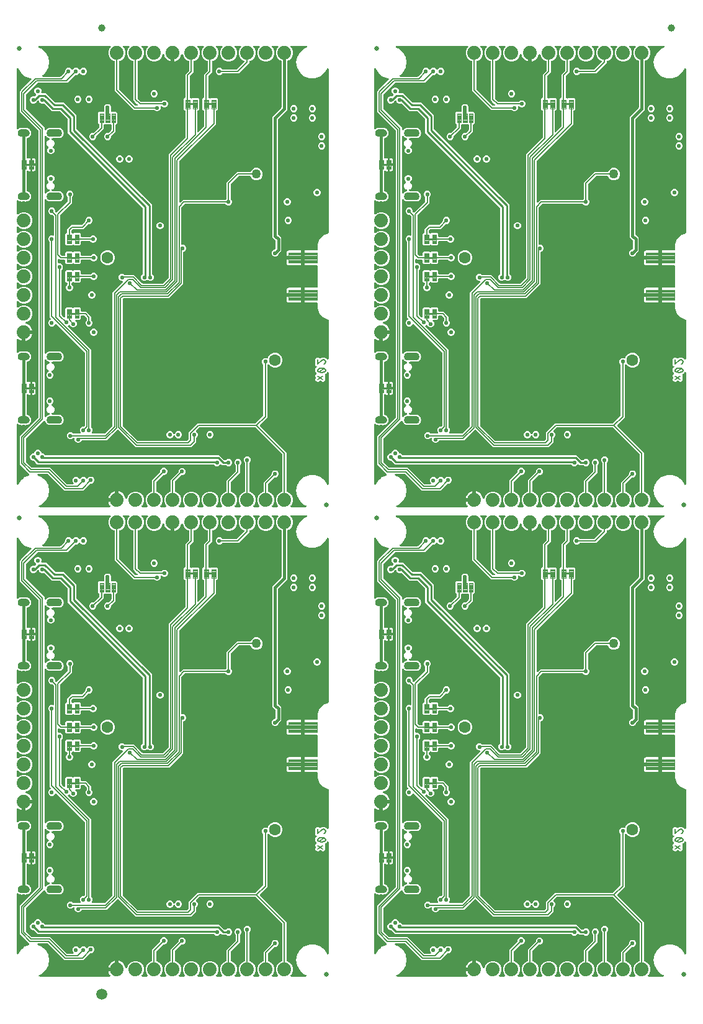
<source format=gbl>
G04 EAGLE Gerber RS-274X export*
G75*
%MOMM*%
%FSLAX34Y34*%
%LPD*%
%INBottom Copper*%
%IPPOS*%
%AMOC8*
5,1,8,0,0,1.08239X$1,22.5*%
G01*
%ADD10C,0.203200*%
%ADD11C,0.101600*%
%ADD12C,0.635000*%
%ADD13C,0.099059*%
%ADD14C,0.654000*%
%ADD15C,0.105000*%
%ADD16C,1.879600*%
%ADD17C,1.600000*%
%ADD18C,1.270000*%
%ADD19C,1.000000*%
%ADD20C,1.500000*%
%ADD21C,0.554000*%
%ADD22C,0.508000*%
%ADD23C,0.152400*%
%ADD24C,0.266700*%
%ADD25C,0.406400*%

G36*
X397581Y3061D02*
X397581Y3061D01*
X397678Y3064D01*
X397738Y3081D01*
X397800Y3089D01*
X397890Y3124D01*
X397984Y3151D01*
X398038Y3183D01*
X398096Y3206D01*
X398174Y3263D01*
X398258Y3312D01*
X398302Y3356D01*
X398353Y3392D01*
X398415Y3468D01*
X398484Y3536D01*
X398516Y3589D01*
X398556Y3637D01*
X398597Y3725D01*
X398647Y3809D01*
X398665Y3869D01*
X398691Y3925D01*
X398709Y4021D01*
X398737Y4114D01*
X398739Y4176D01*
X398751Y4237D01*
X398745Y4335D01*
X398748Y4432D01*
X398735Y4493D01*
X398731Y4555D01*
X398701Y4648D01*
X398680Y4743D01*
X398652Y4798D01*
X398633Y4857D01*
X398581Y4940D01*
X398537Y5027D01*
X398496Y5073D01*
X398463Y5126D01*
X398392Y5193D01*
X398328Y5266D01*
X398277Y5301D01*
X398231Y5344D01*
X398146Y5391D01*
X398066Y5446D01*
X397970Y5488D01*
X397953Y5498D01*
X397942Y5500D01*
X397918Y5511D01*
X395438Y6413D01*
X389605Y11308D01*
X385798Y17902D01*
X384476Y25400D01*
X385798Y32898D01*
X389605Y39492D01*
X395438Y44387D01*
X402593Y46991D01*
X410207Y46991D01*
X417362Y44387D01*
X423195Y39492D01*
X426383Y33970D01*
X426471Y33854D01*
X426556Y33736D01*
X426567Y33728D01*
X426575Y33717D01*
X426689Y33627D01*
X426801Y33533D01*
X426814Y33528D01*
X426824Y33519D01*
X426958Y33460D01*
X427089Y33398D01*
X427102Y33395D01*
X427115Y33390D01*
X427259Y33365D01*
X427402Y33338D01*
X427415Y33339D01*
X427428Y33337D01*
X427574Y33349D01*
X427719Y33358D01*
X427732Y33362D01*
X427745Y33363D01*
X427883Y33411D01*
X428021Y33456D01*
X428033Y33463D01*
X428046Y33468D01*
X428167Y33548D01*
X428290Y33626D01*
X428299Y33636D01*
X428311Y33643D01*
X428408Y33751D01*
X428508Y33858D01*
X428515Y33870D01*
X428524Y33880D01*
X428591Y34008D01*
X428662Y34136D01*
X428665Y34149D01*
X428671Y34161D01*
X428705Y34303D01*
X428741Y34444D01*
X428742Y34462D01*
X428744Y34471D01*
X428744Y34488D01*
X428751Y34605D01*
X428751Y185768D01*
X428741Y185852D01*
X428740Y185937D01*
X428721Y186009D01*
X428711Y186083D01*
X428680Y186162D01*
X428659Y186244D01*
X428622Y186309D01*
X428594Y186379D01*
X428545Y186447D01*
X428503Y186522D01*
X428452Y186576D01*
X428408Y186636D01*
X428342Y186690D01*
X428284Y186752D01*
X428220Y186791D01*
X428163Y186839D01*
X428086Y186875D01*
X428014Y186920D01*
X427943Y186943D01*
X427875Y186975D01*
X427792Y186991D01*
X427711Y187016D01*
X427636Y187020D01*
X427563Y187034D01*
X427478Y187029D01*
X427393Y187034D01*
X427320Y187019D01*
X427245Y187015D01*
X427165Y186989D01*
X427081Y186972D01*
X427014Y186940D01*
X426943Y186917D01*
X426871Y186871D01*
X426795Y186835D01*
X426737Y186787D01*
X426674Y186746D01*
X426616Y186685D01*
X426551Y186630D01*
X426463Y186522D01*
X426456Y186515D01*
X426454Y186512D01*
X426449Y186505D01*
X425530Y185219D01*
X424383Y184826D01*
X424272Y184771D01*
X424159Y184723D01*
X424130Y184702D01*
X424098Y184686D01*
X424004Y184605D01*
X423906Y184531D01*
X423884Y184502D01*
X423856Y184479D01*
X423785Y184378D01*
X423709Y184282D01*
X423694Y184248D01*
X423673Y184219D01*
X423630Y184103D01*
X423580Y183991D01*
X423574Y183955D01*
X423561Y183921D01*
X423547Y183799D01*
X423527Y183677D01*
X423530Y183641D01*
X423526Y183605D01*
X423543Y183483D01*
X423553Y183360D01*
X423565Y183326D01*
X423571Y183290D01*
X423618Y183177D01*
X423658Y183060D01*
X423685Y183014D01*
X423692Y182996D01*
X423705Y182980D01*
X423739Y182921D01*
X424115Y182356D01*
X423563Y179594D01*
X423562Y179584D01*
X423559Y179573D01*
X423551Y179425D01*
X423540Y179277D01*
X423542Y179266D01*
X423541Y179256D01*
X423563Y179096D01*
X424115Y176334D01*
X422714Y174233D01*
X420238Y173737D01*
X418026Y175212D01*
X418001Y175224D01*
X417979Y175242D01*
X417859Y175295D01*
X417741Y175354D01*
X417714Y175359D01*
X417688Y175371D01*
X417558Y175393D01*
X417430Y175420D01*
X417402Y175419D01*
X417374Y175424D01*
X417244Y175413D01*
X417113Y175408D01*
X417086Y175399D01*
X417058Y175397D01*
X416934Y175354D01*
X416808Y175316D01*
X416784Y175302D01*
X416757Y175292D01*
X416618Y175212D01*
X414406Y173737D01*
X411930Y174233D01*
X410529Y176334D01*
X411081Y179096D01*
X411082Y179107D01*
X411085Y179117D01*
X411093Y179265D01*
X411104Y179413D01*
X411102Y179424D01*
X411103Y179435D01*
X411081Y179594D01*
X410529Y182356D01*
X412064Y184658D01*
X412085Y184702D01*
X412114Y184741D01*
X412156Y184844D01*
X412205Y184943D01*
X412216Y184991D01*
X412234Y185036D01*
X412249Y185146D01*
X412272Y185254D01*
X412270Y185303D01*
X412277Y185351D01*
X412264Y185461D01*
X412259Y185572D01*
X412245Y185618D01*
X412240Y185667D01*
X412200Y185770D01*
X412168Y185876D01*
X412143Y185918D01*
X412125Y185963D01*
X412040Y186100D01*
X410717Y187952D01*
X410717Y191312D01*
X412341Y193585D01*
X412399Y193693D01*
X412463Y193797D01*
X412474Y193832D01*
X412492Y193865D01*
X412522Y193984D01*
X412558Y194101D01*
X412560Y194138D01*
X412569Y194174D01*
X412568Y194296D01*
X412574Y194418D01*
X412567Y194455D01*
X412566Y194492D01*
X412535Y194610D01*
X412511Y194730D01*
X412494Y194763D01*
X412485Y194799D01*
X412425Y194906D01*
X412372Y195016D01*
X412339Y195060D01*
X412329Y195077D01*
X412315Y195092D01*
X412275Y195145D01*
X411556Y195991D01*
X411540Y196006D01*
X411487Y196067D01*
X410654Y196899D01*
X410650Y196919D01*
X410617Y196987D01*
X410713Y198171D01*
X410712Y198193D01*
X410717Y198274D01*
X410717Y205288D01*
X412503Y207074D01*
X415029Y207074D01*
X416262Y205841D01*
X416369Y205758D01*
X416472Y205672D01*
X416494Y205661D01*
X416514Y205646D01*
X416637Y205592D01*
X416758Y205534D01*
X416783Y205529D01*
X416806Y205519D01*
X416939Y205498D01*
X417070Y205472D01*
X417095Y205473D01*
X417120Y205469D01*
X417254Y205482D01*
X417388Y205489D01*
X417411Y205497D01*
X417436Y205499D01*
X417563Y205545D01*
X417691Y205585D01*
X417712Y205598D01*
X417736Y205607D01*
X417847Y205682D01*
X417961Y205753D01*
X417987Y205777D01*
X417999Y205785D01*
X418013Y205802D01*
X418079Y205863D01*
X418322Y206118D01*
X418491Y206190D01*
X418585Y206246D01*
X418684Y206294D01*
X418726Y206325D01*
X418761Y206336D01*
X418829Y206346D01*
X418981Y206400D01*
X420243Y206941D01*
X420244Y206942D01*
X420245Y206942D01*
X420383Y207023D01*
X420470Y207074D01*
X423299Y207074D01*
X425951Y205543D01*
X426383Y204795D01*
X426471Y204679D01*
X426556Y204561D01*
X426567Y204552D01*
X426575Y204542D01*
X426689Y204451D01*
X426801Y204358D01*
X426814Y204353D01*
X426824Y204344D01*
X426958Y204285D01*
X427089Y204223D01*
X427102Y204220D01*
X427115Y204215D01*
X427259Y204190D01*
X427402Y204163D01*
X427415Y204164D01*
X427428Y204162D01*
X427574Y204174D01*
X427719Y204183D01*
X427732Y204187D01*
X427745Y204188D01*
X427883Y204236D01*
X428021Y204281D01*
X428033Y204288D01*
X428046Y204292D01*
X428167Y204373D01*
X428290Y204451D01*
X428299Y204461D01*
X428311Y204468D01*
X428408Y204576D01*
X428508Y204683D01*
X428515Y204694D01*
X428524Y204704D01*
X428591Y204833D01*
X428662Y204961D01*
X428665Y204974D01*
X428671Y204986D01*
X428705Y205128D01*
X428741Y205269D01*
X428742Y205287D01*
X428744Y205296D01*
X428744Y205313D01*
X428751Y205430D01*
X428751Y257479D01*
X428748Y257508D01*
X428750Y257538D01*
X428728Y257666D01*
X428711Y257795D01*
X428701Y257822D01*
X428696Y257851D01*
X428642Y257970D01*
X428594Y258090D01*
X428577Y258114D01*
X428565Y258141D01*
X428484Y258242D01*
X428408Y258348D01*
X428385Y258367D01*
X428366Y258390D01*
X428263Y258468D01*
X428163Y258551D01*
X428136Y258563D01*
X428112Y258581D01*
X427968Y258652D01*
X421440Y261356D01*
X416296Y266500D01*
X413511Y273222D01*
X413511Y280790D01*
X413496Y280908D01*
X413489Y281027D01*
X413476Y281065D01*
X413471Y281106D01*
X413428Y281216D01*
X413391Y281329D01*
X413369Y281364D01*
X413354Y281401D01*
X413285Y281497D01*
X413221Y281598D01*
X413191Y281626D01*
X413168Y281659D01*
X413076Y281735D01*
X412989Y281816D01*
X412954Y281836D01*
X412923Y281861D01*
X412815Y281912D01*
X412711Y281970D01*
X412671Y281980D01*
X412635Y281997D01*
X412518Y282019D01*
X412403Y282049D01*
X412343Y282053D01*
X412323Y282057D01*
X412302Y282055D01*
X412242Y282059D01*
X396239Y282059D01*
X396239Y290830D01*
X396224Y290948D01*
X396217Y291067D01*
X396204Y291105D01*
X396199Y291145D01*
X396155Y291256D01*
X396119Y291369D01*
X396097Y291404D01*
X396082Y291441D01*
X396012Y291537D01*
X395949Y291638D01*
X395919Y291666D01*
X395895Y291698D01*
X395804Y291774D01*
X395717Y291856D01*
X395682Y291875D01*
X395650Y291901D01*
X395543Y291952D01*
X395439Y292009D01*
X395399Y292020D01*
X395363Y292037D01*
X395246Y292059D01*
X395131Y292089D01*
X395070Y292093D01*
X395050Y292097D01*
X395030Y292095D01*
X394970Y292099D01*
X393699Y292099D01*
X393699Y292101D01*
X394970Y292101D01*
X395088Y292116D01*
X395207Y292123D01*
X395245Y292136D01*
X395285Y292141D01*
X395396Y292185D01*
X395509Y292221D01*
X395544Y292243D01*
X395581Y292258D01*
X395677Y292328D01*
X395778Y292391D01*
X395806Y292421D01*
X395838Y292445D01*
X395914Y292536D01*
X395996Y292623D01*
X396015Y292658D01*
X396041Y292690D01*
X396092Y292797D01*
X396149Y292901D01*
X396160Y292941D01*
X396177Y292977D01*
X396199Y293094D01*
X396229Y293209D01*
X396233Y293270D01*
X396237Y293290D01*
X396235Y293310D01*
X396239Y293370D01*
X396239Y302141D01*
X412242Y302141D01*
X412360Y302156D01*
X412479Y302163D01*
X412517Y302176D01*
X412558Y302181D01*
X412668Y302224D01*
X412781Y302261D01*
X412816Y302283D01*
X412853Y302298D01*
X412949Y302367D01*
X413050Y302431D01*
X413078Y302461D01*
X413111Y302484D01*
X413187Y302576D01*
X413268Y302663D01*
X413288Y302698D01*
X413313Y302729D01*
X413364Y302837D01*
X413422Y302941D01*
X413432Y302981D01*
X413449Y303017D01*
X413471Y303134D01*
X413501Y303249D01*
X413505Y303309D01*
X413509Y303329D01*
X413507Y303350D01*
X413511Y303410D01*
X413511Y331590D01*
X413496Y331708D01*
X413489Y331827D01*
X413476Y331865D01*
X413471Y331906D01*
X413428Y332016D01*
X413391Y332129D01*
X413369Y332164D01*
X413354Y332201D01*
X413285Y332297D01*
X413221Y332398D01*
X413191Y332426D01*
X413168Y332459D01*
X413076Y332535D01*
X412989Y332616D01*
X412954Y332636D01*
X412923Y332661D01*
X412815Y332712D01*
X412711Y332770D01*
X412671Y332780D01*
X412635Y332797D01*
X412518Y332819D01*
X412403Y332849D01*
X412343Y332853D01*
X412323Y332857D01*
X412302Y332855D01*
X412242Y332859D01*
X396239Y332859D01*
X396239Y341630D01*
X396224Y341748D01*
X396217Y341867D01*
X396204Y341905D01*
X396199Y341945D01*
X396155Y342056D01*
X396119Y342169D01*
X396097Y342204D01*
X396082Y342241D01*
X396012Y342337D01*
X395949Y342438D01*
X395919Y342466D01*
X395895Y342498D01*
X395804Y342574D01*
X395717Y342656D01*
X395682Y342675D01*
X395650Y342701D01*
X395543Y342752D01*
X395439Y342809D01*
X395399Y342820D01*
X395363Y342837D01*
X395246Y342859D01*
X395131Y342889D01*
X395070Y342893D01*
X395050Y342897D01*
X395030Y342895D01*
X394970Y342899D01*
X393699Y342899D01*
X393699Y342901D01*
X394970Y342901D01*
X395088Y342916D01*
X395207Y342923D01*
X395245Y342936D01*
X395285Y342941D01*
X395396Y342985D01*
X395509Y343021D01*
X395544Y343043D01*
X395581Y343058D01*
X395677Y343128D01*
X395778Y343191D01*
X395806Y343221D01*
X395838Y343245D01*
X395914Y343336D01*
X395996Y343423D01*
X396015Y343458D01*
X396041Y343490D01*
X396092Y343597D01*
X396149Y343701D01*
X396160Y343741D01*
X396177Y343777D01*
X396199Y343894D01*
X396229Y344009D01*
X396233Y344070D01*
X396237Y344090D01*
X396235Y344110D01*
X396239Y344170D01*
X396239Y352941D01*
X412242Y352941D01*
X412360Y352956D01*
X412479Y352963D01*
X412517Y352976D01*
X412558Y352981D01*
X412668Y353024D01*
X412781Y353061D01*
X412816Y353083D01*
X412853Y353098D01*
X412949Y353167D01*
X413050Y353231D01*
X413078Y353261D01*
X413111Y353284D01*
X413187Y353376D01*
X413268Y353463D01*
X413288Y353498D01*
X413313Y353529D01*
X413364Y353637D01*
X413422Y353741D01*
X413432Y353781D01*
X413449Y353817D01*
X413471Y353934D01*
X413501Y354049D01*
X413505Y354109D01*
X413509Y354129D01*
X413507Y354150D01*
X413511Y354210D01*
X413511Y361778D01*
X416296Y368500D01*
X421440Y373644D01*
X427968Y376348D01*
X427993Y376363D01*
X428021Y376372D01*
X428131Y376441D01*
X428244Y376506D01*
X428265Y376526D01*
X428290Y376542D01*
X428379Y376637D01*
X428472Y376727D01*
X428488Y376752D01*
X428508Y376774D01*
X428571Y376887D01*
X428639Y376998D01*
X428647Y377026D01*
X428662Y377052D01*
X428694Y377178D01*
X428732Y377302D01*
X428734Y377332D01*
X428741Y377360D01*
X428751Y377521D01*
X428751Y600141D01*
X428733Y600286D01*
X428718Y600431D01*
X428713Y600443D01*
X428711Y600457D01*
X428658Y600592D01*
X428607Y600729D01*
X428599Y600740D01*
X428594Y600752D01*
X428509Y600870D01*
X428426Y600990D01*
X428415Y600999D01*
X428408Y601010D01*
X428296Y601102D01*
X428185Y601198D01*
X428173Y601204D01*
X428163Y601213D01*
X428031Y601274D01*
X427900Y601340D01*
X427887Y601342D01*
X427875Y601348D01*
X427733Y601375D01*
X427589Y601406D01*
X427576Y601405D01*
X427563Y601408D01*
X427418Y601399D01*
X427272Y601393D01*
X427259Y601389D01*
X427245Y601388D01*
X427107Y601343D01*
X426967Y601301D01*
X426955Y601294D01*
X426943Y601290D01*
X426820Y601212D01*
X426695Y601137D01*
X426685Y601127D01*
X426674Y601120D01*
X426574Y601014D01*
X426472Y600910D01*
X426462Y600895D01*
X426456Y600888D01*
X426448Y600873D01*
X426383Y600776D01*
X423195Y595254D01*
X417362Y590359D01*
X410207Y587755D01*
X402593Y587755D01*
X395438Y590359D01*
X389605Y595254D01*
X385798Y601848D01*
X384476Y609346D01*
X385798Y616844D01*
X389605Y623438D01*
X395438Y628333D01*
X398616Y629489D01*
X398703Y629534D01*
X398793Y629570D01*
X398844Y629606D01*
X398899Y629635D01*
X398972Y629699D01*
X399051Y629756D01*
X399090Y629804D01*
X399137Y629846D01*
X399191Y629926D01*
X399254Y630001D01*
X399280Y630058D01*
X399315Y630109D01*
X399348Y630201D01*
X399389Y630289D01*
X399401Y630350D01*
X399422Y630409D01*
X399431Y630506D01*
X399449Y630602D01*
X399445Y630664D01*
X399451Y630726D01*
X399435Y630822D01*
X399429Y630919D01*
X399410Y630978D01*
X399400Y631040D01*
X399361Y631129D01*
X399331Y631221D01*
X399298Y631274D01*
X399273Y631331D01*
X399213Y631408D01*
X399161Y631490D01*
X399116Y631533D01*
X399077Y631582D01*
X399000Y631641D01*
X398929Y631708D01*
X398875Y631738D01*
X398826Y631776D01*
X398736Y631815D01*
X398651Y631862D01*
X398591Y631877D01*
X398533Y631902D01*
X398437Y631917D01*
X398343Y631941D01*
X398239Y631948D01*
X398219Y631951D01*
X398208Y631950D01*
X398182Y631951D01*
X377878Y631951D01*
X377740Y631934D01*
X377602Y631921D01*
X377583Y631914D01*
X377563Y631911D01*
X377434Y631860D01*
X377303Y631813D01*
X377286Y631802D01*
X377267Y631794D01*
X377155Y631713D01*
X377040Y631635D01*
X377026Y631619D01*
X377010Y631608D01*
X376921Y631500D01*
X376829Y631396D01*
X376820Y631378D01*
X376807Y631363D01*
X376748Y631237D01*
X376685Y631113D01*
X376680Y631093D01*
X376672Y631075D01*
X376645Y630938D01*
X376615Y630803D01*
X376616Y630782D01*
X376612Y630763D01*
X376620Y630624D01*
X376625Y630485D01*
X376630Y630465D01*
X376632Y630445D01*
X376674Y630313D01*
X376713Y630179D01*
X376723Y630162D01*
X376730Y630143D01*
X376804Y630025D01*
X376875Y629905D01*
X376893Y629884D01*
X376900Y629874D01*
X376915Y629860D01*
X376981Y629785D01*
X377991Y628775D01*
X379731Y624574D01*
X379731Y620026D01*
X377991Y615825D01*
X374775Y612609D01*
X373148Y611936D01*
X373123Y611921D01*
X373095Y611912D01*
X372985Y611842D01*
X372872Y611778D01*
X372851Y611758D01*
X372826Y611742D01*
X372737Y611647D01*
X372644Y611557D01*
X372628Y611532D01*
X372608Y611510D01*
X372545Y611397D01*
X372477Y611286D01*
X372469Y611258D01*
X372454Y611232D01*
X372422Y611106D01*
X372384Y610982D01*
X372382Y610952D01*
X372375Y610924D01*
X372365Y610763D01*
X372365Y544416D01*
X360036Y532088D01*
X359976Y532010D01*
X359908Y531938D01*
X359879Y531885D01*
X359842Y531837D01*
X359802Y531746D01*
X359754Y531659D01*
X359739Y531601D01*
X359715Y531545D01*
X359700Y531447D01*
X359675Y531351D01*
X359669Y531251D01*
X359665Y531231D01*
X359667Y531219D01*
X359665Y531191D01*
X359665Y374954D01*
X359677Y374856D01*
X359680Y374757D01*
X359697Y374699D01*
X359705Y374639D01*
X359741Y374547D01*
X359769Y374452D01*
X359799Y374400D01*
X359822Y374343D01*
X359880Y374263D01*
X359930Y374178D01*
X359969Y374134D01*
X359971Y374131D01*
X359975Y374127D01*
X359996Y374102D01*
X360008Y374086D01*
X360018Y374078D01*
X360036Y374057D01*
X364110Y369984D01*
X364110Y352011D01*
X360588Y348490D01*
X360582Y348482D01*
X360575Y348477D01*
X360486Y348358D01*
X360393Y348238D01*
X360389Y348230D01*
X360384Y348222D01*
X360313Y348078D01*
X359672Y346529D01*
X358321Y345178D01*
X356555Y344447D01*
X354645Y344447D01*
X352879Y345178D01*
X351528Y346529D01*
X350797Y348295D01*
X350797Y350205D01*
X351528Y351971D01*
X352879Y353322D01*
X354428Y353963D01*
X354436Y353968D01*
X354445Y353970D01*
X354574Y354046D01*
X354704Y354120D01*
X354711Y354127D01*
X354719Y354132D01*
X354840Y354238D01*
X355609Y355007D01*
X355669Y355085D01*
X355737Y355157D01*
X355758Y355195D01*
X355778Y355220D01*
X355785Y355235D01*
X355803Y355258D01*
X355843Y355349D01*
X355891Y355436D01*
X355903Y355485D01*
X355914Y355507D01*
X355916Y355517D01*
X355930Y355550D01*
X355945Y355648D01*
X355970Y355744D01*
X355976Y355844D01*
X355980Y355864D01*
X355978Y355876D01*
X355980Y355904D01*
X355980Y366091D01*
X355968Y366189D01*
X355965Y366288D01*
X355948Y366346D01*
X355940Y366406D01*
X355904Y366498D01*
X355876Y366593D01*
X355846Y366645D01*
X355823Y366702D01*
X355765Y366782D01*
X355715Y366867D01*
X355649Y366943D01*
X355637Y366959D01*
X355627Y366967D01*
X355609Y366988D01*
X351535Y371061D01*
X351535Y535084D01*
X363864Y547412D01*
X363924Y547490D01*
X363992Y547562D01*
X364021Y547615D01*
X364058Y547663D01*
X364098Y547754D01*
X364146Y547841D01*
X364161Y547899D01*
X364185Y547955D01*
X364200Y548053D01*
X364225Y548149D01*
X364231Y548249D01*
X364235Y548269D01*
X364233Y548281D01*
X364235Y548309D01*
X364235Y610763D01*
X364232Y610792D01*
X364234Y610822D01*
X364212Y610950D01*
X364195Y611079D01*
X364185Y611106D01*
X364180Y611135D01*
X364126Y611254D01*
X364078Y611374D01*
X364061Y611398D01*
X364049Y611425D01*
X363968Y611526D01*
X363892Y611632D01*
X363869Y611650D01*
X363850Y611673D01*
X363747Y611751D01*
X363647Y611834D01*
X363620Y611847D01*
X363596Y611865D01*
X363452Y611936D01*
X361825Y612609D01*
X358609Y615825D01*
X356869Y620026D01*
X356869Y624574D01*
X358609Y628775D01*
X359619Y629785D01*
X359704Y629894D01*
X359793Y630001D01*
X359802Y630020D01*
X359814Y630036D01*
X359869Y630163D01*
X359928Y630289D01*
X359932Y630309D01*
X359940Y630328D01*
X359962Y630466D01*
X359988Y630602D01*
X359987Y630622D01*
X359990Y630642D01*
X359977Y630781D01*
X359968Y630919D01*
X359962Y630938D01*
X359960Y630958D01*
X359913Y631090D01*
X359870Y631221D01*
X359860Y631239D01*
X359853Y631258D01*
X359775Y631373D01*
X359700Y631490D01*
X359686Y631504D01*
X359674Y631521D01*
X359570Y631613D01*
X359469Y631708D01*
X359451Y631718D01*
X359436Y631731D01*
X359312Y631794D01*
X359190Y631862D01*
X359171Y631867D01*
X359153Y631876D01*
X359017Y631906D01*
X358882Y631941D01*
X358854Y631943D01*
X358842Y631946D01*
X358822Y631945D01*
X358722Y631951D01*
X352478Y631951D01*
X352340Y631934D01*
X352202Y631921D01*
X352183Y631914D01*
X352163Y631911D01*
X352034Y631860D01*
X351903Y631813D01*
X351886Y631802D01*
X351867Y631794D01*
X351755Y631713D01*
X351640Y631635D01*
X351626Y631619D01*
X351610Y631608D01*
X351521Y631500D01*
X351429Y631396D01*
X351420Y631378D01*
X351407Y631363D01*
X351348Y631237D01*
X351285Y631113D01*
X351280Y631093D01*
X351272Y631075D01*
X351245Y630938D01*
X351215Y630803D01*
X351216Y630782D01*
X351212Y630763D01*
X351220Y630624D01*
X351225Y630485D01*
X351230Y630465D01*
X351232Y630445D01*
X351274Y630313D01*
X351313Y630179D01*
X351323Y630162D01*
X351330Y630143D01*
X351404Y630025D01*
X351475Y629905D01*
X351493Y629884D01*
X351500Y629874D01*
X351515Y629860D01*
X351581Y629785D01*
X352591Y628775D01*
X354331Y624574D01*
X354331Y620026D01*
X352591Y615825D01*
X349375Y612609D01*
X345174Y610869D01*
X340626Y610869D01*
X336425Y612609D01*
X333209Y615825D01*
X331469Y620026D01*
X331469Y624574D01*
X333209Y628775D01*
X334219Y629785D01*
X334304Y629894D01*
X334393Y630001D01*
X334402Y630020D01*
X334414Y630036D01*
X334469Y630163D01*
X334528Y630289D01*
X334532Y630309D01*
X334540Y630328D01*
X334562Y630466D01*
X334588Y630602D01*
X334587Y630622D01*
X334590Y630642D01*
X334577Y630781D01*
X334568Y630919D01*
X334562Y630938D01*
X334560Y630958D01*
X334513Y631090D01*
X334470Y631221D01*
X334460Y631239D01*
X334453Y631258D01*
X334375Y631373D01*
X334300Y631490D01*
X334286Y631504D01*
X334274Y631521D01*
X334170Y631613D01*
X334069Y631708D01*
X334051Y631718D01*
X334036Y631731D01*
X333912Y631794D01*
X333790Y631862D01*
X333771Y631867D01*
X333753Y631876D01*
X333617Y631906D01*
X333482Y631941D01*
X333454Y631943D01*
X333442Y631946D01*
X333422Y631945D01*
X333322Y631951D01*
X327078Y631951D01*
X326940Y631934D01*
X326802Y631921D01*
X326783Y631914D01*
X326763Y631911D01*
X326634Y631860D01*
X326503Y631813D01*
X326486Y631802D01*
X326467Y631794D01*
X326355Y631713D01*
X326240Y631635D01*
X326226Y631619D01*
X326210Y631608D01*
X326121Y631500D01*
X326029Y631396D01*
X326020Y631378D01*
X326007Y631363D01*
X325948Y631237D01*
X325885Y631113D01*
X325880Y631093D01*
X325872Y631075D01*
X325845Y630938D01*
X325815Y630803D01*
X325816Y630782D01*
X325812Y630763D01*
X325820Y630624D01*
X325825Y630485D01*
X325830Y630465D01*
X325832Y630445D01*
X325874Y630313D01*
X325913Y630179D01*
X325923Y630162D01*
X325930Y630143D01*
X326004Y630025D01*
X326075Y629905D01*
X326093Y629884D01*
X326100Y629874D01*
X326115Y629860D01*
X326181Y629785D01*
X327191Y628775D01*
X328931Y624574D01*
X328931Y620026D01*
X327191Y615825D01*
X323975Y612609D01*
X321078Y611410D01*
X321053Y611395D01*
X321025Y611386D01*
X320915Y611316D01*
X320802Y611252D01*
X320781Y611232D01*
X320756Y611216D01*
X320667Y611121D01*
X320574Y611031D01*
X320558Y611006D01*
X320538Y610984D01*
X320475Y610870D01*
X320407Y610760D01*
X320399Y610731D01*
X320384Y610706D01*
X320352Y610579D01*
X320314Y610456D01*
X320312Y610426D01*
X320305Y610398D01*
X320295Y610237D01*
X320295Y608442D01*
X305958Y594105D01*
X283923Y594105D01*
X283825Y594093D01*
X283726Y594090D01*
X283668Y594073D01*
X283608Y594065D01*
X283515Y594029D01*
X283420Y594001D01*
X283368Y593971D01*
X283312Y593948D01*
X283232Y593890D01*
X283146Y593840D01*
X283071Y593774D01*
X283055Y593762D01*
X283047Y593752D01*
X283026Y593734D01*
X282121Y592828D01*
X280355Y592097D01*
X278445Y592097D01*
X276679Y592828D01*
X275328Y594179D01*
X274597Y595945D01*
X274597Y597855D01*
X275328Y599621D01*
X276679Y600972D01*
X278445Y601703D01*
X280355Y601703D01*
X282121Y600972D01*
X283026Y600066D01*
X283104Y600006D01*
X283176Y599938D01*
X283229Y599909D01*
X283277Y599872D01*
X283368Y599832D01*
X283454Y599784D01*
X283513Y599769D01*
X283569Y599745D01*
X283667Y599730D01*
X283762Y599705D01*
X283862Y599699D01*
X283883Y599695D01*
X283895Y599697D01*
X283923Y599695D01*
X303117Y599695D01*
X303215Y599707D01*
X303314Y599710D01*
X303372Y599727D01*
X303432Y599735D01*
X303524Y599771D01*
X303619Y599799D01*
X303672Y599829D01*
X303728Y599852D01*
X303808Y599910D01*
X303893Y599960D01*
X303969Y600026D01*
X303985Y600038D01*
X303993Y600048D01*
X304014Y600066D01*
X313594Y609646D01*
X313624Y609685D01*
X313661Y609719D01*
X313721Y609810D01*
X313789Y609897D01*
X313808Y609943D01*
X313836Y609984D01*
X313871Y610088D01*
X313915Y610189D01*
X313923Y610238D01*
X313939Y610285D01*
X313948Y610395D01*
X313965Y610503D01*
X313960Y610553D01*
X313964Y610602D01*
X313945Y610710D01*
X313935Y610820D01*
X313918Y610867D01*
X313910Y610916D01*
X313865Y611016D01*
X313827Y611119D01*
X313799Y611160D01*
X313779Y611205D01*
X313711Y611291D01*
X313649Y611382D01*
X313611Y611415D01*
X313580Y611454D01*
X313493Y611520D01*
X313410Y611593D01*
X313366Y611615D01*
X313326Y611645D01*
X313182Y611716D01*
X311025Y612609D01*
X307809Y615825D01*
X306069Y620026D01*
X306069Y624574D01*
X307809Y628775D01*
X308819Y629785D01*
X308904Y629894D01*
X308993Y630001D01*
X309002Y630020D01*
X309014Y630036D01*
X309069Y630163D01*
X309128Y630289D01*
X309132Y630309D01*
X309140Y630328D01*
X309162Y630466D01*
X309188Y630602D01*
X309187Y630622D01*
X309190Y630642D01*
X309177Y630781D01*
X309168Y630919D01*
X309162Y630938D01*
X309160Y630958D01*
X309113Y631090D01*
X309070Y631221D01*
X309060Y631239D01*
X309053Y631258D01*
X308975Y631373D01*
X308900Y631490D01*
X308886Y631504D01*
X308874Y631521D01*
X308770Y631613D01*
X308669Y631708D01*
X308651Y631718D01*
X308636Y631731D01*
X308512Y631794D01*
X308390Y631862D01*
X308371Y631867D01*
X308353Y631876D01*
X308217Y631906D01*
X308082Y631941D01*
X308054Y631943D01*
X308042Y631946D01*
X308022Y631945D01*
X307922Y631951D01*
X301678Y631951D01*
X301540Y631934D01*
X301402Y631921D01*
X301383Y631914D01*
X301363Y631911D01*
X301234Y631860D01*
X301103Y631813D01*
X301086Y631802D01*
X301067Y631794D01*
X300955Y631713D01*
X300840Y631635D01*
X300826Y631619D01*
X300810Y631608D01*
X300721Y631500D01*
X300629Y631396D01*
X300620Y631378D01*
X300607Y631363D01*
X300548Y631237D01*
X300485Y631113D01*
X300480Y631093D01*
X300472Y631075D01*
X300445Y630938D01*
X300415Y630803D01*
X300416Y630782D01*
X300412Y630763D01*
X300420Y630624D01*
X300425Y630485D01*
X300430Y630465D01*
X300432Y630445D01*
X300474Y630313D01*
X300513Y630179D01*
X300523Y630162D01*
X300530Y630143D01*
X300604Y630025D01*
X300675Y629905D01*
X300693Y629884D01*
X300700Y629874D01*
X300715Y629860D01*
X300781Y629785D01*
X301791Y628775D01*
X303531Y624574D01*
X303531Y620026D01*
X301791Y615825D01*
X298575Y612609D01*
X294374Y610869D01*
X289826Y610869D01*
X285625Y612609D01*
X282409Y615825D01*
X280669Y620026D01*
X280669Y624574D01*
X282409Y628775D01*
X283419Y629785D01*
X283504Y629894D01*
X283593Y630001D01*
X283602Y630020D01*
X283614Y630036D01*
X283669Y630163D01*
X283728Y630289D01*
X283732Y630309D01*
X283740Y630328D01*
X283762Y630466D01*
X283788Y630602D01*
X283787Y630622D01*
X283790Y630642D01*
X283777Y630781D01*
X283768Y630919D01*
X283762Y630938D01*
X283760Y630958D01*
X283713Y631090D01*
X283670Y631221D01*
X283660Y631239D01*
X283653Y631258D01*
X283575Y631373D01*
X283500Y631490D01*
X283486Y631504D01*
X283474Y631521D01*
X283370Y631613D01*
X283269Y631708D01*
X283251Y631718D01*
X283236Y631731D01*
X283112Y631794D01*
X282990Y631862D01*
X282971Y631867D01*
X282953Y631876D01*
X282817Y631906D01*
X282682Y631941D01*
X282654Y631943D01*
X282642Y631946D01*
X282622Y631945D01*
X282522Y631951D01*
X276278Y631951D01*
X276140Y631934D01*
X276002Y631921D01*
X275983Y631914D01*
X275963Y631911D01*
X275834Y631860D01*
X275703Y631813D01*
X275686Y631802D01*
X275667Y631794D01*
X275555Y631713D01*
X275440Y631635D01*
X275426Y631619D01*
X275410Y631608D01*
X275321Y631500D01*
X275229Y631396D01*
X275220Y631378D01*
X275207Y631363D01*
X275148Y631237D01*
X275085Y631113D01*
X275080Y631093D01*
X275072Y631075D01*
X275045Y630938D01*
X275015Y630803D01*
X275016Y630782D01*
X275012Y630763D01*
X275020Y630624D01*
X275025Y630485D01*
X275030Y630465D01*
X275032Y630445D01*
X275074Y630313D01*
X275113Y630179D01*
X275123Y630162D01*
X275130Y630143D01*
X275204Y630025D01*
X275275Y629905D01*
X275293Y629884D01*
X275300Y629874D01*
X275315Y629860D01*
X275381Y629785D01*
X276391Y628775D01*
X278131Y624574D01*
X278131Y620026D01*
X276391Y615825D01*
X273175Y612609D01*
X270278Y611410D01*
X270253Y611395D01*
X270225Y611386D01*
X270115Y611316D01*
X270002Y611252D01*
X269981Y611232D01*
X269956Y611216D01*
X269867Y611121D01*
X269774Y611031D01*
X269758Y611006D01*
X269738Y610984D01*
X269675Y610870D01*
X269607Y610760D01*
X269599Y610731D01*
X269584Y610706D01*
X269552Y610579D01*
X269514Y610456D01*
X269512Y610426D01*
X269505Y610398D01*
X269495Y610237D01*
X269495Y595742D01*
X264659Y590907D01*
X264599Y590829D01*
X264531Y590757D01*
X264502Y590704D01*
X264465Y590656D01*
X264425Y590565D01*
X264377Y590478D01*
X264362Y590420D01*
X264338Y590364D01*
X264323Y590266D01*
X264298Y590170D01*
X264292Y590070D01*
X264288Y590050D01*
X264290Y590038D01*
X264288Y590010D01*
X264288Y562102D01*
X264303Y561984D01*
X264310Y561865D01*
X264323Y561827D01*
X264328Y561786D01*
X264371Y561676D01*
X264408Y561563D01*
X264430Y561528D01*
X264445Y561491D01*
X264514Y561395D01*
X264578Y561294D01*
X264608Y561266D01*
X264631Y561233D01*
X264723Y561157D01*
X264810Y561076D01*
X264845Y561056D01*
X264876Y561031D01*
X264984Y560980D01*
X265088Y560922D01*
X265128Y560912D01*
X265164Y560895D01*
X265281Y560873D01*
X265316Y560864D01*
X265803Y560377D01*
X265897Y560304D01*
X265986Y560225D01*
X266022Y560207D01*
X266054Y560182D01*
X266163Y560135D01*
X266269Y560081D01*
X266308Y560072D01*
X266346Y560056D01*
X266463Y560037D01*
X266579Y560011D01*
X266620Y560012D01*
X266660Y560006D01*
X266778Y560017D01*
X266897Y560021D01*
X266936Y560032D01*
X266976Y560036D01*
X267088Y560076D01*
X267203Y560109D01*
X267238Y560130D01*
X267276Y560143D01*
X267374Y560210D01*
X267477Y560271D01*
X267522Y560310D01*
X267539Y560322D01*
X267552Y560337D01*
X267598Y560377D01*
X268053Y560833D01*
X275761Y560833D01*
X277242Y559352D01*
X277242Y545548D01*
X275739Y544045D01*
X275734Y544045D01*
X275696Y544032D01*
X275655Y544027D01*
X275545Y543984D01*
X275432Y543947D01*
X275397Y543925D01*
X275360Y543910D01*
X275264Y543841D01*
X275163Y543777D01*
X275135Y543747D01*
X275102Y543724D01*
X275026Y543632D01*
X274945Y543545D01*
X274925Y543510D01*
X274900Y543479D01*
X274849Y543371D01*
X274791Y543267D01*
X274781Y543227D01*
X274764Y543191D01*
X274742Y543074D01*
X274712Y542959D01*
X274708Y542899D01*
X274704Y542879D01*
X274706Y542858D01*
X274702Y542798D01*
X274702Y524749D01*
X225035Y475083D01*
X224975Y475005D01*
X224907Y474933D01*
X224878Y474880D01*
X224841Y474832D01*
X224801Y474741D01*
X224753Y474654D01*
X224738Y474596D01*
X224714Y474540D01*
X224699Y474442D01*
X224674Y474346D01*
X224668Y474246D01*
X224664Y474226D01*
X224666Y474214D01*
X224664Y474186D01*
X224664Y419640D01*
X224681Y419502D01*
X224694Y419364D01*
X224701Y419345D01*
X224704Y419325D01*
X224755Y419195D01*
X224802Y419065D01*
X224813Y419048D01*
X224821Y419029D01*
X224902Y418917D01*
X224980Y418802D01*
X224996Y418788D01*
X225007Y418772D01*
X225115Y418683D01*
X225219Y418591D01*
X225237Y418582D01*
X225252Y418569D01*
X225378Y418510D01*
X225502Y418446D01*
X225522Y418442D01*
X225540Y418433D01*
X225676Y418407D01*
X225812Y418377D01*
X225833Y418377D01*
X225852Y418374D01*
X225991Y418382D01*
X226130Y418386D01*
X226150Y418392D01*
X226170Y418393D01*
X226302Y418436D01*
X226436Y418475D01*
X226453Y418485D01*
X226472Y418491D01*
X226590Y418566D01*
X226710Y418636D01*
X226731Y418655D01*
X226741Y418662D01*
X226755Y418677D01*
X226830Y418743D01*
X229982Y421895D01*
X287577Y421895D01*
X287675Y421907D01*
X287774Y421910D01*
X287832Y421927D01*
X287892Y421935D01*
X287984Y421971D01*
X288080Y421999D01*
X288132Y422029D01*
X288188Y422052D01*
X288268Y422110D01*
X288354Y422160D01*
X288429Y422226D01*
X288445Y422238D01*
X288449Y422243D01*
X288452Y422245D01*
X288457Y422252D01*
X288474Y422266D01*
X288933Y422726D01*
X288994Y422804D01*
X289062Y422876D01*
X289091Y422929D01*
X289128Y422977D01*
X289168Y423068D01*
X289216Y423154D01*
X289231Y423213D01*
X289255Y423269D01*
X289270Y423367D01*
X289295Y423462D01*
X289301Y423562D01*
X289305Y423583D01*
X289303Y423595D01*
X289305Y423623D01*
X289305Y445658D01*
X303642Y459995D01*
X321436Y459995D01*
X321465Y459998D01*
X321495Y459996D01*
X321623Y460018D01*
X321752Y460035D01*
X321779Y460045D01*
X321808Y460050D01*
X321927Y460104D01*
X322047Y460152D01*
X322071Y460169D01*
X322098Y460181D01*
X322200Y460262D01*
X322305Y460338D01*
X322324Y460361D01*
X322347Y460380D01*
X322425Y460483D01*
X322508Y460583D01*
X322520Y460610D01*
X322538Y460634D01*
X322609Y460778D01*
X323093Y461948D01*
X325452Y464307D01*
X328533Y465583D01*
X331867Y465583D01*
X334948Y464307D01*
X337307Y461948D01*
X338583Y458867D01*
X338583Y455533D01*
X337307Y452452D01*
X334948Y450093D01*
X331867Y448817D01*
X328533Y448817D01*
X325452Y450093D01*
X323093Y452452D01*
X322609Y453622D01*
X322594Y453647D01*
X322585Y453675D01*
X322516Y453785D01*
X322451Y453898D01*
X322431Y453919D01*
X322415Y453944D01*
X322320Y454033D01*
X322230Y454126D01*
X322205Y454142D01*
X322183Y454162D01*
X322069Y454225D01*
X321959Y454293D01*
X321931Y454301D01*
X321905Y454316D01*
X321779Y454348D01*
X321655Y454386D01*
X321625Y454388D01*
X321597Y454395D01*
X321436Y454405D01*
X306483Y454405D01*
X306385Y454393D01*
X306286Y454390D01*
X306228Y454373D01*
X306168Y454365D01*
X306076Y454329D01*
X305981Y454301D01*
X305928Y454271D01*
X305872Y454248D01*
X305792Y454190D01*
X305707Y454140D01*
X305631Y454074D01*
X305615Y454062D01*
X305607Y454052D01*
X305586Y454034D01*
X295266Y443714D01*
X295206Y443636D01*
X295138Y443564D01*
X295109Y443511D01*
X295072Y443463D01*
X295032Y443372D01*
X294984Y443285D01*
X294969Y443227D01*
X294945Y443171D01*
X294930Y443073D01*
X294905Y442977D01*
X294899Y442877D01*
X294895Y442857D01*
X294897Y442845D01*
X294895Y442817D01*
X294895Y423623D01*
X294907Y423525D01*
X294910Y423426D01*
X294927Y423368D01*
X294935Y423308D01*
X294971Y423216D01*
X294999Y423120D01*
X295029Y423068D01*
X295052Y423012D01*
X295110Y422932D01*
X295160Y422846D01*
X295226Y422771D01*
X295238Y422755D01*
X295248Y422747D01*
X295267Y422726D01*
X296172Y421821D01*
X296903Y420055D01*
X296903Y418145D01*
X296172Y416379D01*
X294821Y415028D01*
X293055Y414297D01*
X291145Y414297D01*
X289379Y415028D01*
X288474Y415934D01*
X288396Y415994D01*
X288324Y416062D01*
X288271Y416091D01*
X288223Y416128D01*
X288132Y416168D01*
X288046Y416216D01*
X287987Y416231D01*
X287931Y416255D01*
X287833Y416270D01*
X287738Y416295D01*
X287638Y416301D01*
X287617Y416305D01*
X287605Y416303D01*
X287577Y416305D01*
X232823Y416305D01*
X232725Y416293D01*
X232626Y416290D01*
X232568Y416273D01*
X232508Y416265D01*
X232416Y416229D01*
X232321Y416201D01*
X232268Y416171D01*
X232212Y416148D01*
X232132Y416090D01*
X232047Y416040D01*
X231971Y415974D01*
X231955Y415962D01*
X231947Y415952D01*
X231926Y415934D01*
X227829Y411837D01*
X227769Y411759D01*
X227701Y411687D01*
X227672Y411634D01*
X227635Y411586D01*
X227595Y411495D01*
X227547Y411408D01*
X227532Y411350D01*
X227508Y411294D01*
X227493Y411196D01*
X227468Y411100D01*
X227462Y411000D01*
X227458Y410980D01*
X227460Y410968D01*
X227458Y410940D01*
X227458Y361672D01*
X227473Y361554D01*
X227480Y361435D01*
X227493Y361397D01*
X227498Y361356D01*
X227541Y361246D01*
X227578Y361133D01*
X227600Y361098D01*
X227615Y361061D01*
X227684Y360965D01*
X227748Y360864D01*
X227778Y360836D01*
X227801Y360803D01*
X227893Y360727D01*
X227980Y360646D01*
X228015Y360626D01*
X228046Y360601D01*
X228154Y360550D01*
X228258Y360492D01*
X228298Y360482D01*
X228334Y360465D01*
X228451Y360443D01*
X228566Y360413D01*
X228626Y360409D01*
X228646Y360405D01*
X228667Y360407D01*
X228727Y360403D01*
X230420Y360403D01*
X232186Y359672D01*
X233537Y358321D01*
X234268Y356555D01*
X234268Y354645D01*
X233537Y352879D01*
X232186Y351528D01*
X231035Y351052D01*
X231010Y351037D01*
X230982Y351028D01*
X230872Y350959D01*
X230759Y350894D01*
X230738Y350874D01*
X230713Y350858D01*
X230624Y350763D01*
X230531Y350673D01*
X230515Y350648D01*
X230495Y350626D01*
X230432Y350513D01*
X230364Y350402D01*
X230356Y350374D01*
X230341Y350348D01*
X230309Y350222D01*
X230271Y350098D01*
X230269Y350069D01*
X230262Y350040D01*
X230252Y349879D01*
X230252Y307155D01*
X228243Y305147D01*
X228243Y305146D01*
X213014Y289917D01*
X211005Y287908D01*
X149552Y287908D01*
X149454Y287896D01*
X149355Y287893D01*
X149297Y287876D01*
X149236Y287868D01*
X149144Y287832D01*
X149049Y287804D01*
X148997Y287774D01*
X148941Y287751D01*
X148861Y287693D01*
X148775Y287643D01*
X148700Y287577D01*
X148683Y287565D01*
X148676Y287555D01*
X148654Y287536D01*
X147987Y286869D01*
X147926Y286791D01*
X147859Y286719D01*
X147829Y286666D01*
X147792Y286618D01*
X147753Y286527D01*
X147705Y286440D01*
X147690Y286382D01*
X147666Y286326D01*
X147650Y286228D01*
X147626Y286132D01*
X147619Y286032D01*
X147616Y286012D01*
X147617Y286000D01*
X147615Y285972D01*
X147615Y114814D01*
X147628Y114716D01*
X147631Y114617D01*
X147648Y114559D01*
X147655Y114499D01*
X147692Y114406D01*
X147719Y114311D01*
X147750Y114259D01*
X147772Y114203D01*
X147830Y114123D01*
X147881Y114037D01*
X147947Y113962D01*
X147959Y113945D01*
X147969Y113938D01*
X147987Y113917D01*
X168313Y93590D01*
X168392Y93530D01*
X168464Y93462D01*
X168517Y93433D01*
X168565Y93396D01*
X168655Y93356D01*
X168742Y93308D01*
X168801Y93293D01*
X168856Y93269D01*
X168954Y93254D01*
X169050Y93229D01*
X169150Y93223D01*
X169170Y93219D01*
X169183Y93221D01*
X169211Y93219D01*
X234791Y93219D01*
X234889Y93231D01*
X234988Y93234D01*
X235046Y93251D01*
X235106Y93259D01*
X235198Y93295D01*
X235293Y93323D01*
X235346Y93353D01*
X235402Y93376D01*
X235482Y93434D01*
X235567Y93484D01*
X235643Y93550D01*
X235659Y93562D01*
X235667Y93572D01*
X235688Y93590D01*
X237142Y95044D01*
X237202Y95122D01*
X237270Y95194D01*
X237299Y95247D01*
X237336Y95295D01*
X237376Y95386D01*
X237424Y95473D01*
X237439Y95531D01*
X237463Y95587D01*
X237478Y95685D01*
X237503Y95781D01*
X237509Y95881D01*
X237513Y95901D01*
X237511Y95913D01*
X237513Y95941D01*
X237513Y104747D01*
X239522Y106755D01*
X239522Y106756D01*
X247852Y115086D01*
X247853Y115086D01*
X249861Y117095D01*
X328517Y117095D01*
X328615Y117107D01*
X328714Y117110D01*
X328772Y117127D01*
X328832Y117135D01*
X328924Y117171D01*
X329019Y117199D01*
X329072Y117229D01*
X329128Y117252D01*
X329208Y117310D01*
X329293Y117360D01*
X329369Y117426D01*
X329385Y117438D01*
X329393Y117448D01*
X329414Y117466D01*
X339099Y127151D01*
X339159Y127229D01*
X339227Y127301D01*
X339256Y127354D01*
X339293Y127402D01*
X339333Y127493D01*
X339381Y127580D01*
X339396Y127638D01*
X339420Y127694D01*
X339435Y127792D01*
X339460Y127888D01*
X339466Y127988D01*
X339470Y128008D01*
X339468Y128020D01*
X339470Y128048D01*
X339470Y196772D01*
X339458Y196870D01*
X339455Y196969D01*
X339438Y197027D01*
X339430Y197087D01*
X339394Y197179D01*
X339366Y197275D01*
X339336Y197327D01*
X339313Y197383D01*
X339255Y197463D01*
X339205Y197549D01*
X339139Y197624D01*
X339127Y197640D01*
X339117Y197648D01*
X339098Y197669D01*
X338193Y198574D01*
X337462Y200340D01*
X337462Y202250D01*
X338193Y204016D01*
X339544Y205367D01*
X341310Y206098D01*
X343220Y206098D01*
X344370Y205622D01*
X344485Y205590D01*
X344597Y205552D01*
X344638Y205548D01*
X344677Y205538D01*
X344795Y205536D01*
X344914Y205526D01*
X344954Y205533D01*
X344995Y205533D01*
X345110Y205560D01*
X345228Y205581D01*
X345265Y205597D01*
X345304Y205607D01*
X345409Y205662D01*
X345518Y205711D01*
X345549Y205737D01*
X345585Y205755D01*
X345673Y205836D01*
X345766Y205910D01*
X345790Y205942D01*
X345820Y205969D01*
X345886Y206069D01*
X345957Y206164D01*
X345984Y206218D01*
X345995Y206235D01*
X346002Y206254D01*
X346028Y206308D01*
X347095Y208883D01*
X349917Y211705D01*
X353604Y213233D01*
X357596Y213233D01*
X361283Y211705D01*
X364105Y208883D01*
X365633Y205196D01*
X365633Y201204D01*
X364105Y197517D01*
X361283Y194695D01*
X357596Y193167D01*
X353604Y193167D01*
X349917Y194695D01*
X347226Y197385D01*
X347117Y197470D01*
X347010Y197559D01*
X346991Y197568D01*
X346975Y197580D01*
X346847Y197635D01*
X346722Y197695D01*
X346702Y197698D01*
X346683Y197706D01*
X346545Y197728D01*
X346409Y197754D01*
X346389Y197753D01*
X346369Y197756D01*
X346230Y197743D01*
X346092Y197735D01*
X346073Y197728D01*
X346053Y197726D01*
X345921Y197679D01*
X345790Y197637D01*
X345772Y197626D01*
X345753Y197619D01*
X345638Y197541D01*
X345521Y197466D01*
X345507Y197452D01*
X345490Y197440D01*
X345398Y197336D01*
X345303Y197235D01*
X345293Y197217D01*
X345280Y197202D01*
X345216Y197078D01*
X345149Y196956D01*
X345144Y196937D01*
X345135Y196919D01*
X345105Y196783D01*
X345070Y196648D01*
X345068Y196620D01*
X345065Y196608D01*
X345066Y196588D01*
X345060Y196488D01*
X345060Y125207D01*
X343051Y123199D01*
X335050Y115198D01*
X334977Y115103D01*
X334898Y115014D01*
X334880Y114978D01*
X334855Y114946D01*
X334808Y114837D01*
X334753Y114731D01*
X334745Y114692D01*
X334729Y114654D01*
X334710Y114537D01*
X334684Y114421D01*
X334685Y114380D01*
X334679Y114340D01*
X334690Y114222D01*
X334693Y114103D01*
X334705Y114064D01*
X334709Y114024D01*
X334749Y113911D01*
X334782Y113797D01*
X334802Y113763D01*
X334816Y113724D01*
X334883Y113626D01*
X334943Y113523D01*
X334983Y113478D01*
X334995Y113461D01*
X335010Y113448D01*
X335050Y113403D01*
X371095Y77358D01*
X371095Y24763D01*
X371098Y24734D01*
X371096Y24704D01*
X371118Y24576D01*
X371135Y24447D01*
X371145Y24420D01*
X371150Y24391D01*
X371204Y24272D01*
X371252Y24152D01*
X371269Y24128D01*
X371281Y24101D01*
X371362Y24000D01*
X371438Y23894D01*
X371461Y23876D01*
X371480Y23853D01*
X371583Y23774D01*
X371683Y23692D01*
X371710Y23679D01*
X371734Y23661D01*
X371878Y23590D01*
X374775Y22391D01*
X377991Y19175D01*
X379731Y14974D01*
X379731Y10426D01*
X377991Y6225D01*
X376981Y5215D01*
X376896Y5106D01*
X376807Y4999D01*
X376798Y4980D01*
X376786Y4964D01*
X376731Y4837D01*
X376672Y4711D01*
X376668Y4691D01*
X376660Y4672D01*
X376638Y4534D01*
X376612Y4398D01*
X376613Y4378D01*
X376610Y4358D01*
X376623Y4219D01*
X376632Y4081D01*
X376638Y4062D01*
X376640Y4042D01*
X376687Y3910D01*
X376730Y3779D01*
X376740Y3761D01*
X376747Y3742D01*
X376825Y3627D01*
X376900Y3510D01*
X376914Y3496D01*
X376926Y3479D01*
X377030Y3387D01*
X377131Y3292D01*
X377149Y3282D01*
X377164Y3269D01*
X377288Y3206D01*
X377410Y3138D01*
X377429Y3133D01*
X377447Y3124D01*
X377583Y3094D01*
X377718Y3059D01*
X377746Y3057D01*
X377758Y3054D01*
X377778Y3055D01*
X377878Y3049D01*
X397484Y3049D01*
X397581Y3061D01*
G37*
G36*
X885261Y3061D02*
X885261Y3061D01*
X885358Y3064D01*
X885418Y3081D01*
X885480Y3089D01*
X885570Y3124D01*
X885664Y3151D01*
X885718Y3183D01*
X885775Y3206D01*
X885854Y3263D01*
X885938Y3312D01*
X885982Y3356D01*
X886033Y3392D01*
X886095Y3467D01*
X886164Y3536D01*
X886196Y3590D01*
X886236Y3637D01*
X886277Y3725D01*
X886327Y3809D01*
X886345Y3869D01*
X886371Y3925D01*
X886389Y4021D01*
X886417Y4114D01*
X886419Y4176D01*
X886431Y4237D01*
X886425Y4335D01*
X886428Y4432D01*
X886415Y4493D01*
X886411Y4555D01*
X886381Y4647D01*
X886360Y4743D01*
X886332Y4798D01*
X886313Y4857D01*
X886261Y4940D01*
X886217Y5027D01*
X886176Y5073D01*
X886143Y5126D01*
X886072Y5193D01*
X886008Y5266D01*
X885957Y5301D01*
X885911Y5344D01*
X885826Y5391D01*
X885746Y5446D01*
X885650Y5488D01*
X885633Y5498D01*
X885622Y5500D01*
X885598Y5511D01*
X883118Y6413D01*
X877285Y11308D01*
X873478Y17902D01*
X872156Y25400D01*
X873478Y32898D01*
X877285Y39492D01*
X883118Y44387D01*
X890273Y46991D01*
X897887Y46991D01*
X905042Y44387D01*
X910875Y39492D01*
X914063Y33970D01*
X914151Y33854D01*
X914236Y33736D01*
X914247Y33728D01*
X914255Y33717D01*
X914369Y33627D01*
X914481Y33533D01*
X914494Y33528D01*
X914504Y33519D01*
X914638Y33460D01*
X914769Y33398D01*
X914782Y33395D01*
X914795Y33390D01*
X914939Y33365D01*
X915082Y33338D01*
X915095Y33339D01*
X915108Y33337D01*
X915254Y33349D01*
X915399Y33358D01*
X915412Y33362D01*
X915425Y33363D01*
X915563Y33411D01*
X915701Y33456D01*
X915713Y33463D01*
X915726Y33468D01*
X915847Y33548D01*
X915970Y33626D01*
X915979Y33636D01*
X915991Y33643D01*
X916088Y33751D01*
X916188Y33858D01*
X916195Y33870D01*
X916204Y33880D01*
X916271Y34008D01*
X916342Y34136D01*
X916345Y34149D01*
X916351Y34161D01*
X916385Y34303D01*
X916421Y34444D01*
X916422Y34462D01*
X916424Y34471D01*
X916424Y34488D01*
X916431Y34605D01*
X916431Y185768D01*
X916421Y185852D01*
X916420Y185937D01*
X916401Y186009D01*
X916391Y186083D01*
X916360Y186162D01*
X916339Y186244D01*
X916302Y186309D01*
X916274Y186379D01*
X916225Y186447D01*
X916183Y186522D01*
X916132Y186576D01*
X916088Y186636D01*
X916022Y186690D01*
X915964Y186752D01*
X915900Y186791D01*
X915843Y186839D01*
X915766Y186875D01*
X915694Y186920D01*
X915623Y186943D01*
X915555Y186975D01*
X915472Y186991D01*
X915391Y187016D01*
X915316Y187020D01*
X915243Y187034D01*
X915158Y187029D01*
X915073Y187034D01*
X915000Y187019D01*
X914925Y187015D01*
X914845Y186989D01*
X914761Y186972D01*
X914694Y186940D01*
X914623Y186917D01*
X914551Y186871D01*
X914475Y186835D01*
X914417Y186787D01*
X914354Y186746D01*
X914296Y186685D01*
X914231Y186630D01*
X914143Y186522D01*
X914136Y186515D01*
X914134Y186512D01*
X914129Y186505D01*
X913210Y185219D01*
X912063Y184826D01*
X911952Y184771D01*
X911839Y184723D01*
X911810Y184702D01*
X911778Y184686D01*
X911684Y184605D01*
X911586Y184531D01*
X911564Y184502D01*
X911536Y184479D01*
X911465Y184378D01*
X911389Y184282D01*
X911374Y184248D01*
X911353Y184219D01*
X911310Y184103D01*
X911260Y183991D01*
X911254Y183955D01*
X911241Y183921D01*
X911227Y183799D01*
X911207Y183677D01*
X911210Y183641D01*
X911206Y183605D01*
X911223Y183483D01*
X911233Y183360D01*
X911245Y183326D01*
X911251Y183290D01*
X911298Y183177D01*
X911338Y183060D01*
X911365Y183014D01*
X911372Y182996D01*
X911385Y182980D01*
X911419Y182921D01*
X911795Y182356D01*
X911243Y179594D01*
X911242Y179584D01*
X911239Y179573D01*
X911231Y179425D01*
X911220Y179277D01*
X911222Y179266D01*
X911221Y179256D01*
X911243Y179096D01*
X911795Y176334D01*
X910394Y174233D01*
X907918Y173737D01*
X905706Y175212D01*
X905681Y175224D01*
X905659Y175242D01*
X905539Y175295D01*
X905421Y175354D01*
X905394Y175359D01*
X905368Y175371D01*
X905238Y175393D01*
X905110Y175420D01*
X905082Y175419D01*
X905054Y175424D01*
X904924Y175413D01*
X904793Y175408D01*
X904766Y175399D01*
X904738Y175397D01*
X904614Y175354D01*
X904488Y175316D01*
X904464Y175302D01*
X904437Y175292D01*
X904298Y175212D01*
X902086Y173737D01*
X899610Y174233D01*
X898209Y176334D01*
X898761Y179096D01*
X898762Y179107D01*
X898765Y179117D01*
X898773Y179265D01*
X898784Y179413D01*
X898782Y179424D01*
X898783Y179435D01*
X898761Y179594D01*
X898209Y182356D01*
X899744Y184658D01*
X899765Y184702D01*
X899794Y184741D01*
X899836Y184844D01*
X899885Y184943D01*
X899896Y184991D01*
X899914Y185036D01*
X899929Y185146D01*
X899952Y185254D01*
X899950Y185303D01*
X899957Y185351D01*
X899944Y185461D01*
X899939Y185572D01*
X899925Y185618D01*
X899920Y185667D01*
X899880Y185770D01*
X899848Y185876D01*
X899823Y185918D01*
X899805Y185963D01*
X899720Y186100D01*
X898397Y187952D01*
X898397Y191312D01*
X900021Y193585D01*
X900079Y193693D01*
X900143Y193797D01*
X900154Y193832D01*
X900172Y193865D01*
X900202Y193984D01*
X900238Y194101D01*
X900240Y194138D01*
X900249Y194174D01*
X900248Y194296D01*
X900254Y194418D01*
X900247Y194455D01*
X900246Y194492D01*
X900215Y194610D01*
X900191Y194730D01*
X900174Y194763D01*
X900165Y194799D01*
X900105Y194906D01*
X900052Y195016D01*
X900019Y195060D01*
X900009Y195077D01*
X899995Y195092D01*
X899955Y195145D01*
X899236Y195991D01*
X899220Y196006D01*
X899167Y196067D01*
X898334Y196899D01*
X898330Y196919D01*
X898297Y196987D01*
X898393Y198171D01*
X898392Y198193D01*
X898397Y198274D01*
X898397Y205288D01*
X900183Y207074D01*
X902709Y207074D01*
X903942Y205841D01*
X904049Y205758D01*
X904152Y205672D01*
X904174Y205661D01*
X904194Y205646D01*
X904317Y205592D01*
X904438Y205534D01*
X904463Y205529D01*
X904486Y205519D01*
X904619Y205498D01*
X904750Y205472D01*
X904775Y205473D01*
X904800Y205469D01*
X904934Y205482D01*
X905068Y205489D01*
X905091Y205497D01*
X905116Y205499D01*
X905243Y205545D01*
X905371Y205585D01*
X905392Y205598D01*
X905416Y205607D01*
X905527Y205682D01*
X905641Y205754D01*
X905667Y205777D01*
X905679Y205785D01*
X905693Y205802D01*
X905759Y205863D01*
X906002Y206118D01*
X906171Y206190D01*
X906265Y206246D01*
X906364Y206294D01*
X906406Y206325D01*
X906441Y206336D01*
X906509Y206346D01*
X906661Y206400D01*
X907923Y206941D01*
X907924Y206942D01*
X907925Y206942D01*
X908063Y207023D01*
X908150Y207074D01*
X910979Y207074D01*
X913631Y205543D01*
X914063Y204795D01*
X914151Y204679D01*
X914236Y204561D01*
X914247Y204552D01*
X914255Y204542D01*
X914369Y204451D01*
X914481Y204358D01*
X914494Y204353D01*
X914504Y204344D01*
X914638Y204285D01*
X914769Y204223D01*
X914782Y204220D01*
X914795Y204215D01*
X914939Y204190D01*
X915082Y204163D01*
X915095Y204164D01*
X915108Y204162D01*
X915254Y204174D01*
X915399Y204183D01*
X915412Y204187D01*
X915425Y204188D01*
X915563Y204236D01*
X915701Y204281D01*
X915713Y204288D01*
X915726Y204292D01*
X915847Y204373D01*
X915970Y204451D01*
X915979Y204461D01*
X915991Y204468D01*
X916088Y204576D01*
X916188Y204683D01*
X916195Y204694D01*
X916204Y204704D01*
X916271Y204833D01*
X916342Y204961D01*
X916345Y204974D01*
X916351Y204986D01*
X916385Y205128D01*
X916421Y205269D01*
X916422Y205287D01*
X916424Y205296D01*
X916424Y205313D01*
X916431Y205430D01*
X916431Y257479D01*
X916428Y257508D01*
X916430Y257538D01*
X916408Y257666D01*
X916391Y257795D01*
X916381Y257822D01*
X916376Y257851D01*
X916322Y257970D01*
X916274Y258090D01*
X916257Y258114D01*
X916245Y258141D01*
X916164Y258242D01*
X916088Y258348D01*
X916065Y258367D01*
X916046Y258390D01*
X915943Y258468D01*
X915843Y258551D01*
X915816Y258563D01*
X915792Y258581D01*
X915648Y258652D01*
X909120Y261356D01*
X903976Y266500D01*
X901191Y273222D01*
X901191Y280790D01*
X901176Y280908D01*
X901169Y281027D01*
X901156Y281065D01*
X901151Y281106D01*
X901108Y281216D01*
X901071Y281329D01*
X901049Y281364D01*
X901034Y281401D01*
X900965Y281497D01*
X900901Y281598D01*
X900871Y281626D01*
X900848Y281659D01*
X900756Y281735D01*
X900669Y281816D01*
X900634Y281836D01*
X900603Y281861D01*
X900495Y281912D01*
X900391Y281970D01*
X900351Y281980D01*
X900315Y281997D01*
X900198Y282019D01*
X900083Y282049D01*
X900023Y282053D01*
X900003Y282057D01*
X899982Y282055D01*
X899922Y282059D01*
X883919Y282059D01*
X883919Y290830D01*
X883904Y290948D01*
X883897Y291067D01*
X883884Y291105D01*
X883879Y291145D01*
X883835Y291256D01*
X883799Y291369D01*
X883777Y291404D01*
X883762Y291441D01*
X883692Y291537D01*
X883629Y291638D01*
X883599Y291666D01*
X883575Y291698D01*
X883484Y291774D01*
X883397Y291856D01*
X883362Y291875D01*
X883330Y291901D01*
X883223Y291952D01*
X883119Y292009D01*
X883079Y292020D01*
X883043Y292037D01*
X882926Y292059D01*
X882811Y292089D01*
X882750Y292093D01*
X882730Y292097D01*
X882710Y292095D01*
X882650Y292099D01*
X881379Y292099D01*
X881379Y292101D01*
X882650Y292101D01*
X882768Y292116D01*
X882887Y292123D01*
X882925Y292136D01*
X882965Y292141D01*
X883076Y292185D01*
X883189Y292221D01*
X883224Y292243D01*
X883261Y292258D01*
X883357Y292328D01*
X883458Y292391D01*
X883486Y292421D01*
X883518Y292445D01*
X883594Y292536D01*
X883676Y292623D01*
X883695Y292658D01*
X883721Y292690D01*
X883772Y292797D01*
X883829Y292901D01*
X883840Y292941D01*
X883857Y292977D01*
X883879Y293094D01*
X883909Y293209D01*
X883913Y293270D01*
X883917Y293290D01*
X883915Y293310D01*
X883919Y293370D01*
X883919Y302141D01*
X899922Y302141D01*
X900040Y302156D01*
X900159Y302163D01*
X900197Y302176D01*
X900238Y302181D01*
X900348Y302224D01*
X900461Y302261D01*
X900496Y302283D01*
X900533Y302298D01*
X900629Y302367D01*
X900730Y302431D01*
X900758Y302461D01*
X900791Y302484D01*
X900867Y302576D01*
X900948Y302663D01*
X900968Y302698D01*
X900993Y302729D01*
X901044Y302837D01*
X901102Y302941D01*
X901112Y302981D01*
X901129Y303017D01*
X901151Y303134D01*
X901181Y303249D01*
X901185Y303309D01*
X901189Y303329D01*
X901187Y303350D01*
X901191Y303410D01*
X901191Y331590D01*
X901176Y331708D01*
X901169Y331827D01*
X901156Y331865D01*
X901151Y331906D01*
X901108Y332016D01*
X901071Y332129D01*
X901049Y332164D01*
X901034Y332201D01*
X900965Y332297D01*
X900901Y332398D01*
X900871Y332426D01*
X900848Y332459D01*
X900756Y332535D01*
X900669Y332616D01*
X900634Y332636D01*
X900603Y332661D01*
X900495Y332712D01*
X900391Y332770D01*
X900351Y332780D01*
X900315Y332797D01*
X900198Y332819D01*
X900083Y332849D01*
X900023Y332853D01*
X900003Y332857D01*
X899982Y332855D01*
X899922Y332859D01*
X883919Y332859D01*
X883919Y341630D01*
X883904Y341748D01*
X883897Y341867D01*
X883884Y341905D01*
X883879Y341945D01*
X883835Y342056D01*
X883799Y342169D01*
X883777Y342204D01*
X883762Y342241D01*
X883692Y342337D01*
X883629Y342438D01*
X883599Y342466D01*
X883575Y342498D01*
X883484Y342574D01*
X883397Y342656D01*
X883362Y342675D01*
X883330Y342701D01*
X883223Y342752D01*
X883119Y342809D01*
X883079Y342820D01*
X883043Y342837D01*
X882926Y342859D01*
X882811Y342889D01*
X882750Y342893D01*
X882730Y342897D01*
X882710Y342895D01*
X882650Y342899D01*
X881379Y342899D01*
X881379Y342901D01*
X882650Y342901D01*
X882768Y342916D01*
X882887Y342923D01*
X882925Y342936D01*
X882965Y342941D01*
X883076Y342985D01*
X883189Y343021D01*
X883224Y343043D01*
X883261Y343058D01*
X883357Y343128D01*
X883458Y343191D01*
X883486Y343221D01*
X883518Y343245D01*
X883594Y343336D01*
X883676Y343423D01*
X883695Y343458D01*
X883721Y343490D01*
X883772Y343597D01*
X883829Y343701D01*
X883840Y343741D01*
X883857Y343777D01*
X883879Y343894D01*
X883909Y344009D01*
X883913Y344070D01*
X883917Y344090D01*
X883915Y344110D01*
X883919Y344170D01*
X883919Y352941D01*
X899922Y352941D01*
X900040Y352956D01*
X900159Y352963D01*
X900197Y352976D01*
X900238Y352981D01*
X900348Y353024D01*
X900461Y353061D01*
X900496Y353083D01*
X900533Y353098D01*
X900629Y353167D01*
X900730Y353231D01*
X900758Y353261D01*
X900791Y353284D01*
X900867Y353376D01*
X900948Y353463D01*
X900968Y353498D01*
X900993Y353529D01*
X901044Y353637D01*
X901102Y353741D01*
X901112Y353781D01*
X901129Y353817D01*
X901151Y353934D01*
X901181Y354049D01*
X901185Y354109D01*
X901189Y354129D01*
X901187Y354150D01*
X901191Y354210D01*
X901191Y361778D01*
X903976Y368500D01*
X909120Y373644D01*
X915648Y376348D01*
X915673Y376363D01*
X915701Y376372D01*
X915811Y376441D01*
X915924Y376506D01*
X915945Y376526D01*
X915970Y376542D01*
X916059Y376637D01*
X916152Y376727D01*
X916168Y376752D01*
X916188Y376774D01*
X916251Y376887D01*
X916319Y376998D01*
X916327Y377026D01*
X916342Y377052D01*
X916374Y377178D01*
X916412Y377302D01*
X916414Y377332D01*
X916421Y377360D01*
X916431Y377521D01*
X916431Y600141D01*
X916413Y600286D01*
X916398Y600431D01*
X916393Y600443D01*
X916391Y600457D01*
X916338Y600592D01*
X916287Y600729D01*
X916279Y600740D01*
X916274Y600752D01*
X916189Y600870D01*
X916106Y600990D01*
X916095Y600999D01*
X916088Y601010D01*
X915976Y601102D01*
X915865Y601198D01*
X915853Y601204D01*
X915843Y601213D01*
X915711Y601274D01*
X915580Y601340D01*
X915567Y601342D01*
X915555Y601348D01*
X915413Y601375D01*
X915269Y601406D01*
X915256Y601405D01*
X915243Y601408D01*
X915098Y601399D01*
X914952Y601393D01*
X914939Y601389D01*
X914925Y601388D01*
X914787Y601343D01*
X914647Y601301D01*
X914635Y601294D01*
X914623Y601290D01*
X914500Y601212D01*
X914375Y601137D01*
X914365Y601127D01*
X914354Y601120D01*
X914254Y601014D01*
X914152Y600910D01*
X914142Y600895D01*
X914136Y600888D01*
X914128Y600873D01*
X914063Y600776D01*
X910875Y595254D01*
X905042Y590359D01*
X897887Y587755D01*
X890273Y587755D01*
X883118Y590359D01*
X877285Y595254D01*
X873478Y601848D01*
X872156Y609346D01*
X873478Y616844D01*
X877285Y623438D01*
X883118Y628333D01*
X886296Y629489D01*
X886383Y629534D01*
X886473Y629570D01*
X886524Y629606D01*
X886579Y629635D01*
X886652Y629699D01*
X886731Y629756D01*
X886770Y629804D01*
X886817Y629846D01*
X886871Y629926D01*
X886934Y630001D01*
X886960Y630058D01*
X886995Y630109D01*
X887028Y630201D01*
X887069Y630289D01*
X887081Y630350D01*
X887102Y630409D01*
X887111Y630506D01*
X887129Y630602D01*
X887125Y630664D01*
X887131Y630726D01*
X887115Y630822D01*
X887109Y630919D01*
X887090Y630978D01*
X887080Y631040D01*
X887041Y631129D01*
X887011Y631221D01*
X886978Y631274D01*
X886953Y631331D01*
X886893Y631408D01*
X886841Y631490D01*
X886796Y631533D01*
X886757Y631582D01*
X886680Y631641D01*
X886609Y631708D01*
X886555Y631738D01*
X886506Y631776D01*
X886416Y631815D01*
X886331Y631862D01*
X886271Y631877D01*
X886213Y631902D01*
X886117Y631917D01*
X886023Y631941D01*
X885919Y631948D01*
X885899Y631951D01*
X885888Y631950D01*
X885862Y631951D01*
X865558Y631951D01*
X865420Y631934D01*
X865282Y631921D01*
X865263Y631914D01*
X865243Y631911D01*
X865114Y631860D01*
X864983Y631813D01*
X864966Y631802D01*
X864947Y631794D01*
X864835Y631713D01*
X864720Y631635D01*
X864706Y631619D01*
X864690Y631608D01*
X864601Y631500D01*
X864509Y631396D01*
X864500Y631378D01*
X864487Y631363D01*
X864428Y631237D01*
X864365Y631113D01*
X864360Y631093D01*
X864352Y631075D01*
X864325Y630938D01*
X864295Y630803D01*
X864296Y630782D01*
X864292Y630763D01*
X864300Y630624D01*
X864305Y630485D01*
X864310Y630465D01*
X864312Y630445D01*
X864354Y630313D01*
X864393Y630179D01*
X864403Y630162D01*
X864410Y630143D01*
X864484Y630025D01*
X864555Y629905D01*
X864573Y629884D01*
X864580Y629874D01*
X864595Y629860D01*
X864661Y629785D01*
X865671Y628775D01*
X867411Y624574D01*
X867411Y620026D01*
X865671Y615825D01*
X862455Y612609D01*
X860828Y611936D01*
X860803Y611921D01*
X860775Y611912D01*
X860665Y611842D01*
X860552Y611778D01*
X860531Y611758D01*
X860506Y611742D01*
X860417Y611647D01*
X860324Y611557D01*
X860308Y611532D01*
X860288Y611510D01*
X860225Y611397D01*
X860157Y611286D01*
X860149Y611258D01*
X860134Y611232D01*
X860102Y611106D01*
X860064Y610982D01*
X860062Y610952D01*
X860055Y610924D01*
X860045Y610763D01*
X860045Y544416D01*
X847716Y532088D01*
X847656Y532010D01*
X847588Y531938D01*
X847559Y531885D01*
X847522Y531837D01*
X847482Y531746D01*
X847434Y531659D01*
X847419Y531601D01*
X847395Y531545D01*
X847380Y531447D01*
X847355Y531351D01*
X847349Y531251D01*
X847345Y531231D01*
X847347Y531219D01*
X847345Y531191D01*
X847345Y374954D01*
X847357Y374856D01*
X847360Y374757D01*
X847377Y374699D01*
X847385Y374639D01*
X847421Y374547D01*
X847449Y374452D01*
X847479Y374400D01*
X847502Y374343D01*
X847560Y374263D01*
X847610Y374178D01*
X847649Y374134D01*
X847651Y374131D01*
X847655Y374127D01*
X847676Y374102D01*
X847688Y374086D01*
X847698Y374078D01*
X847716Y374057D01*
X851790Y369984D01*
X851790Y352011D01*
X848268Y348490D01*
X848262Y348482D01*
X848255Y348477D01*
X848165Y348357D01*
X848073Y348238D01*
X848069Y348230D01*
X848064Y348222D01*
X847993Y348078D01*
X847352Y346529D01*
X846001Y345178D01*
X844235Y344447D01*
X842325Y344447D01*
X840559Y345178D01*
X839208Y346529D01*
X838477Y348295D01*
X838477Y350205D01*
X839208Y351971D01*
X840559Y353322D01*
X842108Y353963D01*
X842116Y353968D01*
X842125Y353970D01*
X842253Y354046D01*
X842384Y354120D01*
X842391Y354127D01*
X842399Y354132D01*
X842520Y354238D01*
X843289Y355007D01*
X843349Y355085D01*
X843417Y355157D01*
X843438Y355195D01*
X843458Y355220D01*
X843465Y355235D01*
X843483Y355258D01*
X843523Y355349D01*
X843571Y355436D01*
X843583Y355485D01*
X843594Y355507D01*
X843596Y355518D01*
X843610Y355550D01*
X843625Y355648D01*
X843650Y355744D01*
X843656Y355844D01*
X843660Y355864D01*
X843658Y355876D01*
X843660Y355904D01*
X843660Y366091D01*
X843648Y366189D01*
X843645Y366288D01*
X843628Y366346D01*
X843620Y366406D01*
X843584Y366498D01*
X843556Y366593D01*
X843526Y366645D01*
X843503Y366702D01*
X843445Y366782D01*
X843395Y366867D01*
X843329Y366943D01*
X843317Y366959D01*
X843307Y366967D01*
X843289Y366988D01*
X839215Y371061D01*
X839215Y535084D01*
X851544Y547412D01*
X851604Y547490D01*
X851672Y547562D01*
X851701Y547615D01*
X851738Y547663D01*
X851778Y547754D01*
X851826Y547841D01*
X851841Y547899D01*
X851865Y547955D01*
X851880Y548053D01*
X851905Y548149D01*
X851911Y548249D01*
X851915Y548269D01*
X851913Y548281D01*
X851915Y548309D01*
X851915Y610763D01*
X851912Y610792D01*
X851914Y610822D01*
X851892Y610950D01*
X851875Y611079D01*
X851865Y611106D01*
X851860Y611135D01*
X851806Y611254D01*
X851758Y611374D01*
X851741Y611398D01*
X851729Y611425D01*
X851648Y611526D01*
X851572Y611632D01*
X851549Y611650D01*
X851530Y611673D01*
X851427Y611751D01*
X851327Y611834D01*
X851300Y611847D01*
X851276Y611865D01*
X851132Y611936D01*
X849505Y612609D01*
X846289Y615825D01*
X844549Y620026D01*
X844549Y624574D01*
X846289Y628775D01*
X847299Y629785D01*
X847384Y629894D01*
X847473Y630001D01*
X847482Y630020D01*
X847494Y630036D01*
X847549Y630163D01*
X847608Y630289D01*
X847612Y630309D01*
X847620Y630328D01*
X847642Y630466D01*
X847668Y630602D01*
X847667Y630622D01*
X847670Y630642D01*
X847657Y630781D01*
X847648Y630919D01*
X847642Y630938D01*
X847640Y630958D01*
X847593Y631090D01*
X847550Y631221D01*
X847540Y631239D01*
X847533Y631258D01*
X847455Y631373D01*
X847380Y631490D01*
X847366Y631504D01*
X847354Y631521D01*
X847250Y631613D01*
X847149Y631708D01*
X847131Y631718D01*
X847116Y631731D01*
X846992Y631794D01*
X846870Y631862D01*
X846851Y631867D01*
X846833Y631876D01*
X846697Y631906D01*
X846562Y631941D01*
X846534Y631943D01*
X846522Y631946D01*
X846502Y631945D01*
X846402Y631951D01*
X840158Y631951D01*
X840020Y631934D01*
X839882Y631921D01*
X839863Y631914D01*
X839843Y631911D01*
X839714Y631860D01*
X839583Y631813D01*
X839566Y631802D01*
X839547Y631794D01*
X839435Y631713D01*
X839320Y631635D01*
X839306Y631619D01*
X839290Y631608D01*
X839201Y631500D01*
X839109Y631396D01*
X839100Y631378D01*
X839087Y631363D01*
X839028Y631237D01*
X838965Y631113D01*
X838960Y631093D01*
X838952Y631075D01*
X838925Y630938D01*
X838895Y630803D01*
X838896Y630782D01*
X838892Y630763D01*
X838900Y630624D01*
X838905Y630485D01*
X838910Y630465D01*
X838912Y630445D01*
X838954Y630313D01*
X838993Y630179D01*
X839003Y630162D01*
X839010Y630143D01*
X839084Y630025D01*
X839155Y629905D01*
X839173Y629884D01*
X839180Y629874D01*
X839195Y629860D01*
X839261Y629785D01*
X840271Y628775D01*
X842011Y624574D01*
X842011Y620026D01*
X840271Y615825D01*
X837055Y612609D01*
X832854Y610869D01*
X828306Y610869D01*
X824105Y612609D01*
X820889Y615825D01*
X819149Y620026D01*
X819149Y624574D01*
X820889Y628775D01*
X821899Y629785D01*
X821984Y629894D01*
X822073Y630001D01*
X822082Y630020D01*
X822094Y630036D01*
X822149Y630163D01*
X822208Y630289D01*
X822212Y630309D01*
X822220Y630328D01*
X822242Y630466D01*
X822268Y630602D01*
X822267Y630622D01*
X822270Y630642D01*
X822257Y630781D01*
X822248Y630919D01*
X822242Y630938D01*
X822240Y630958D01*
X822193Y631090D01*
X822150Y631221D01*
X822140Y631239D01*
X822133Y631258D01*
X822055Y631373D01*
X821980Y631490D01*
X821966Y631504D01*
X821954Y631521D01*
X821850Y631613D01*
X821749Y631708D01*
X821731Y631718D01*
X821716Y631731D01*
X821592Y631794D01*
X821470Y631862D01*
X821451Y631867D01*
X821433Y631876D01*
X821297Y631906D01*
X821162Y631941D01*
X821134Y631943D01*
X821122Y631946D01*
X821102Y631945D01*
X821002Y631951D01*
X814758Y631951D01*
X814620Y631934D01*
X814482Y631921D01*
X814463Y631914D01*
X814443Y631911D01*
X814314Y631860D01*
X814183Y631813D01*
X814166Y631802D01*
X814147Y631794D01*
X814035Y631713D01*
X813920Y631635D01*
X813906Y631619D01*
X813890Y631608D01*
X813801Y631500D01*
X813709Y631396D01*
X813700Y631378D01*
X813687Y631363D01*
X813628Y631237D01*
X813565Y631113D01*
X813560Y631093D01*
X813552Y631075D01*
X813525Y630938D01*
X813495Y630803D01*
X813496Y630782D01*
X813492Y630763D01*
X813500Y630624D01*
X813505Y630485D01*
X813510Y630465D01*
X813512Y630445D01*
X813554Y630313D01*
X813593Y630179D01*
X813603Y630162D01*
X813610Y630143D01*
X813684Y630025D01*
X813755Y629905D01*
X813773Y629884D01*
X813780Y629874D01*
X813795Y629860D01*
X813861Y629785D01*
X814871Y628775D01*
X816611Y624574D01*
X816611Y620026D01*
X814871Y615825D01*
X811655Y612609D01*
X808758Y611410D01*
X808733Y611395D01*
X808705Y611386D01*
X808595Y611316D01*
X808482Y611252D01*
X808461Y611232D01*
X808436Y611216D01*
X808347Y611121D01*
X808254Y611031D01*
X808238Y611006D01*
X808218Y610984D01*
X808155Y610870D01*
X808087Y610760D01*
X808079Y610731D01*
X808064Y610706D01*
X808032Y610579D01*
X807994Y610456D01*
X807992Y610426D01*
X807985Y610398D01*
X807975Y610237D01*
X807975Y608442D01*
X793638Y594105D01*
X771603Y594105D01*
X771505Y594093D01*
X771406Y594090D01*
X771348Y594073D01*
X771288Y594065D01*
X771195Y594029D01*
X771100Y594001D01*
X771048Y593971D01*
X770992Y593948D01*
X770912Y593890D01*
X770826Y593840D01*
X770751Y593774D01*
X770735Y593762D01*
X770727Y593752D01*
X770706Y593734D01*
X769801Y592828D01*
X768035Y592097D01*
X766125Y592097D01*
X764359Y592828D01*
X763008Y594179D01*
X762277Y595945D01*
X762277Y597855D01*
X763008Y599621D01*
X764359Y600972D01*
X766125Y601703D01*
X768035Y601703D01*
X769801Y600972D01*
X770706Y600066D01*
X770784Y600006D01*
X770856Y599938D01*
X770909Y599909D01*
X770957Y599872D01*
X771048Y599832D01*
X771134Y599784D01*
X771193Y599769D01*
X771249Y599745D01*
X771347Y599730D01*
X771442Y599705D01*
X771542Y599699D01*
X771563Y599695D01*
X771575Y599697D01*
X771603Y599695D01*
X790797Y599695D01*
X790895Y599707D01*
X790994Y599710D01*
X791052Y599727D01*
X791112Y599735D01*
X791204Y599771D01*
X791299Y599799D01*
X791352Y599829D01*
X791408Y599852D01*
X791488Y599910D01*
X791573Y599960D01*
X791649Y600026D01*
X791665Y600038D01*
X791673Y600048D01*
X791694Y600066D01*
X801274Y609646D01*
X801304Y609685D01*
X801341Y609719D01*
X801401Y609810D01*
X801469Y609897D01*
X801488Y609943D01*
X801516Y609984D01*
X801551Y610088D01*
X801595Y610189D01*
X801603Y610238D01*
X801619Y610285D01*
X801628Y610395D01*
X801645Y610503D01*
X801640Y610553D01*
X801644Y610602D01*
X801625Y610710D01*
X801615Y610820D01*
X801598Y610867D01*
X801590Y610916D01*
X801545Y611016D01*
X801507Y611119D01*
X801479Y611160D01*
X801459Y611205D01*
X801391Y611291D01*
X801329Y611382D01*
X801291Y611415D01*
X801260Y611454D01*
X801173Y611520D01*
X801090Y611593D01*
X801046Y611615D01*
X801006Y611645D01*
X800862Y611716D01*
X798705Y612609D01*
X795489Y615825D01*
X793749Y620026D01*
X793749Y624574D01*
X795489Y628775D01*
X796499Y629785D01*
X796584Y629894D01*
X796673Y630001D01*
X796682Y630020D01*
X796694Y630036D01*
X796749Y630163D01*
X796808Y630289D01*
X796812Y630309D01*
X796820Y630328D01*
X796842Y630466D01*
X796868Y630602D01*
X796867Y630622D01*
X796870Y630642D01*
X796857Y630781D01*
X796848Y630919D01*
X796842Y630938D01*
X796840Y630958D01*
X796793Y631090D01*
X796750Y631221D01*
X796740Y631239D01*
X796733Y631258D01*
X796655Y631373D01*
X796580Y631490D01*
X796566Y631504D01*
X796554Y631521D01*
X796450Y631613D01*
X796349Y631708D01*
X796331Y631718D01*
X796316Y631731D01*
X796192Y631794D01*
X796070Y631862D01*
X796051Y631867D01*
X796033Y631876D01*
X795897Y631906D01*
X795762Y631941D01*
X795734Y631943D01*
X795722Y631946D01*
X795702Y631945D01*
X795602Y631951D01*
X789358Y631951D01*
X789220Y631934D01*
X789082Y631921D01*
X789063Y631914D01*
X789043Y631911D01*
X788914Y631860D01*
X788783Y631813D01*
X788766Y631802D01*
X788747Y631794D01*
X788635Y631713D01*
X788520Y631635D01*
X788506Y631619D01*
X788490Y631608D01*
X788401Y631500D01*
X788309Y631396D01*
X788300Y631378D01*
X788287Y631363D01*
X788228Y631237D01*
X788165Y631113D01*
X788160Y631093D01*
X788152Y631075D01*
X788125Y630938D01*
X788095Y630803D01*
X788096Y630782D01*
X788092Y630763D01*
X788100Y630624D01*
X788105Y630485D01*
X788110Y630465D01*
X788112Y630445D01*
X788154Y630313D01*
X788193Y630179D01*
X788203Y630162D01*
X788210Y630143D01*
X788284Y630025D01*
X788355Y629905D01*
X788373Y629884D01*
X788380Y629874D01*
X788395Y629860D01*
X788461Y629785D01*
X789471Y628775D01*
X791211Y624574D01*
X791211Y620026D01*
X789471Y615825D01*
X786255Y612609D01*
X782054Y610869D01*
X777506Y610869D01*
X773305Y612609D01*
X770089Y615825D01*
X768349Y620026D01*
X768349Y624574D01*
X770089Y628775D01*
X771099Y629785D01*
X771184Y629894D01*
X771273Y630001D01*
X771282Y630020D01*
X771294Y630036D01*
X771349Y630163D01*
X771408Y630289D01*
X771412Y630309D01*
X771420Y630328D01*
X771442Y630466D01*
X771468Y630602D01*
X771467Y630622D01*
X771470Y630642D01*
X771457Y630781D01*
X771448Y630919D01*
X771442Y630938D01*
X771440Y630958D01*
X771393Y631090D01*
X771350Y631221D01*
X771340Y631239D01*
X771333Y631258D01*
X771255Y631373D01*
X771180Y631490D01*
X771166Y631504D01*
X771154Y631521D01*
X771050Y631613D01*
X770949Y631708D01*
X770931Y631718D01*
X770916Y631731D01*
X770792Y631794D01*
X770670Y631862D01*
X770651Y631867D01*
X770633Y631876D01*
X770497Y631906D01*
X770362Y631941D01*
X770334Y631943D01*
X770322Y631946D01*
X770302Y631945D01*
X770202Y631951D01*
X763958Y631951D01*
X763820Y631934D01*
X763682Y631921D01*
X763663Y631914D01*
X763643Y631911D01*
X763514Y631860D01*
X763383Y631813D01*
X763366Y631802D01*
X763347Y631794D01*
X763235Y631713D01*
X763120Y631635D01*
X763106Y631619D01*
X763090Y631608D01*
X763001Y631500D01*
X762909Y631396D01*
X762900Y631378D01*
X762887Y631363D01*
X762828Y631237D01*
X762765Y631113D01*
X762760Y631093D01*
X762752Y631075D01*
X762725Y630938D01*
X762695Y630803D01*
X762696Y630782D01*
X762692Y630763D01*
X762700Y630624D01*
X762705Y630485D01*
X762710Y630465D01*
X762712Y630445D01*
X762754Y630313D01*
X762793Y630179D01*
X762803Y630162D01*
X762810Y630143D01*
X762884Y630025D01*
X762955Y629905D01*
X762973Y629884D01*
X762980Y629874D01*
X762995Y629860D01*
X763061Y629785D01*
X764071Y628775D01*
X765811Y624574D01*
X765811Y620026D01*
X764071Y615825D01*
X760855Y612609D01*
X757958Y611410D01*
X757933Y611395D01*
X757905Y611386D01*
X757795Y611316D01*
X757682Y611252D01*
X757661Y611232D01*
X757636Y611216D01*
X757547Y611121D01*
X757454Y611031D01*
X757438Y611006D01*
X757418Y610984D01*
X757355Y610870D01*
X757287Y610760D01*
X757279Y610731D01*
X757264Y610706D01*
X757232Y610579D01*
X757194Y610456D01*
X757192Y610426D01*
X757185Y610398D01*
X757175Y610237D01*
X757175Y595742D01*
X752339Y590907D01*
X752279Y590829D01*
X752211Y590757D01*
X752182Y590704D01*
X752145Y590656D01*
X752105Y590565D01*
X752057Y590478D01*
X752042Y590420D01*
X752018Y590364D01*
X752003Y590266D01*
X751978Y590170D01*
X751972Y590070D01*
X751968Y590050D01*
X751970Y590038D01*
X751968Y590010D01*
X751968Y562102D01*
X751983Y561984D01*
X751990Y561865D01*
X752003Y561827D01*
X752008Y561786D01*
X752051Y561676D01*
X752088Y561563D01*
X752110Y561528D01*
X752125Y561491D01*
X752194Y561395D01*
X752258Y561294D01*
X752288Y561266D01*
X752311Y561233D01*
X752403Y561157D01*
X752490Y561076D01*
X752525Y561056D01*
X752556Y561031D01*
X752664Y560980D01*
X752768Y560922D01*
X752808Y560912D01*
X752844Y560895D01*
X752961Y560873D01*
X752996Y560864D01*
X753483Y560377D01*
X753577Y560304D01*
X753666Y560225D01*
X753702Y560207D01*
X753734Y560182D01*
X753843Y560135D01*
X753949Y560081D01*
X753988Y560072D01*
X754026Y560056D01*
X754143Y560037D01*
X754259Y560011D01*
X754300Y560012D01*
X754340Y560006D01*
X754458Y560017D01*
X754577Y560021D01*
X754616Y560032D01*
X754656Y560036D01*
X754768Y560076D01*
X754883Y560109D01*
X754918Y560130D01*
X754956Y560143D01*
X755054Y560210D01*
X755157Y560271D01*
X755202Y560310D01*
X755219Y560322D01*
X755232Y560337D01*
X755278Y560377D01*
X755733Y560833D01*
X763441Y560833D01*
X764922Y559352D01*
X764922Y545548D01*
X763419Y544045D01*
X763414Y544045D01*
X763376Y544032D01*
X763335Y544027D01*
X763225Y543984D01*
X763112Y543947D01*
X763077Y543925D01*
X763040Y543910D01*
X762944Y543841D01*
X762843Y543777D01*
X762815Y543747D01*
X762782Y543724D01*
X762706Y543632D01*
X762625Y543545D01*
X762605Y543510D01*
X762580Y543479D01*
X762529Y543371D01*
X762471Y543267D01*
X762461Y543227D01*
X762444Y543191D01*
X762422Y543074D01*
X762392Y542959D01*
X762388Y542899D01*
X762384Y542879D01*
X762386Y542858D01*
X762382Y542798D01*
X762382Y524749D01*
X712715Y475083D01*
X712655Y475005D01*
X712587Y474933D01*
X712558Y474880D01*
X712521Y474832D01*
X712481Y474741D01*
X712433Y474654D01*
X712418Y474596D01*
X712394Y474540D01*
X712379Y474442D01*
X712354Y474346D01*
X712348Y474246D01*
X712344Y474226D01*
X712346Y474214D01*
X712344Y474186D01*
X712344Y419640D01*
X712361Y419502D01*
X712374Y419364D01*
X712381Y419345D01*
X712384Y419325D01*
X712435Y419195D01*
X712482Y419065D01*
X712493Y419048D01*
X712501Y419029D01*
X712582Y418917D01*
X712660Y418802D01*
X712676Y418788D01*
X712687Y418772D01*
X712795Y418683D01*
X712899Y418591D01*
X712917Y418582D01*
X712932Y418569D01*
X713058Y418510D01*
X713182Y418446D01*
X713202Y418442D01*
X713220Y418433D01*
X713356Y418407D01*
X713492Y418377D01*
X713513Y418377D01*
X713532Y418374D01*
X713671Y418382D01*
X713810Y418386D01*
X713830Y418392D01*
X713850Y418393D01*
X713982Y418436D01*
X714116Y418475D01*
X714133Y418485D01*
X714152Y418491D01*
X714270Y418566D01*
X714390Y418636D01*
X714411Y418655D01*
X714421Y418662D01*
X714435Y418677D01*
X714510Y418743D01*
X717662Y421895D01*
X775257Y421895D01*
X775355Y421907D01*
X775454Y421910D01*
X775512Y421927D01*
X775572Y421935D01*
X775664Y421971D01*
X775760Y421999D01*
X775812Y422029D01*
X775868Y422052D01*
X775948Y422110D01*
X776034Y422160D01*
X776109Y422226D01*
X776125Y422238D01*
X776129Y422243D01*
X776132Y422245D01*
X776137Y422252D01*
X776154Y422266D01*
X776613Y422726D01*
X776674Y422804D01*
X776742Y422876D01*
X776771Y422929D01*
X776808Y422977D01*
X776848Y423068D01*
X776896Y423154D01*
X776911Y423213D01*
X776935Y423269D01*
X776950Y423367D01*
X776975Y423462D01*
X776981Y423562D01*
X776985Y423583D01*
X776983Y423595D01*
X776985Y423623D01*
X776985Y445658D01*
X791322Y459995D01*
X809116Y459995D01*
X809145Y459998D01*
X809175Y459996D01*
X809303Y460018D01*
X809432Y460035D01*
X809459Y460045D01*
X809488Y460050D01*
X809607Y460104D01*
X809727Y460152D01*
X809751Y460169D01*
X809778Y460181D01*
X809880Y460262D01*
X809985Y460338D01*
X810004Y460361D01*
X810027Y460380D01*
X810105Y460483D01*
X810188Y460583D01*
X810200Y460610D01*
X810218Y460634D01*
X810289Y460778D01*
X810773Y461948D01*
X813132Y464307D01*
X816213Y465583D01*
X819547Y465583D01*
X822628Y464307D01*
X824987Y461948D01*
X826263Y458867D01*
X826263Y455533D01*
X824987Y452452D01*
X822628Y450093D01*
X819547Y448817D01*
X816213Y448817D01*
X813132Y450093D01*
X810773Y452452D01*
X810289Y453622D01*
X810274Y453647D01*
X810265Y453675D01*
X810196Y453785D01*
X810131Y453898D01*
X810111Y453919D01*
X810095Y453944D01*
X810000Y454033D01*
X809910Y454126D01*
X809885Y454142D01*
X809863Y454162D01*
X809749Y454225D01*
X809639Y454293D01*
X809611Y454301D01*
X809585Y454316D01*
X809459Y454348D01*
X809335Y454386D01*
X809305Y454388D01*
X809277Y454395D01*
X809116Y454405D01*
X794163Y454405D01*
X794065Y454393D01*
X793966Y454390D01*
X793908Y454373D01*
X793848Y454365D01*
X793756Y454329D01*
X793661Y454301D01*
X793608Y454271D01*
X793552Y454248D01*
X793472Y454190D01*
X793387Y454140D01*
X793311Y454074D01*
X793295Y454062D01*
X793287Y454052D01*
X793266Y454034D01*
X782946Y443714D01*
X782886Y443636D01*
X782818Y443564D01*
X782789Y443511D01*
X782752Y443463D01*
X782712Y443372D01*
X782664Y443285D01*
X782649Y443227D01*
X782625Y443171D01*
X782610Y443073D01*
X782585Y442977D01*
X782579Y442877D01*
X782575Y442857D01*
X782577Y442845D01*
X782575Y442817D01*
X782575Y423623D01*
X782587Y423525D01*
X782590Y423426D01*
X782607Y423368D01*
X782615Y423308D01*
X782651Y423216D01*
X782679Y423120D01*
X782709Y423068D01*
X782732Y423012D01*
X782790Y422932D01*
X782840Y422846D01*
X782906Y422771D01*
X782918Y422755D01*
X782928Y422747D01*
X782947Y422726D01*
X783852Y421821D01*
X784583Y420055D01*
X784583Y418145D01*
X783852Y416379D01*
X782501Y415028D01*
X780735Y414297D01*
X778825Y414297D01*
X777059Y415028D01*
X776154Y415934D01*
X776076Y415994D01*
X776004Y416062D01*
X775951Y416091D01*
X775903Y416128D01*
X775812Y416168D01*
X775726Y416216D01*
X775667Y416231D01*
X775611Y416255D01*
X775513Y416270D01*
X775418Y416295D01*
X775318Y416301D01*
X775297Y416305D01*
X775285Y416303D01*
X775257Y416305D01*
X720503Y416305D01*
X720405Y416293D01*
X720306Y416290D01*
X720248Y416273D01*
X720188Y416265D01*
X720096Y416229D01*
X720001Y416201D01*
X719948Y416171D01*
X719892Y416148D01*
X719812Y416090D01*
X719727Y416040D01*
X719651Y415974D01*
X719635Y415962D01*
X719627Y415952D01*
X719606Y415934D01*
X715509Y411837D01*
X715449Y411759D01*
X715381Y411687D01*
X715352Y411634D01*
X715315Y411586D01*
X715275Y411495D01*
X715227Y411408D01*
X715212Y411350D01*
X715188Y411294D01*
X715173Y411196D01*
X715148Y411100D01*
X715142Y411000D01*
X715138Y410980D01*
X715140Y410968D01*
X715138Y410940D01*
X715138Y361672D01*
X715153Y361554D01*
X715160Y361435D01*
X715173Y361397D01*
X715178Y361356D01*
X715221Y361246D01*
X715258Y361133D01*
X715280Y361098D01*
X715295Y361061D01*
X715364Y360965D01*
X715428Y360864D01*
X715458Y360836D01*
X715481Y360803D01*
X715573Y360727D01*
X715660Y360646D01*
X715695Y360626D01*
X715726Y360601D01*
X715834Y360550D01*
X715938Y360492D01*
X715978Y360482D01*
X716014Y360465D01*
X716131Y360443D01*
X716246Y360413D01*
X716306Y360409D01*
X716326Y360405D01*
X716347Y360407D01*
X716407Y360403D01*
X718100Y360403D01*
X719866Y359672D01*
X721217Y358321D01*
X721948Y356555D01*
X721948Y354645D01*
X721217Y352879D01*
X719866Y351528D01*
X718715Y351052D01*
X718690Y351037D01*
X718662Y351028D01*
X718552Y350959D01*
X718439Y350894D01*
X718418Y350874D01*
X718393Y350858D01*
X718304Y350763D01*
X718211Y350673D01*
X718195Y350648D01*
X718175Y350626D01*
X718112Y350513D01*
X718044Y350402D01*
X718036Y350374D01*
X718021Y350348D01*
X717989Y350222D01*
X717951Y350098D01*
X717949Y350069D01*
X717942Y350040D01*
X717932Y349879D01*
X717932Y307155D01*
X715923Y305147D01*
X715923Y305146D01*
X700694Y289917D01*
X698685Y287908D01*
X637232Y287908D01*
X637134Y287896D01*
X637035Y287893D01*
X636977Y287876D01*
X636916Y287868D01*
X636824Y287832D01*
X636729Y287804D01*
X636677Y287774D01*
X636621Y287751D01*
X636541Y287693D01*
X636455Y287643D01*
X636380Y287577D01*
X636363Y287565D01*
X636356Y287555D01*
X636334Y287536D01*
X635667Y286869D01*
X635606Y286791D01*
X635539Y286719D01*
X635509Y286666D01*
X635472Y286618D01*
X635433Y286527D01*
X635385Y286440D01*
X635370Y286382D01*
X635346Y286326D01*
X635330Y286228D01*
X635306Y286132D01*
X635299Y286032D01*
X635296Y286012D01*
X635297Y286000D01*
X635295Y285972D01*
X635295Y114814D01*
X635308Y114716D01*
X635311Y114617D01*
X635328Y114559D01*
X635335Y114499D01*
X635372Y114406D01*
X635399Y114311D01*
X635430Y114259D01*
X635452Y114203D01*
X635510Y114123D01*
X635561Y114037D01*
X635627Y113962D01*
X635639Y113945D01*
X635649Y113938D01*
X635667Y113917D01*
X655993Y93590D01*
X656072Y93530D01*
X656144Y93462D01*
X656197Y93433D01*
X656245Y93396D01*
X656335Y93356D01*
X656422Y93308D01*
X656481Y93293D01*
X656536Y93269D01*
X656634Y93254D01*
X656730Y93229D01*
X656830Y93223D01*
X656850Y93219D01*
X656863Y93221D01*
X656891Y93219D01*
X722471Y93219D01*
X722569Y93231D01*
X722668Y93234D01*
X722726Y93251D01*
X722786Y93259D01*
X722878Y93295D01*
X722973Y93323D01*
X723026Y93353D01*
X723082Y93376D01*
X723162Y93434D01*
X723247Y93484D01*
X723323Y93550D01*
X723339Y93562D01*
X723347Y93572D01*
X723368Y93590D01*
X724822Y95044D01*
X724882Y95122D01*
X724950Y95194D01*
X724979Y95247D01*
X725016Y95295D01*
X725056Y95386D01*
X725104Y95473D01*
X725119Y95531D01*
X725143Y95587D01*
X725158Y95685D01*
X725183Y95781D01*
X725189Y95881D01*
X725193Y95901D01*
X725191Y95913D01*
X725193Y95941D01*
X725193Y104747D01*
X727202Y106755D01*
X727202Y106756D01*
X735532Y115086D01*
X735533Y115086D01*
X737541Y117095D01*
X816197Y117095D01*
X816295Y117107D01*
X816394Y117110D01*
X816452Y117127D01*
X816512Y117135D01*
X816604Y117171D01*
X816699Y117199D01*
X816752Y117229D01*
X816808Y117252D01*
X816888Y117310D01*
X816973Y117360D01*
X817049Y117426D01*
X817065Y117438D01*
X817073Y117448D01*
X817094Y117466D01*
X826779Y127151D01*
X826839Y127229D01*
X826907Y127301D01*
X826936Y127354D01*
X826973Y127402D01*
X827013Y127493D01*
X827061Y127580D01*
X827076Y127638D01*
X827100Y127694D01*
X827115Y127792D01*
X827140Y127888D01*
X827146Y127988D01*
X827150Y128008D01*
X827148Y128020D01*
X827150Y128048D01*
X827150Y196772D01*
X827138Y196870D01*
X827135Y196969D01*
X827118Y197027D01*
X827110Y197087D01*
X827074Y197179D01*
X827046Y197275D01*
X827016Y197327D01*
X826993Y197383D01*
X826935Y197463D01*
X826885Y197549D01*
X826819Y197624D01*
X826807Y197640D01*
X826797Y197648D01*
X826778Y197669D01*
X825873Y198574D01*
X825142Y200340D01*
X825142Y202250D01*
X825873Y204016D01*
X827224Y205367D01*
X828990Y206098D01*
X830900Y206098D01*
X832050Y205622D01*
X832165Y205590D01*
X832277Y205552D01*
X832318Y205548D01*
X832357Y205538D01*
X832475Y205536D01*
X832594Y205526D01*
X832634Y205533D01*
X832675Y205533D01*
X832790Y205560D01*
X832908Y205581D01*
X832945Y205597D01*
X832984Y205607D01*
X833089Y205662D01*
X833198Y205711D01*
X833229Y205737D01*
X833265Y205755D01*
X833353Y205836D01*
X833446Y205910D01*
X833470Y205942D01*
X833500Y205969D01*
X833566Y206069D01*
X833637Y206164D01*
X833664Y206218D01*
X833675Y206235D01*
X833682Y206254D01*
X833708Y206308D01*
X834775Y208883D01*
X837597Y211705D01*
X841284Y213233D01*
X845276Y213233D01*
X848963Y211705D01*
X851785Y208883D01*
X853313Y205196D01*
X853313Y201204D01*
X851785Y197517D01*
X848963Y194695D01*
X845276Y193167D01*
X841284Y193167D01*
X837597Y194695D01*
X834906Y197385D01*
X834797Y197470D01*
X834690Y197559D01*
X834671Y197568D01*
X834655Y197580D01*
X834527Y197635D01*
X834402Y197695D01*
X834382Y197698D01*
X834363Y197706D01*
X834225Y197728D01*
X834089Y197754D01*
X834069Y197753D01*
X834049Y197756D01*
X833910Y197743D01*
X833772Y197735D01*
X833753Y197728D01*
X833733Y197726D01*
X833601Y197679D01*
X833470Y197637D01*
X833452Y197626D01*
X833433Y197619D01*
X833318Y197541D01*
X833201Y197466D01*
X833187Y197452D01*
X833170Y197440D01*
X833078Y197336D01*
X832983Y197235D01*
X832973Y197217D01*
X832960Y197202D01*
X832896Y197078D01*
X832829Y196956D01*
X832824Y196937D01*
X832815Y196919D01*
X832785Y196783D01*
X832750Y196648D01*
X832748Y196620D01*
X832745Y196608D01*
X832746Y196588D01*
X832740Y196488D01*
X832740Y125207D01*
X830731Y123199D01*
X822730Y115198D01*
X822657Y115103D01*
X822578Y115014D01*
X822560Y114978D01*
X822535Y114946D01*
X822488Y114837D01*
X822433Y114731D01*
X822425Y114692D01*
X822409Y114654D01*
X822390Y114537D01*
X822364Y114421D01*
X822365Y114380D01*
X822359Y114340D01*
X822370Y114222D01*
X822373Y114103D01*
X822385Y114064D01*
X822389Y114024D01*
X822429Y113911D01*
X822462Y113797D01*
X822482Y113763D01*
X822496Y113724D01*
X822563Y113626D01*
X822623Y113523D01*
X822663Y113478D01*
X822675Y113461D01*
X822690Y113448D01*
X822730Y113403D01*
X858775Y77358D01*
X858775Y24763D01*
X858778Y24734D01*
X858776Y24704D01*
X858798Y24576D01*
X858815Y24447D01*
X858825Y24420D01*
X858830Y24391D01*
X858884Y24272D01*
X858932Y24152D01*
X858949Y24128D01*
X858961Y24101D01*
X859042Y24000D01*
X859118Y23894D01*
X859141Y23876D01*
X859160Y23853D01*
X859263Y23774D01*
X859363Y23692D01*
X859390Y23679D01*
X859414Y23661D01*
X859558Y23590D01*
X862455Y22391D01*
X865671Y19175D01*
X867411Y14974D01*
X867411Y10426D01*
X865671Y6225D01*
X864661Y5215D01*
X864576Y5106D01*
X864487Y4999D01*
X864478Y4980D01*
X864466Y4964D01*
X864411Y4837D01*
X864352Y4711D01*
X864348Y4691D01*
X864340Y4672D01*
X864318Y4534D01*
X864292Y4398D01*
X864293Y4378D01*
X864290Y4358D01*
X864303Y4219D01*
X864312Y4081D01*
X864318Y4062D01*
X864320Y4042D01*
X864367Y3910D01*
X864410Y3779D01*
X864420Y3761D01*
X864427Y3742D01*
X864505Y3627D01*
X864580Y3510D01*
X864594Y3496D01*
X864606Y3479D01*
X864710Y3387D01*
X864811Y3292D01*
X864829Y3282D01*
X864844Y3269D01*
X864968Y3206D01*
X865090Y3138D01*
X865109Y3133D01*
X865127Y3124D01*
X865263Y3094D01*
X865398Y3059D01*
X865426Y3057D01*
X865438Y3054D01*
X865458Y3055D01*
X865558Y3049D01*
X885164Y3049D01*
X885261Y3061D01*
G37*
G36*
X397581Y643141D02*
X397581Y643141D01*
X397678Y643144D01*
X397738Y643161D01*
X397800Y643169D01*
X397890Y643204D01*
X397984Y643231D01*
X398038Y643263D01*
X398095Y643286D01*
X398174Y643343D01*
X398258Y643392D01*
X398302Y643436D01*
X398353Y643472D01*
X398415Y643547D01*
X398484Y643616D01*
X398516Y643670D01*
X398556Y643717D01*
X398597Y643805D01*
X398647Y643889D01*
X398665Y643949D01*
X398691Y644005D01*
X398709Y644101D01*
X398737Y644194D01*
X398739Y644256D01*
X398751Y644317D01*
X398745Y644415D01*
X398748Y644512D01*
X398735Y644573D01*
X398731Y644635D01*
X398701Y644727D01*
X398680Y644823D01*
X398652Y644878D01*
X398633Y644937D01*
X398581Y645020D01*
X398537Y645107D01*
X398496Y645153D01*
X398463Y645206D01*
X398392Y645273D01*
X398328Y645346D01*
X398277Y645381D01*
X398231Y645424D01*
X398146Y645471D01*
X398066Y645526D01*
X397970Y645568D01*
X397953Y645578D01*
X397942Y645580D01*
X397918Y645591D01*
X395438Y646493D01*
X389605Y651388D01*
X385798Y657982D01*
X384476Y665480D01*
X385798Y672978D01*
X389605Y679572D01*
X395438Y684467D01*
X402593Y687071D01*
X410207Y687071D01*
X417362Y684467D01*
X423195Y679572D01*
X426383Y674050D01*
X426471Y673934D01*
X426556Y673816D01*
X426567Y673808D01*
X426575Y673797D01*
X426689Y673707D01*
X426801Y673613D01*
X426814Y673608D01*
X426824Y673599D01*
X426958Y673540D01*
X427089Y673478D01*
X427102Y673475D01*
X427115Y673470D01*
X427259Y673445D01*
X427402Y673418D01*
X427415Y673419D01*
X427428Y673417D01*
X427574Y673429D01*
X427719Y673438D01*
X427732Y673442D01*
X427745Y673443D01*
X427883Y673491D01*
X428021Y673536D01*
X428033Y673543D01*
X428046Y673548D01*
X428167Y673628D01*
X428290Y673706D01*
X428299Y673716D01*
X428311Y673723D01*
X428408Y673831D01*
X428508Y673938D01*
X428515Y673950D01*
X428524Y673960D01*
X428591Y674088D01*
X428662Y674216D01*
X428665Y674229D01*
X428671Y674241D01*
X428705Y674383D01*
X428741Y674524D01*
X428742Y674542D01*
X428744Y674551D01*
X428744Y674568D01*
X428751Y674685D01*
X428751Y825848D01*
X428741Y825932D01*
X428740Y826017D01*
X428721Y826089D01*
X428711Y826163D01*
X428680Y826242D01*
X428659Y826324D01*
X428622Y826389D01*
X428594Y826459D01*
X428545Y826527D01*
X428503Y826602D01*
X428452Y826656D01*
X428408Y826716D01*
X428342Y826770D01*
X428284Y826832D01*
X428220Y826871D01*
X428163Y826919D01*
X428086Y826955D01*
X428014Y827000D01*
X427943Y827023D01*
X427875Y827055D01*
X427792Y827071D01*
X427711Y827096D01*
X427636Y827100D01*
X427563Y827114D01*
X427478Y827109D01*
X427393Y827114D01*
X427320Y827099D01*
X427245Y827095D01*
X427165Y827069D01*
X427081Y827052D01*
X427014Y827020D01*
X426943Y826997D01*
X426871Y826951D01*
X426795Y826915D01*
X426737Y826867D01*
X426674Y826826D01*
X426616Y826765D01*
X426551Y826710D01*
X426463Y826602D01*
X426456Y826595D01*
X426454Y826592D01*
X426449Y826585D01*
X425530Y825299D01*
X424383Y824906D01*
X424272Y824851D01*
X424159Y824803D01*
X424130Y824782D01*
X424098Y824766D01*
X424004Y824685D01*
X423906Y824611D01*
X423884Y824582D01*
X423856Y824559D01*
X423785Y824458D01*
X423709Y824362D01*
X423694Y824328D01*
X423673Y824299D01*
X423630Y824183D01*
X423580Y824071D01*
X423574Y824035D01*
X423561Y824001D01*
X423547Y823879D01*
X423527Y823757D01*
X423530Y823721D01*
X423526Y823685D01*
X423543Y823563D01*
X423553Y823440D01*
X423565Y823406D01*
X423571Y823370D01*
X423618Y823257D01*
X423658Y823140D01*
X423685Y823094D01*
X423692Y823076D01*
X423705Y823060D01*
X423739Y823001D01*
X424115Y822436D01*
X423563Y819674D01*
X423562Y819664D01*
X423559Y819653D01*
X423551Y819505D01*
X423540Y819357D01*
X423542Y819346D01*
X423541Y819336D01*
X423563Y819176D01*
X424115Y816414D01*
X422714Y814313D01*
X420238Y813817D01*
X418026Y815292D01*
X418001Y815304D01*
X417979Y815322D01*
X417859Y815375D01*
X417741Y815434D01*
X417714Y815439D01*
X417688Y815451D01*
X417558Y815473D01*
X417430Y815500D01*
X417402Y815499D01*
X417374Y815504D01*
X417244Y815493D01*
X417113Y815488D01*
X417086Y815479D01*
X417058Y815477D01*
X416934Y815434D01*
X416808Y815396D01*
X416784Y815382D01*
X416757Y815372D01*
X416618Y815292D01*
X414406Y813817D01*
X411930Y814313D01*
X410529Y816414D01*
X411081Y819176D01*
X411082Y819187D01*
X411085Y819197D01*
X411093Y819345D01*
X411104Y819493D01*
X411102Y819504D01*
X411103Y819515D01*
X411081Y819674D01*
X410529Y822436D01*
X412064Y824738D01*
X412085Y824782D01*
X412114Y824821D01*
X412156Y824924D01*
X412205Y825023D01*
X412216Y825071D01*
X412234Y825116D01*
X412249Y825226D01*
X412272Y825334D01*
X412270Y825383D01*
X412277Y825431D01*
X412264Y825541D01*
X412259Y825652D01*
X412245Y825698D01*
X412240Y825747D01*
X412200Y825850D01*
X412168Y825956D01*
X412143Y825998D01*
X412125Y826043D01*
X412040Y826180D01*
X410717Y828032D01*
X410717Y831392D01*
X412341Y833665D01*
X412399Y833773D01*
X412463Y833877D01*
X412474Y833912D01*
X412492Y833945D01*
X412522Y834064D01*
X412558Y834181D01*
X412560Y834218D01*
X412569Y834254D01*
X412568Y834376D01*
X412574Y834498D01*
X412567Y834535D01*
X412566Y834572D01*
X412535Y834690D01*
X412511Y834810D01*
X412494Y834843D01*
X412485Y834879D01*
X412425Y834986D01*
X412372Y835096D01*
X412339Y835140D01*
X412329Y835157D01*
X412315Y835172D01*
X412275Y835225D01*
X411556Y836071D01*
X411540Y836086D01*
X411487Y836147D01*
X410654Y836979D01*
X410650Y836999D01*
X410617Y837067D01*
X410713Y838251D01*
X410712Y838273D01*
X410717Y838354D01*
X410717Y845368D01*
X412503Y847154D01*
X415029Y847154D01*
X416262Y845921D01*
X416369Y845838D01*
X416472Y845752D01*
X416494Y845741D01*
X416514Y845726D01*
X416637Y845672D01*
X416758Y845614D01*
X416783Y845609D01*
X416806Y845599D01*
X416939Y845578D01*
X417070Y845552D01*
X417095Y845553D01*
X417120Y845549D01*
X417254Y845562D01*
X417388Y845569D01*
X417411Y845577D01*
X417436Y845579D01*
X417563Y845625D01*
X417691Y845665D01*
X417712Y845678D01*
X417736Y845687D01*
X417847Y845762D01*
X417961Y845834D01*
X417987Y845857D01*
X417999Y845865D01*
X418013Y845882D01*
X418079Y845943D01*
X418322Y846198D01*
X418491Y846270D01*
X418585Y846326D01*
X418684Y846374D01*
X418726Y846405D01*
X418761Y846416D01*
X418829Y846426D01*
X418981Y846480D01*
X420243Y847021D01*
X420244Y847022D01*
X420246Y847022D01*
X420374Y847098D01*
X420470Y847154D01*
X423298Y847154D01*
X425951Y845623D01*
X426383Y844875D01*
X426471Y844759D01*
X426556Y844641D01*
X426567Y844632D01*
X426575Y844622D01*
X426689Y844531D01*
X426801Y844438D01*
X426814Y844433D01*
X426824Y844424D01*
X426958Y844365D01*
X427089Y844303D01*
X427102Y844300D01*
X427115Y844295D01*
X427259Y844270D01*
X427402Y844243D01*
X427415Y844244D01*
X427428Y844242D01*
X427574Y844254D01*
X427719Y844263D01*
X427732Y844267D01*
X427745Y844268D01*
X427883Y844316D01*
X428021Y844361D01*
X428033Y844368D01*
X428046Y844372D01*
X428167Y844453D01*
X428290Y844531D01*
X428299Y844541D01*
X428311Y844548D01*
X428408Y844656D01*
X428508Y844763D01*
X428515Y844774D01*
X428524Y844784D01*
X428591Y844913D01*
X428662Y845041D01*
X428665Y845054D01*
X428671Y845066D01*
X428705Y845208D01*
X428741Y845349D01*
X428742Y845367D01*
X428744Y845376D01*
X428744Y845393D01*
X428751Y845510D01*
X428751Y897559D01*
X428748Y897588D01*
X428750Y897618D01*
X428728Y897746D01*
X428711Y897875D01*
X428701Y897902D01*
X428696Y897931D01*
X428642Y898050D01*
X428594Y898170D01*
X428577Y898194D01*
X428565Y898221D01*
X428484Y898322D01*
X428408Y898428D01*
X428385Y898447D01*
X428366Y898470D01*
X428263Y898548D01*
X428163Y898631D01*
X428136Y898643D01*
X428112Y898661D01*
X427968Y898732D01*
X421440Y901436D01*
X416296Y906580D01*
X413511Y913302D01*
X413511Y920870D01*
X413496Y920988D01*
X413489Y921107D01*
X413476Y921145D01*
X413471Y921186D01*
X413428Y921296D01*
X413391Y921409D01*
X413369Y921444D01*
X413354Y921481D01*
X413285Y921577D01*
X413221Y921678D01*
X413191Y921706D01*
X413168Y921739D01*
X413076Y921815D01*
X412989Y921896D01*
X412954Y921916D01*
X412923Y921941D01*
X412815Y921992D01*
X412711Y922050D01*
X412671Y922060D01*
X412635Y922077D01*
X412518Y922099D01*
X412403Y922129D01*
X412343Y922133D01*
X412323Y922137D01*
X412302Y922135D01*
X412242Y922139D01*
X396239Y922139D01*
X396239Y930910D01*
X396224Y931028D01*
X396217Y931147D01*
X396204Y931185D01*
X396199Y931225D01*
X396155Y931336D01*
X396119Y931449D01*
X396097Y931484D01*
X396082Y931521D01*
X396012Y931617D01*
X395949Y931718D01*
X395919Y931746D01*
X395895Y931778D01*
X395804Y931854D01*
X395717Y931936D01*
X395682Y931955D01*
X395650Y931981D01*
X395543Y932032D01*
X395439Y932089D01*
X395399Y932100D01*
X395363Y932117D01*
X395246Y932139D01*
X395131Y932169D01*
X395070Y932173D01*
X395050Y932177D01*
X395030Y932175D01*
X394970Y932179D01*
X393699Y932179D01*
X393699Y932181D01*
X394970Y932181D01*
X395088Y932196D01*
X395207Y932203D01*
X395245Y932216D01*
X395285Y932221D01*
X395396Y932265D01*
X395509Y932301D01*
X395544Y932323D01*
X395581Y932338D01*
X395677Y932408D01*
X395778Y932471D01*
X395806Y932501D01*
X395838Y932525D01*
X395914Y932616D01*
X395996Y932703D01*
X396015Y932738D01*
X396041Y932770D01*
X396092Y932877D01*
X396149Y932981D01*
X396160Y933021D01*
X396177Y933057D01*
X396199Y933174D01*
X396229Y933289D01*
X396233Y933350D01*
X396237Y933370D01*
X396235Y933390D01*
X396239Y933450D01*
X396239Y942221D01*
X412242Y942221D01*
X412360Y942236D01*
X412479Y942243D01*
X412517Y942256D01*
X412558Y942261D01*
X412668Y942304D01*
X412781Y942341D01*
X412816Y942363D01*
X412853Y942378D01*
X412949Y942447D01*
X413050Y942511D01*
X413078Y942541D01*
X413111Y942564D01*
X413187Y942656D01*
X413268Y942743D01*
X413288Y942778D01*
X413313Y942809D01*
X413364Y942917D01*
X413422Y943021D01*
X413432Y943061D01*
X413449Y943097D01*
X413471Y943214D01*
X413501Y943329D01*
X413505Y943389D01*
X413509Y943409D01*
X413507Y943430D01*
X413511Y943490D01*
X413511Y971670D01*
X413496Y971788D01*
X413489Y971907D01*
X413476Y971945D01*
X413471Y971986D01*
X413428Y972096D01*
X413391Y972209D01*
X413369Y972244D01*
X413354Y972281D01*
X413285Y972377D01*
X413221Y972478D01*
X413191Y972506D01*
X413168Y972539D01*
X413076Y972615D01*
X412989Y972696D01*
X412954Y972716D01*
X412923Y972741D01*
X412815Y972792D01*
X412711Y972850D01*
X412671Y972860D01*
X412635Y972877D01*
X412518Y972899D01*
X412403Y972929D01*
X412343Y972933D01*
X412323Y972937D01*
X412302Y972935D01*
X412242Y972939D01*
X396239Y972939D01*
X396239Y981710D01*
X396224Y981828D01*
X396217Y981947D01*
X396204Y981985D01*
X396199Y982025D01*
X396155Y982136D01*
X396119Y982249D01*
X396097Y982284D01*
X396082Y982321D01*
X396012Y982417D01*
X395949Y982518D01*
X395919Y982546D01*
X395895Y982578D01*
X395804Y982654D01*
X395717Y982736D01*
X395682Y982755D01*
X395650Y982781D01*
X395543Y982832D01*
X395439Y982889D01*
X395399Y982900D01*
X395363Y982917D01*
X395246Y982939D01*
X395131Y982969D01*
X395070Y982973D01*
X395050Y982977D01*
X395030Y982975D01*
X394970Y982979D01*
X393699Y982979D01*
X393699Y982981D01*
X394970Y982981D01*
X395088Y982996D01*
X395207Y983003D01*
X395245Y983016D01*
X395285Y983021D01*
X395396Y983065D01*
X395509Y983101D01*
X395544Y983123D01*
X395581Y983138D01*
X395677Y983208D01*
X395778Y983271D01*
X395806Y983301D01*
X395838Y983325D01*
X395914Y983416D01*
X395996Y983503D01*
X396015Y983538D01*
X396041Y983570D01*
X396092Y983677D01*
X396149Y983781D01*
X396160Y983821D01*
X396177Y983857D01*
X396199Y983974D01*
X396229Y984089D01*
X396233Y984150D01*
X396237Y984170D01*
X396235Y984190D01*
X396239Y984250D01*
X396239Y993021D01*
X412242Y993021D01*
X412360Y993036D01*
X412479Y993043D01*
X412517Y993056D01*
X412558Y993061D01*
X412668Y993104D01*
X412781Y993141D01*
X412816Y993163D01*
X412853Y993178D01*
X412949Y993247D01*
X413050Y993311D01*
X413078Y993341D01*
X413111Y993364D01*
X413187Y993456D01*
X413268Y993543D01*
X413288Y993578D01*
X413313Y993609D01*
X413364Y993717D01*
X413422Y993821D01*
X413432Y993861D01*
X413449Y993897D01*
X413471Y994014D01*
X413501Y994129D01*
X413505Y994189D01*
X413509Y994209D01*
X413507Y994230D01*
X413511Y994290D01*
X413511Y1001858D01*
X416296Y1008580D01*
X421440Y1013724D01*
X427968Y1016428D01*
X427993Y1016443D01*
X428021Y1016452D01*
X428131Y1016521D01*
X428244Y1016586D01*
X428265Y1016606D01*
X428290Y1016622D01*
X428379Y1016717D01*
X428472Y1016807D01*
X428488Y1016832D01*
X428508Y1016854D01*
X428571Y1016967D01*
X428639Y1017078D01*
X428647Y1017106D01*
X428662Y1017132D01*
X428694Y1017258D01*
X428732Y1017382D01*
X428734Y1017412D01*
X428741Y1017440D01*
X428751Y1017601D01*
X428751Y1240221D01*
X428733Y1240366D01*
X428718Y1240511D01*
X428713Y1240523D01*
X428711Y1240537D01*
X428658Y1240672D01*
X428607Y1240809D01*
X428599Y1240820D01*
X428594Y1240832D01*
X428509Y1240950D01*
X428426Y1241070D01*
X428415Y1241079D01*
X428408Y1241090D01*
X428296Y1241182D01*
X428185Y1241278D01*
X428173Y1241284D01*
X428163Y1241293D01*
X428031Y1241354D01*
X427900Y1241420D01*
X427887Y1241422D01*
X427875Y1241428D01*
X427733Y1241455D01*
X427589Y1241486D01*
X427576Y1241485D01*
X427563Y1241488D01*
X427418Y1241479D01*
X427272Y1241473D01*
X427259Y1241469D01*
X427245Y1241468D01*
X427107Y1241423D01*
X426967Y1241381D01*
X426955Y1241374D01*
X426943Y1241370D01*
X426820Y1241292D01*
X426695Y1241217D01*
X426685Y1241207D01*
X426674Y1241200D01*
X426574Y1241094D01*
X426472Y1240990D01*
X426462Y1240975D01*
X426456Y1240968D01*
X426448Y1240953D01*
X426383Y1240856D01*
X423195Y1235334D01*
X417362Y1230439D01*
X410207Y1227835D01*
X402593Y1227835D01*
X395438Y1230439D01*
X389605Y1235334D01*
X385798Y1241928D01*
X384476Y1249426D01*
X385798Y1256924D01*
X389605Y1263518D01*
X395438Y1268413D01*
X398616Y1269569D01*
X398703Y1269614D01*
X398793Y1269650D01*
X398844Y1269686D01*
X398899Y1269715D01*
X398972Y1269779D01*
X399051Y1269836D01*
X399090Y1269884D01*
X399137Y1269926D01*
X399191Y1270006D01*
X399254Y1270081D01*
X399280Y1270138D01*
X399315Y1270189D01*
X399348Y1270281D01*
X399389Y1270369D01*
X399401Y1270430D01*
X399422Y1270489D01*
X399431Y1270586D01*
X399449Y1270682D01*
X399445Y1270744D01*
X399451Y1270806D01*
X399435Y1270902D01*
X399429Y1270999D01*
X399410Y1271058D01*
X399400Y1271120D01*
X399361Y1271209D01*
X399331Y1271301D01*
X399298Y1271354D01*
X399273Y1271411D01*
X399213Y1271488D01*
X399161Y1271570D01*
X399116Y1271613D01*
X399077Y1271662D01*
X399000Y1271721D01*
X398929Y1271788D01*
X398875Y1271818D01*
X398826Y1271856D01*
X398736Y1271895D01*
X398651Y1271942D01*
X398591Y1271957D01*
X398533Y1271982D01*
X398437Y1271997D01*
X398343Y1272021D01*
X398239Y1272028D01*
X398219Y1272031D01*
X398208Y1272030D01*
X398182Y1272031D01*
X377878Y1272031D01*
X377740Y1272014D01*
X377602Y1272001D01*
X377583Y1271994D01*
X377563Y1271991D01*
X377434Y1271940D01*
X377303Y1271893D01*
X377286Y1271882D01*
X377267Y1271874D01*
X377155Y1271793D01*
X377040Y1271715D01*
X377026Y1271699D01*
X377010Y1271688D01*
X376921Y1271580D01*
X376829Y1271476D01*
X376820Y1271458D01*
X376807Y1271443D01*
X376748Y1271317D01*
X376685Y1271193D01*
X376680Y1271173D01*
X376672Y1271155D01*
X376645Y1271018D01*
X376615Y1270883D01*
X376616Y1270862D01*
X376612Y1270843D01*
X376620Y1270704D01*
X376625Y1270565D01*
X376630Y1270545D01*
X376632Y1270525D01*
X376674Y1270393D01*
X376713Y1270259D01*
X376723Y1270242D01*
X376730Y1270223D01*
X376804Y1270105D01*
X376875Y1269985D01*
X376893Y1269964D01*
X376900Y1269954D01*
X376915Y1269940D01*
X376981Y1269865D01*
X377991Y1268855D01*
X379731Y1264654D01*
X379731Y1260106D01*
X377991Y1255905D01*
X374775Y1252689D01*
X373148Y1252016D01*
X373123Y1252001D01*
X373095Y1251992D01*
X372985Y1251922D01*
X372872Y1251858D01*
X372851Y1251838D01*
X372826Y1251822D01*
X372737Y1251727D01*
X372644Y1251637D01*
X372628Y1251612D01*
X372608Y1251590D01*
X372545Y1251477D01*
X372477Y1251366D01*
X372469Y1251338D01*
X372454Y1251312D01*
X372422Y1251186D01*
X372384Y1251062D01*
X372382Y1251032D01*
X372375Y1251004D01*
X372365Y1250843D01*
X372365Y1184496D01*
X360036Y1172168D01*
X359976Y1172090D01*
X359908Y1172018D01*
X359879Y1171965D01*
X359842Y1171917D01*
X359802Y1171826D01*
X359754Y1171739D01*
X359739Y1171681D01*
X359715Y1171625D01*
X359700Y1171527D01*
X359675Y1171431D01*
X359669Y1171331D01*
X359665Y1171311D01*
X359667Y1171299D01*
X359665Y1171271D01*
X359665Y1015034D01*
X359677Y1014936D01*
X359680Y1014837D01*
X359697Y1014779D01*
X359705Y1014719D01*
X359741Y1014627D01*
X359769Y1014532D01*
X359799Y1014480D01*
X359822Y1014423D01*
X359880Y1014343D01*
X359930Y1014258D01*
X359969Y1014214D01*
X359971Y1014211D01*
X359975Y1014207D01*
X359996Y1014182D01*
X360008Y1014166D01*
X360018Y1014158D01*
X360036Y1014137D01*
X364110Y1010064D01*
X364110Y992091D01*
X360588Y988570D01*
X360582Y988562D01*
X360575Y988557D01*
X360485Y988437D01*
X360393Y988318D01*
X360389Y988310D01*
X360384Y988302D01*
X360313Y988158D01*
X359672Y986609D01*
X358321Y985258D01*
X356555Y984527D01*
X354645Y984527D01*
X352879Y985258D01*
X351528Y986609D01*
X350797Y988375D01*
X350797Y990285D01*
X351528Y992051D01*
X352879Y993402D01*
X354428Y994043D01*
X354436Y994048D01*
X354445Y994050D01*
X354573Y994126D01*
X354704Y994200D01*
X354711Y994207D01*
X354719Y994212D01*
X354840Y994318D01*
X355609Y995087D01*
X355669Y995165D01*
X355737Y995237D01*
X355758Y995275D01*
X355778Y995300D01*
X355785Y995315D01*
X355803Y995338D01*
X355843Y995429D01*
X355891Y995516D01*
X355903Y995565D01*
X355914Y995587D01*
X355916Y995598D01*
X355930Y995630D01*
X355945Y995728D01*
X355970Y995824D01*
X355976Y995924D01*
X355980Y995944D01*
X355978Y995956D01*
X355980Y995984D01*
X355980Y1006171D01*
X355968Y1006269D01*
X355965Y1006368D01*
X355948Y1006426D01*
X355940Y1006486D01*
X355904Y1006578D01*
X355876Y1006673D01*
X355846Y1006725D01*
X355823Y1006782D01*
X355765Y1006862D01*
X355715Y1006947D01*
X355649Y1007023D01*
X355637Y1007039D01*
X355627Y1007047D01*
X355609Y1007068D01*
X351535Y1011141D01*
X351535Y1175164D01*
X363864Y1187492D01*
X363924Y1187570D01*
X363992Y1187642D01*
X364021Y1187695D01*
X364058Y1187743D01*
X364098Y1187834D01*
X364146Y1187921D01*
X364161Y1187979D01*
X364185Y1188035D01*
X364200Y1188133D01*
X364225Y1188229D01*
X364231Y1188329D01*
X364235Y1188349D01*
X364233Y1188361D01*
X364235Y1188389D01*
X364235Y1250843D01*
X364232Y1250872D01*
X364234Y1250902D01*
X364212Y1251030D01*
X364195Y1251159D01*
X364185Y1251186D01*
X364180Y1251215D01*
X364126Y1251334D01*
X364078Y1251454D01*
X364061Y1251478D01*
X364049Y1251505D01*
X363968Y1251606D01*
X363892Y1251712D01*
X363869Y1251730D01*
X363850Y1251753D01*
X363747Y1251831D01*
X363647Y1251914D01*
X363620Y1251927D01*
X363596Y1251945D01*
X363452Y1252016D01*
X361825Y1252689D01*
X358609Y1255905D01*
X356869Y1260106D01*
X356869Y1264654D01*
X358609Y1268855D01*
X359619Y1269865D01*
X359704Y1269974D01*
X359793Y1270081D01*
X359802Y1270100D01*
X359814Y1270116D01*
X359869Y1270243D01*
X359928Y1270369D01*
X359932Y1270389D01*
X359940Y1270408D01*
X359962Y1270546D01*
X359988Y1270682D01*
X359987Y1270702D01*
X359990Y1270722D01*
X359977Y1270861D01*
X359968Y1270999D01*
X359962Y1271018D01*
X359960Y1271038D01*
X359913Y1271170D01*
X359870Y1271301D01*
X359860Y1271319D01*
X359853Y1271338D01*
X359775Y1271453D01*
X359700Y1271570D01*
X359686Y1271584D01*
X359674Y1271601D01*
X359570Y1271693D01*
X359469Y1271788D01*
X359451Y1271798D01*
X359436Y1271811D01*
X359312Y1271874D01*
X359190Y1271942D01*
X359171Y1271947D01*
X359153Y1271956D01*
X359017Y1271986D01*
X358882Y1272021D01*
X358854Y1272023D01*
X358842Y1272026D01*
X358822Y1272025D01*
X358722Y1272031D01*
X352478Y1272031D01*
X352340Y1272014D01*
X352202Y1272001D01*
X352183Y1271994D01*
X352163Y1271991D01*
X352034Y1271940D01*
X351903Y1271893D01*
X351886Y1271882D01*
X351867Y1271874D01*
X351755Y1271793D01*
X351640Y1271715D01*
X351626Y1271699D01*
X351610Y1271688D01*
X351521Y1271580D01*
X351429Y1271476D01*
X351420Y1271458D01*
X351407Y1271443D01*
X351348Y1271317D01*
X351285Y1271193D01*
X351280Y1271173D01*
X351272Y1271155D01*
X351245Y1271018D01*
X351215Y1270883D01*
X351216Y1270862D01*
X351212Y1270843D01*
X351220Y1270704D01*
X351225Y1270565D01*
X351230Y1270545D01*
X351232Y1270525D01*
X351274Y1270393D01*
X351313Y1270259D01*
X351323Y1270242D01*
X351330Y1270223D01*
X351404Y1270105D01*
X351475Y1269985D01*
X351493Y1269964D01*
X351500Y1269954D01*
X351515Y1269940D01*
X351581Y1269865D01*
X352591Y1268855D01*
X354331Y1264654D01*
X354331Y1260106D01*
X352591Y1255905D01*
X349375Y1252689D01*
X345174Y1250949D01*
X340626Y1250949D01*
X336425Y1252689D01*
X333209Y1255905D01*
X331469Y1260106D01*
X331469Y1264654D01*
X333209Y1268855D01*
X334219Y1269865D01*
X334304Y1269974D01*
X334393Y1270081D01*
X334402Y1270100D01*
X334414Y1270116D01*
X334469Y1270243D01*
X334528Y1270369D01*
X334532Y1270389D01*
X334540Y1270408D01*
X334562Y1270546D01*
X334588Y1270682D01*
X334587Y1270702D01*
X334590Y1270722D01*
X334577Y1270861D01*
X334568Y1270999D01*
X334562Y1271018D01*
X334560Y1271038D01*
X334513Y1271170D01*
X334470Y1271301D01*
X334460Y1271319D01*
X334453Y1271338D01*
X334375Y1271453D01*
X334300Y1271570D01*
X334286Y1271584D01*
X334274Y1271601D01*
X334170Y1271693D01*
X334069Y1271788D01*
X334051Y1271798D01*
X334036Y1271811D01*
X333912Y1271874D01*
X333790Y1271942D01*
X333771Y1271947D01*
X333753Y1271956D01*
X333617Y1271986D01*
X333482Y1272021D01*
X333454Y1272023D01*
X333442Y1272026D01*
X333422Y1272025D01*
X333322Y1272031D01*
X327078Y1272031D01*
X326940Y1272014D01*
X326802Y1272001D01*
X326783Y1271994D01*
X326763Y1271991D01*
X326634Y1271940D01*
X326503Y1271893D01*
X326486Y1271882D01*
X326467Y1271874D01*
X326355Y1271793D01*
X326240Y1271715D01*
X326226Y1271699D01*
X326210Y1271688D01*
X326121Y1271580D01*
X326029Y1271476D01*
X326020Y1271458D01*
X326007Y1271443D01*
X325948Y1271317D01*
X325885Y1271193D01*
X325880Y1271173D01*
X325872Y1271155D01*
X325845Y1271018D01*
X325815Y1270883D01*
X325816Y1270862D01*
X325812Y1270843D01*
X325820Y1270704D01*
X325825Y1270565D01*
X325830Y1270545D01*
X325832Y1270525D01*
X325874Y1270393D01*
X325913Y1270259D01*
X325923Y1270242D01*
X325930Y1270223D01*
X326004Y1270105D01*
X326075Y1269985D01*
X326093Y1269964D01*
X326100Y1269954D01*
X326115Y1269940D01*
X326181Y1269865D01*
X327191Y1268855D01*
X328931Y1264654D01*
X328931Y1260106D01*
X327191Y1255905D01*
X323975Y1252689D01*
X321078Y1251490D01*
X321053Y1251475D01*
X321025Y1251466D01*
X320915Y1251396D01*
X320802Y1251332D01*
X320781Y1251312D01*
X320756Y1251296D01*
X320667Y1251201D01*
X320574Y1251111D01*
X320558Y1251086D01*
X320538Y1251064D01*
X320475Y1250950D01*
X320407Y1250840D01*
X320399Y1250811D01*
X320384Y1250786D01*
X320352Y1250659D01*
X320314Y1250536D01*
X320312Y1250506D01*
X320305Y1250478D01*
X320295Y1250317D01*
X320295Y1248522D01*
X305958Y1234185D01*
X283923Y1234185D01*
X283825Y1234173D01*
X283726Y1234170D01*
X283668Y1234153D01*
X283608Y1234145D01*
X283515Y1234109D01*
X283420Y1234081D01*
X283368Y1234051D01*
X283312Y1234028D01*
X283232Y1233970D01*
X283146Y1233920D01*
X283071Y1233854D01*
X283055Y1233842D01*
X283047Y1233832D01*
X283026Y1233814D01*
X282121Y1232908D01*
X280355Y1232177D01*
X278445Y1232177D01*
X276679Y1232908D01*
X275328Y1234259D01*
X274597Y1236025D01*
X274597Y1237935D01*
X275328Y1239701D01*
X276679Y1241052D01*
X278445Y1241783D01*
X280355Y1241783D01*
X282121Y1241052D01*
X283026Y1240146D01*
X283104Y1240086D01*
X283176Y1240018D01*
X283229Y1239989D01*
X283277Y1239952D01*
X283368Y1239912D01*
X283454Y1239864D01*
X283513Y1239849D01*
X283569Y1239825D01*
X283667Y1239810D01*
X283762Y1239785D01*
X283862Y1239779D01*
X283883Y1239775D01*
X283895Y1239777D01*
X283923Y1239775D01*
X303117Y1239775D01*
X303215Y1239787D01*
X303314Y1239790D01*
X303372Y1239807D01*
X303432Y1239815D01*
X303524Y1239851D01*
X303619Y1239879D01*
X303672Y1239909D01*
X303728Y1239932D01*
X303808Y1239990D01*
X303893Y1240040D01*
X303969Y1240106D01*
X303985Y1240118D01*
X303993Y1240128D01*
X304014Y1240146D01*
X313594Y1249726D01*
X313624Y1249765D01*
X313661Y1249799D01*
X313721Y1249890D01*
X313789Y1249977D01*
X313808Y1250023D01*
X313836Y1250064D01*
X313871Y1250168D01*
X313915Y1250269D01*
X313923Y1250318D01*
X313939Y1250365D01*
X313948Y1250475D01*
X313965Y1250583D01*
X313960Y1250633D01*
X313964Y1250682D01*
X313945Y1250790D01*
X313935Y1250900D01*
X313918Y1250947D01*
X313910Y1250996D01*
X313865Y1251096D01*
X313827Y1251199D01*
X313799Y1251240D01*
X313779Y1251285D01*
X313711Y1251371D01*
X313649Y1251462D01*
X313611Y1251495D01*
X313580Y1251534D01*
X313493Y1251600D01*
X313410Y1251673D01*
X313366Y1251695D01*
X313326Y1251725D01*
X313182Y1251796D01*
X311025Y1252689D01*
X307809Y1255905D01*
X306069Y1260106D01*
X306069Y1264654D01*
X307809Y1268855D01*
X308819Y1269865D01*
X308904Y1269974D01*
X308993Y1270081D01*
X309002Y1270100D01*
X309014Y1270116D01*
X309069Y1270243D01*
X309128Y1270369D01*
X309132Y1270389D01*
X309140Y1270408D01*
X309162Y1270546D01*
X309188Y1270682D01*
X309187Y1270702D01*
X309190Y1270722D01*
X309177Y1270861D01*
X309168Y1270999D01*
X309162Y1271018D01*
X309160Y1271038D01*
X309113Y1271170D01*
X309070Y1271301D01*
X309060Y1271319D01*
X309053Y1271338D01*
X308975Y1271453D01*
X308900Y1271570D01*
X308886Y1271584D01*
X308874Y1271601D01*
X308770Y1271693D01*
X308669Y1271788D01*
X308651Y1271798D01*
X308636Y1271811D01*
X308512Y1271874D01*
X308390Y1271942D01*
X308371Y1271947D01*
X308353Y1271956D01*
X308217Y1271986D01*
X308082Y1272021D01*
X308054Y1272023D01*
X308042Y1272026D01*
X308022Y1272025D01*
X307922Y1272031D01*
X301678Y1272031D01*
X301540Y1272014D01*
X301402Y1272001D01*
X301383Y1271994D01*
X301363Y1271991D01*
X301234Y1271940D01*
X301103Y1271893D01*
X301086Y1271882D01*
X301067Y1271874D01*
X300955Y1271793D01*
X300840Y1271715D01*
X300826Y1271699D01*
X300810Y1271688D01*
X300721Y1271580D01*
X300629Y1271476D01*
X300620Y1271458D01*
X300607Y1271443D01*
X300548Y1271317D01*
X300485Y1271193D01*
X300480Y1271173D01*
X300472Y1271155D01*
X300445Y1271018D01*
X300415Y1270883D01*
X300416Y1270862D01*
X300412Y1270843D01*
X300420Y1270704D01*
X300425Y1270565D01*
X300430Y1270545D01*
X300432Y1270525D01*
X300474Y1270393D01*
X300513Y1270259D01*
X300523Y1270242D01*
X300530Y1270223D01*
X300604Y1270105D01*
X300675Y1269985D01*
X300693Y1269964D01*
X300700Y1269954D01*
X300715Y1269940D01*
X300781Y1269865D01*
X301791Y1268855D01*
X303531Y1264654D01*
X303531Y1260106D01*
X301791Y1255905D01*
X298575Y1252689D01*
X294374Y1250949D01*
X289826Y1250949D01*
X285625Y1252689D01*
X282409Y1255905D01*
X280669Y1260106D01*
X280669Y1264654D01*
X282409Y1268855D01*
X283419Y1269865D01*
X283504Y1269974D01*
X283593Y1270081D01*
X283602Y1270100D01*
X283614Y1270116D01*
X283669Y1270243D01*
X283728Y1270369D01*
X283732Y1270389D01*
X283740Y1270408D01*
X283762Y1270546D01*
X283788Y1270682D01*
X283787Y1270702D01*
X283790Y1270722D01*
X283777Y1270861D01*
X283768Y1270999D01*
X283762Y1271018D01*
X283760Y1271038D01*
X283713Y1271170D01*
X283670Y1271301D01*
X283660Y1271319D01*
X283653Y1271338D01*
X283575Y1271453D01*
X283500Y1271570D01*
X283486Y1271584D01*
X283474Y1271601D01*
X283370Y1271693D01*
X283269Y1271788D01*
X283251Y1271798D01*
X283236Y1271811D01*
X283112Y1271874D01*
X282990Y1271942D01*
X282971Y1271947D01*
X282953Y1271956D01*
X282817Y1271986D01*
X282682Y1272021D01*
X282654Y1272023D01*
X282642Y1272026D01*
X282622Y1272025D01*
X282522Y1272031D01*
X276278Y1272031D01*
X276140Y1272014D01*
X276002Y1272001D01*
X275983Y1271994D01*
X275963Y1271991D01*
X275834Y1271940D01*
X275703Y1271893D01*
X275686Y1271882D01*
X275667Y1271874D01*
X275555Y1271793D01*
X275440Y1271715D01*
X275426Y1271699D01*
X275410Y1271688D01*
X275321Y1271580D01*
X275229Y1271476D01*
X275220Y1271458D01*
X275207Y1271443D01*
X275148Y1271317D01*
X275085Y1271193D01*
X275080Y1271173D01*
X275072Y1271155D01*
X275045Y1271018D01*
X275015Y1270883D01*
X275016Y1270862D01*
X275012Y1270843D01*
X275020Y1270704D01*
X275025Y1270565D01*
X275030Y1270545D01*
X275032Y1270525D01*
X275074Y1270393D01*
X275113Y1270259D01*
X275123Y1270242D01*
X275130Y1270223D01*
X275204Y1270105D01*
X275275Y1269985D01*
X275293Y1269964D01*
X275300Y1269954D01*
X275315Y1269940D01*
X275381Y1269865D01*
X276391Y1268855D01*
X278131Y1264654D01*
X278131Y1260106D01*
X276391Y1255905D01*
X273175Y1252689D01*
X270278Y1251490D01*
X270253Y1251475D01*
X270225Y1251466D01*
X270115Y1251396D01*
X270002Y1251332D01*
X269981Y1251312D01*
X269956Y1251296D01*
X269867Y1251201D01*
X269774Y1251111D01*
X269758Y1251086D01*
X269738Y1251064D01*
X269675Y1250950D01*
X269607Y1250840D01*
X269599Y1250811D01*
X269584Y1250786D01*
X269552Y1250659D01*
X269514Y1250536D01*
X269512Y1250506D01*
X269505Y1250478D01*
X269495Y1250317D01*
X269495Y1235822D01*
X264659Y1230987D01*
X264599Y1230909D01*
X264531Y1230837D01*
X264502Y1230784D01*
X264465Y1230736D01*
X264425Y1230645D01*
X264377Y1230558D01*
X264362Y1230500D01*
X264338Y1230444D01*
X264323Y1230346D01*
X264298Y1230250D01*
X264292Y1230150D01*
X264288Y1230130D01*
X264290Y1230118D01*
X264288Y1230090D01*
X264288Y1202182D01*
X264303Y1202064D01*
X264310Y1201945D01*
X264323Y1201907D01*
X264328Y1201866D01*
X264371Y1201756D01*
X264408Y1201643D01*
X264430Y1201608D01*
X264445Y1201571D01*
X264514Y1201475D01*
X264578Y1201374D01*
X264608Y1201346D01*
X264631Y1201313D01*
X264723Y1201237D01*
X264810Y1201156D01*
X264845Y1201136D01*
X264876Y1201111D01*
X264984Y1201060D01*
X265088Y1201002D01*
X265128Y1200992D01*
X265164Y1200975D01*
X265281Y1200953D01*
X265316Y1200944D01*
X265803Y1200457D01*
X265897Y1200384D01*
X265986Y1200305D01*
X266022Y1200287D01*
X266054Y1200262D01*
X266163Y1200215D01*
X266269Y1200161D01*
X266308Y1200152D01*
X266346Y1200136D01*
X266463Y1200117D01*
X266579Y1200091D01*
X266620Y1200092D01*
X266660Y1200086D01*
X266778Y1200097D01*
X266897Y1200101D01*
X266936Y1200112D01*
X266976Y1200116D01*
X267088Y1200156D01*
X267203Y1200189D01*
X267238Y1200210D01*
X267276Y1200223D01*
X267374Y1200290D01*
X267477Y1200351D01*
X267522Y1200390D01*
X267539Y1200402D01*
X267552Y1200417D01*
X267598Y1200457D01*
X268053Y1200913D01*
X275761Y1200913D01*
X277242Y1199432D01*
X277242Y1185628D01*
X275739Y1184125D01*
X275734Y1184125D01*
X275696Y1184112D01*
X275655Y1184107D01*
X275545Y1184064D01*
X275432Y1184027D01*
X275397Y1184005D01*
X275360Y1183990D01*
X275264Y1183921D01*
X275163Y1183857D01*
X275135Y1183827D01*
X275102Y1183804D01*
X275026Y1183712D01*
X274945Y1183625D01*
X274925Y1183590D01*
X274900Y1183559D01*
X274849Y1183451D01*
X274791Y1183347D01*
X274781Y1183307D01*
X274764Y1183271D01*
X274742Y1183154D01*
X274712Y1183039D01*
X274708Y1182979D01*
X274704Y1182959D01*
X274706Y1182938D01*
X274702Y1182878D01*
X274702Y1164829D01*
X225035Y1115163D01*
X224975Y1115085D01*
X224907Y1115013D01*
X224878Y1114960D01*
X224841Y1114912D01*
X224801Y1114821D01*
X224753Y1114734D01*
X224738Y1114676D01*
X224714Y1114620D01*
X224699Y1114522D01*
X224674Y1114426D01*
X224668Y1114326D01*
X224664Y1114306D01*
X224666Y1114294D01*
X224664Y1114266D01*
X224664Y1059720D01*
X224681Y1059582D01*
X224694Y1059444D01*
X224701Y1059425D01*
X224704Y1059405D01*
X224755Y1059275D01*
X224802Y1059145D01*
X224813Y1059128D01*
X224821Y1059109D01*
X224902Y1058997D01*
X224980Y1058882D01*
X224996Y1058868D01*
X225007Y1058852D01*
X225115Y1058763D01*
X225219Y1058671D01*
X225237Y1058662D01*
X225252Y1058649D01*
X225378Y1058590D01*
X225502Y1058526D01*
X225522Y1058522D01*
X225540Y1058513D01*
X225676Y1058487D01*
X225812Y1058457D01*
X225833Y1058457D01*
X225852Y1058454D01*
X225991Y1058462D01*
X226130Y1058466D01*
X226150Y1058472D01*
X226170Y1058473D01*
X226302Y1058516D01*
X226436Y1058555D01*
X226453Y1058565D01*
X226472Y1058571D01*
X226590Y1058646D01*
X226710Y1058716D01*
X226731Y1058735D01*
X226741Y1058742D01*
X226755Y1058757D01*
X226830Y1058823D01*
X229982Y1061975D01*
X287577Y1061975D01*
X287675Y1061987D01*
X287774Y1061990D01*
X287832Y1062007D01*
X287892Y1062015D01*
X287984Y1062051D01*
X288080Y1062079D01*
X288132Y1062109D01*
X288188Y1062132D01*
X288268Y1062190D01*
X288354Y1062240D01*
X288429Y1062306D01*
X288445Y1062318D01*
X288449Y1062323D01*
X288452Y1062325D01*
X288457Y1062332D01*
X288474Y1062346D01*
X288933Y1062806D01*
X288994Y1062884D01*
X289062Y1062956D01*
X289091Y1063009D01*
X289128Y1063057D01*
X289168Y1063148D01*
X289216Y1063234D01*
X289231Y1063293D01*
X289255Y1063349D01*
X289270Y1063447D01*
X289295Y1063542D01*
X289301Y1063642D01*
X289305Y1063663D01*
X289303Y1063675D01*
X289305Y1063703D01*
X289305Y1085738D01*
X303642Y1100075D01*
X321436Y1100075D01*
X321465Y1100078D01*
X321495Y1100076D01*
X321623Y1100098D01*
X321752Y1100115D01*
X321779Y1100125D01*
X321808Y1100130D01*
X321927Y1100184D01*
X322047Y1100232D01*
X322071Y1100249D01*
X322098Y1100261D01*
X322200Y1100342D01*
X322305Y1100418D01*
X322324Y1100441D01*
X322347Y1100460D01*
X322425Y1100563D01*
X322508Y1100663D01*
X322520Y1100690D01*
X322538Y1100714D01*
X322609Y1100858D01*
X323093Y1102028D01*
X325452Y1104387D01*
X328533Y1105663D01*
X331867Y1105663D01*
X334948Y1104387D01*
X337307Y1102028D01*
X338583Y1098947D01*
X338583Y1095613D01*
X337307Y1092532D01*
X334948Y1090173D01*
X331867Y1088897D01*
X328533Y1088897D01*
X325452Y1090173D01*
X323093Y1092532D01*
X322609Y1093702D01*
X322594Y1093727D01*
X322585Y1093755D01*
X322516Y1093865D01*
X322451Y1093978D01*
X322431Y1093999D01*
X322415Y1094024D01*
X322320Y1094113D01*
X322230Y1094206D01*
X322205Y1094222D01*
X322183Y1094242D01*
X322069Y1094305D01*
X321959Y1094373D01*
X321931Y1094381D01*
X321905Y1094396D01*
X321779Y1094428D01*
X321655Y1094466D01*
X321625Y1094468D01*
X321597Y1094475D01*
X321436Y1094485D01*
X306483Y1094485D01*
X306385Y1094473D01*
X306286Y1094470D01*
X306228Y1094453D01*
X306168Y1094445D01*
X306076Y1094409D01*
X305981Y1094381D01*
X305928Y1094351D01*
X305872Y1094328D01*
X305792Y1094270D01*
X305707Y1094220D01*
X305631Y1094154D01*
X305615Y1094142D01*
X305607Y1094132D01*
X305586Y1094114D01*
X295266Y1083794D01*
X295206Y1083716D01*
X295138Y1083644D01*
X295109Y1083591D01*
X295072Y1083543D01*
X295032Y1083452D01*
X294984Y1083365D01*
X294969Y1083307D01*
X294945Y1083251D01*
X294930Y1083153D01*
X294905Y1083057D01*
X294899Y1082957D01*
X294895Y1082937D01*
X294897Y1082925D01*
X294895Y1082897D01*
X294895Y1063703D01*
X294907Y1063605D01*
X294910Y1063506D01*
X294927Y1063448D01*
X294935Y1063388D01*
X294971Y1063296D01*
X294999Y1063200D01*
X295029Y1063148D01*
X295052Y1063092D01*
X295110Y1063012D01*
X295160Y1062926D01*
X295226Y1062851D01*
X295238Y1062835D01*
X295248Y1062827D01*
X295267Y1062806D01*
X296172Y1061901D01*
X296903Y1060135D01*
X296903Y1058225D01*
X296172Y1056459D01*
X294821Y1055108D01*
X293055Y1054377D01*
X291145Y1054377D01*
X289379Y1055108D01*
X288474Y1056014D01*
X288396Y1056074D01*
X288324Y1056142D01*
X288271Y1056171D01*
X288223Y1056208D01*
X288132Y1056248D01*
X288046Y1056296D01*
X287987Y1056311D01*
X287931Y1056335D01*
X287833Y1056350D01*
X287738Y1056375D01*
X287638Y1056381D01*
X287617Y1056385D01*
X287605Y1056383D01*
X287577Y1056385D01*
X232823Y1056385D01*
X232725Y1056373D01*
X232626Y1056370D01*
X232568Y1056353D01*
X232508Y1056345D01*
X232416Y1056309D01*
X232321Y1056281D01*
X232268Y1056251D01*
X232212Y1056228D01*
X232132Y1056170D01*
X232047Y1056120D01*
X231971Y1056054D01*
X231955Y1056042D01*
X231947Y1056032D01*
X231926Y1056014D01*
X227829Y1051917D01*
X227769Y1051839D01*
X227701Y1051767D01*
X227672Y1051714D01*
X227635Y1051666D01*
X227595Y1051575D01*
X227547Y1051488D01*
X227532Y1051430D01*
X227508Y1051374D01*
X227493Y1051276D01*
X227468Y1051180D01*
X227462Y1051080D01*
X227458Y1051060D01*
X227460Y1051048D01*
X227458Y1051020D01*
X227458Y1001752D01*
X227473Y1001634D01*
X227480Y1001515D01*
X227493Y1001477D01*
X227498Y1001436D01*
X227541Y1001326D01*
X227578Y1001213D01*
X227600Y1001178D01*
X227615Y1001141D01*
X227684Y1001045D01*
X227748Y1000944D01*
X227778Y1000916D01*
X227801Y1000883D01*
X227893Y1000807D01*
X227980Y1000726D01*
X228015Y1000706D01*
X228046Y1000681D01*
X228154Y1000630D01*
X228258Y1000572D01*
X228298Y1000562D01*
X228334Y1000545D01*
X228451Y1000523D01*
X228566Y1000493D01*
X228626Y1000489D01*
X228646Y1000485D01*
X228667Y1000487D01*
X228727Y1000483D01*
X230420Y1000483D01*
X232186Y999752D01*
X233537Y998401D01*
X234268Y996635D01*
X234268Y994725D01*
X233537Y992959D01*
X232186Y991608D01*
X231035Y991132D01*
X231010Y991117D01*
X230982Y991108D01*
X230872Y991039D01*
X230759Y990974D01*
X230738Y990954D01*
X230713Y990938D01*
X230624Y990843D01*
X230531Y990753D01*
X230515Y990728D01*
X230495Y990706D01*
X230432Y990593D01*
X230364Y990482D01*
X230356Y990454D01*
X230341Y990428D01*
X230309Y990302D01*
X230271Y990178D01*
X230269Y990149D01*
X230262Y990120D01*
X230252Y989959D01*
X230252Y947235D01*
X211005Y927988D01*
X149552Y927988D01*
X149454Y927976D01*
X149355Y927973D01*
X149297Y927956D01*
X149237Y927948D01*
X149144Y927912D01*
X149049Y927884D01*
X148997Y927854D01*
X148941Y927831D01*
X148861Y927773D01*
X148775Y927723D01*
X148700Y927657D01*
X148683Y927645D01*
X148676Y927635D01*
X148655Y927617D01*
X147987Y926949D01*
X147926Y926871D01*
X147859Y926799D01*
X147829Y926746D01*
X147792Y926698D01*
X147753Y926607D01*
X147705Y926520D01*
X147690Y926462D01*
X147666Y926406D01*
X147650Y926308D01*
X147626Y926212D01*
X147619Y926112D01*
X147616Y926092D01*
X147617Y926080D01*
X147615Y926052D01*
X147615Y754894D01*
X147628Y754796D01*
X147631Y754697D01*
X147648Y754639D01*
X147655Y754578D01*
X147692Y754486D01*
X147719Y754391D01*
X147750Y754339D01*
X147772Y754283D01*
X147830Y754203D01*
X147881Y754117D01*
X147947Y754042D01*
X147959Y754025D01*
X147969Y754018D01*
X147987Y753997D01*
X168313Y733670D01*
X168392Y733610D01*
X168464Y733542D01*
X168517Y733513D01*
X168565Y733476D01*
X168655Y733436D01*
X168742Y733388D01*
X168801Y733373D01*
X168856Y733349D01*
X168954Y733334D01*
X169050Y733309D01*
X169150Y733303D01*
X169170Y733299D01*
X169183Y733301D01*
X169211Y733299D01*
X234791Y733299D01*
X234889Y733311D01*
X234988Y733314D01*
X235046Y733331D01*
X235106Y733339D01*
X235198Y733375D01*
X235293Y733403D01*
X235346Y733433D01*
X235402Y733456D01*
X235482Y733514D01*
X235567Y733564D01*
X235643Y733630D01*
X235659Y733642D01*
X235667Y733652D01*
X235688Y733670D01*
X237142Y735124D01*
X237202Y735202D01*
X237270Y735274D01*
X237299Y735327D01*
X237336Y735375D01*
X237376Y735466D01*
X237424Y735553D01*
X237439Y735611D01*
X237463Y735667D01*
X237478Y735765D01*
X237503Y735861D01*
X237509Y735961D01*
X237513Y735981D01*
X237511Y735993D01*
X237513Y736021D01*
X237513Y744827D01*
X239522Y746835D01*
X239522Y746836D01*
X247852Y755166D01*
X247853Y755166D01*
X249861Y757175D01*
X328517Y757175D01*
X328615Y757187D01*
X328714Y757190D01*
X328772Y757207D01*
X328832Y757215D01*
X328924Y757251D01*
X329019Y757279D01*
X329072Y757309D01*
X329128Y757332D01*
X329208Y757390D01*
X329293Y757440D01*
X329369Y757506D01*
X329385Y757518D01*
X329393Y757528D01*
X329414Y757546D01*
X339099Y767231D01*
X339159Y767309D01*
X339227Y767381D01*
X339256Y767434D01*
X339293Y767482D01*
X339333Y767573D01*
X339381Y767660D01*
X339396Y767718D01*
X339420Y767774D01*
X339435Y767872D01*
X339460Y767968D01*
X339466Y768068D01*
X339470Y768088D01*
X339468Y768100D01*
X339470Y768128D01*
X339470Y836852D01*
X339458Y836950D01*
X339455Y837049D01*
X339438Y837107D01*
X339430Y837167D01*
X339394Y837259D01*
X339366Y837355D01*
X339336Y837407D01*
X339313Y837463D01*
X339255Y837543D01*
X339205Y837629D01*
X339139Y837704D01*
X339127Y837720D01*
X339117Y837728D01*
X339098Y837749D01*
X338193Y838654D01*
X337462Y840420D01*
X337462Y842330D01*
X338193Y844096D01*
X339544Y845447D01*
X341310Y846178D01*
X343220Y846178D01*
X344370Y845702D01*
X344485Y845670D01*
X344597Y845632D01*
X344638Y845628D01*
X344677Y845618D01*
X344795Y845616D01*
X344914Y845606D01*
X344954Y845613D01*
X344995Y845613D01*
X345110Y845640D01*
X345228Y845661D01*
X345265Y845677D01*
X345304Y845687D01*
X345409Y845742D01*
X345518Y845791D01*
X345549Y845817D01*
X345585Y845835D01*
X345673Y845916D01*
X345766Y845990D01*
X345790Y846022D01*
X345820Y846049D01*
X345886Y846149D01*
X345957Y846244D01*
X345984Y846298D01*
X345995Y846315D01*
X346002Y846334D01*
X346028Y846388D01*
X347095Y848963D01*
X349917Y851785D01*
X353604Y853313D01*
X357596Y853313D01*
X361283Y851785D01*
X364105Y848963D01*
X365633Y845276D01*
X365633Y841284D01*
X364105Y837597D01*
X361283Y834775D01*
X357596Y833247D01*
X353604Y833247D01*
X349917Y834775D01*
X347226Y837465D01*
X347117Y837550D01*
X347010Y837639D01*
X346991Y837648D01*
X346975Y837660D01*
X346847Y837715D01*
X346722Y837775D01*
X346702Y837778D01*
X346683Y837786D01*
X346545Y837808D01*
X346409Y837834D01*
X346389Y837833D01*
X346369Y837836D01*
X346230Y837823D01*
X346092Y837815D01*
X346073Y837808D01*
X346053Y837806D01*
X345921Y837759D01*
X345790Y837717D01*
X345772Y837706D01*
X345753Y837699D01*
X345638Y837621D01*
X345521Y837546D01*
X345507Y837532D01*
X345490Y837520D01*
X345398Y837416D01*
X345303Y837315D01*
X345293Y837297D01*
X345280Y837282D01*
X345216Y837158D01*
X345149Y837036D01*
X345144Y837017D01*
X345135Y836999D01*
X345105Y836863D01*
X345070Y836728D01*
X345068Y836700D01*
X345065Y836688D01*
X345066Y836668D01*
X345060Y836568D01*
X345060Y765287D01*
X343051Y763279D01*
X335050Y755278D01*
X334977Y755183D01*
X334898Y755094D01*
X334880Y755058D01*
X334855Y755026D01*
X334808Y754917D01*
X334753Y754811D01*
X334745Y754772D01*
X334729Y754734D01*
X334710Y754617D01*
X334684Y754501D01*
X334685Y754460D01*
X334679Y754420D01*
X334690Y754302D01*
X334693Y754183D01*
X334705Y754144D01*
X334709Y754104D01*
X334749Y753991D01*
X334782Y753877D01*
X334802Y753843D01*
X334816Y753804D01*
X334883Y753706D01*
X334943Y753603D01*
X334983Y753558D01*
X334995Y753541D01*
X335010Y753528D01*
X335050Y753483D01*
X371095Y717438D01*
X371095Y664843D01*
X371098Y664814D01*
X371096Y664784D01*
X371118Y664656D01*
X371135Y664527D01*
X371145Y664500D01*
X371150Y664471D01*
X371204Y664352D01*
X371252Y664232D01*
X371269Y664208D01*
X371281Y664181D01*
X371362Y664080D01*
X371438Y663974D01*
X371461Y663956D01*
X371480Y663933D01*
X371583Y663855D01*
X371683Y663772D01*
X371710Y663759D01*
X371734Y663741D01*
X371878Y663670D01*
X374775Y662471D01*
X377991Y659255D01*
X379731Y655054D01*
X379731Y650506D01*
X377991Y646305D01*
X376981Y645295D01*
X376896Y645186D01*
X376807Y645079D01*
X376798Y645060D01*
X376786Y645044D01*
X376731Y644917D01*
X376672Y644791D01*
X376668Y644771D01*
X376660Y644752D01*
X376638Y644614D01*
X376612Y644478D01*
X376613Y644458D01*
X376610Y644438D01*
X376623Y644299D01*
X376632Y644161D01*
X376638Y644142D01*
X376640Y644122D01*
X376687Y643990D01*
X376730Y643859D01*
X376740Y643841D01*
X376747Y643822D01*
X376825Y643707D01*
X376900Y643590D01*
X376914Y643576D01*
X376926Y643559D01*
X377030Y643467D01*
X377131Y643372D01*
X377149Y643362D01*
X377164Y643349D01*
X377288Y643286D01*
X377410Y643218D01*
X377429Y643213D01*
X377447Y643204D01*
X377583Y643174D01*
X377718Y643139D01*
X377746Y643137D01*
X377758Y643134D01*
X377778Y643135D01*
X377878Y643129D01*
X397484Y643129D01*
X397581Y643141D01*
G37*
G36*
X885261Y643141D02*
X885261Y643141D01*
X885358Y643144D01*
X885418Y643161D01*
X885480Y643169D01*
X885570Y643204D01*
X885664Y643231D01*
X885718Y643263D01*
X885775Y643286D01*
X885854Y643343D01*
X885938Y643392D01*
X885982Y643436D01*
X886033Y643472D01*
X886095Y643547D01*
X886164Y643616D01*
X886196Y643670D01*
X886236Y643717D01*
X886277Y643805D01*
X886327Y643889D01*
X886345Y643949D01*
X886371Y644005D01*
X886389Y644101D01*
X886417Y644194D01*
X886419Y644256D01*
X886431Y644317D01*
X886425Y644415D01*
X886428Y644512D01*
X886415Y644573D01*
X886411Y644635D01*
X886381Y644727D01*
X886360Y644823D01*
X886332Y644878D01*
X886313Y644937D01*
X886261Y645020D01*
X886217Y645107D01*
X886176Y645153D01*
X886143Y645206D01*
X886072Y645273D01*
X886008Y645346D01*
X885957Y645381D01*
X885911Y645424D01*
X885826Y645471D01*
X885746Y645526D01*
X885650Y645568D01*
X885633Y645578D01*
X885622Y645580D01*
X885598Y645591D01*
X883118Y646493D01*
X877285Y651388D01*
X873478Y657982D01*
X872156Y665480D01*
X873478Y672978D01*
X877285Y679572D01*
X883118Y684467D01*
X890273Y687071D01*
X897887Y687071D01*
X905042Y684467D01*
X910875Y679572D01*
X914063Y674050D01*
X914151Y673934D01*
X914236Y673816D01*
X914247Y673808D01*
X914255Y673797D01*
X914369Y673707D01*
X914481Y673613D01*
X914494Y673608D01*
X914504Y673599D01*
X914638Y673540D01*
X914769Y673478D01*
X914782Y673475D01*
X914795Y673470D01*
X914939Y673445D01*
X915082Y673418D01*
X915095Y673419D01*
X915108Y673417D01*
X915254Y673429D01*
X915399Y673438D01*
X915412Y673442D01*
X915425Y673443D01*
X915563Y673491D01*
X915701Y673536D01*
X915713Y673543D01*
X915726Y673548D01*
X915847Y673628D01*
X915970Y673706D01*
X915979Y673716D01*
X915991Y673723D01*
X916088Y673831D01*
X916188Y673938D01*
X916195Y673950D01*
X916204Y673960D01*
X916271Y674088D01*
X916342Y674216D01*
X916345Y674229D01*
X916351Y674241D01*
X916385Y674383D01*
X916421Y674524D01*
X916422Y674542D01*
X916424Y674551D01*
X916424Y674568D01*
X916431Y674685D01*
X916431Y825848D01*
X916421Y825932D01*
X916420Y826017D01*
X916401Y826089D01*
X916391Y826163D01*
X916360Y826242D01*
X916339Y826324D01*
X916302Y826389D01*
X916274Y826459D01*
X916225Y826527D01*
X916183Y826602D01*
X916132Y826656D01*
X916088Y826716D01*
X916022Y826770D01*
X915964Y826832D01*
X915900Y826871D01*
X915843Y826919D01*
X915766Y826955D01*
X915694Y827000D01*
X915623Y827023D01*
X915555Y827055D01*
X915472Y827071D01*
X915391Y827096D01*
X915316Y827100D01*
X915243Y827114D01*
X915158Y827109D01*
X915073Y827114D01*
X915000Y827099D01*
X914925Y827095D01*
X914845Y827069D01*
X914761Y827052D01*
X914694Y827020D01*
X914623Y826997D01*
X914551Y826951D01*
X914475Y826915D01*
X914417Y826867D01*
X914354Y826826D01*
X914296Y826765D01*
X914231Y826710D01*
X914143Y826602D01*
X914136Y826595D01*
X914134Y826592D01*
X914129Y826585D01*
X913210Y825299D01*
X912063Y824906D01*
X911952Y824851D01*
X911839Y824803D01*
X911810Y824782D01*
X911778Y824766D01*
X911684Y824685D01*
X911586Y824611D01*
X911564Y824582D01*
X911536Y824559D01*
X911465Y824458D01*
X911389Y824362D01*
X911374Y824328D01*
X911353Y824299D01*
X911310Y824183D01*
X911260Y824071D01*
X911254Y824035D01*
X911241Y824001D01*
X911227Y823879D01*
X911207Y823757D01*
X911210Y823721D01*
X911206Y823685D01*
X911223Y823563D01*
X911233Y823440D01*
X911245Y823406D01*
X911251Y823370D01*
X911298Y823257D01*
X911338Y823140D01*
X911365Y823094D01*
X911372Y823076D01*
X911385Y823060D01*
X911419Y823001D01*
X911795Y822436D01*
X911243Y819674D01*
X911242Y819664D01*
X911239Y819653D01*
X911231Y819505D01*
X911220Y819357D01*
X911222Y819346D01*
X911221Y819336D01*
X911243Y819176D01*
X911795Y816414D01*
X910394Y814313D01*
X907918Y813817D01*
X905706Y815292D01*
X905681Y815304D01*
X905659Y815322D01*
X905539Y815375D01*
X905421Y815434D01*
X905394Y815439D01*
X905368Y815451D01*
X905238Y815473D01*
X905110Y815500D01*
X905082Y815499D01*
X905054Y815504D01*
X904924Y815493D01*
X904793Y815488D01*
X904766Y815479D01*
X904738Y815477D01*
X904614Y815434D01*
X904488Y815396D01*
X904464Y815382D01*
X904437Y815372D01*
X904298Y815292D01*
X902086Y813817D01*
X899610Y814313D01*
X898209Y816414D01*
X898761Y819176D01*
X898762Y819187D01*
X898765Y819197D01*
X898773Y819345D01*
X898784Y819493D01*
X898782Y819504D01*
X898783Y819515D01*
X898761Y819674D01*
X898209Y822436D01*
X899744Y824738D01*
X899765Y824782D01*
X899794Y824821D01*
X899836Y824924D01*
X899885Y825023D01*
X899896Y825071D01*
X899914Y825116D01*
X899929Y825226D01*
X899952Y825334D01*
X899950Y825383D01*
X899957Y825431D01*
X899944Y825541D01*
X899939Y825652D01*
X899925Y825698D01*
X899920Y825747D01*
X899880Y825850D01*
X899848Y825956D01*
X899823Y825998D01*
X899805Y826043D01*
X899720Y826180D01*
X898397Y828032D01*
X898397Y831392D01*
X900021Y833665D01*
X900079Y833773D01*
X900143Y833877D01*
X900154Y833912D01*
X900172Y833945D01*
X900202Y834064D01*
X900238Y834181D01*
X900240Y834218D01*
X900249Y834254D01*
X900248Y834376D01*
X900254Y834498D01*
X900247Y834535D01*
X900246Y834572D01*
X900215Y834690D01*
X900191Y834810D01*
X900174Y834843D01*
X900165Y834879D01*
X900105Y834986D01*
X900052Y835096D01*
X900019Y835140D01*
X900009Y835157D01*
X899995Y835172D01*
X899955Y835225D01*
X899236Y836071D01*
X899220Y836086D01*
X899167Y836147D01*
X898334Y836979D01*
X898330Y836999D01*
X898297Y837067D01*
X898393Y838251D01*
X898392Y838273D01*
X898397Y838354D01*
X898397Y845368D01*
X900183Y847154D01*
X902709Y847154D01*
X903942Y845921D01*
X904049Y845838D01*
X904152Y845752D01*
X904174Y845741D01*
X904194Y845726D01*
X904317Y845672D01*
X904438Y845614D01*
X904463Y845609D01*
X904486Y845599D01*
X904619Y845578D01*
X904750Y845552D01*
X904775Y845553D01*
X904800Y845550D01*
X904934Y845562D01*
X905068Y845569D01*
X905091Y845577D01*
X905116Y845579D01*
X905243Y845625D01*
X905371Y845665D01*
X905392Y845678D01*
X905416Y845687D01*
X905527Y845763D01*
X905641Y845834D01*
X905667Y845857D01*
X905679Y845866D01*
X905693Y845882D01*
X905759Y845943D01*
X906002Y846198D01*
X906171Y846270D01*
X906265Y846326D01*
X906364Y846374D01*
X906406Y846405D01*
X906441Y846416D01*
X906509Y846426D01*
X906661Y846480D01*
X907923Y847021D01*
X907924Y847022D01*
X907926Y847022D01*
X908054Y847098D01*
X908150Y847154D01*
X910978Y847154D01*
X913631Y845623D01*
X914063Y844875D01*
X914151Y844759D01*
X914236Y844641D01*
X914247Y844632D01*
X914255Y844622D01*
X914369Y844531D01*
X914481Y844438D01*
X914494Y844433D01*
X914504Y844424D01*
X914638Y844365D01*
X914769Y844303D01*
X914782Y844300D01*
X914795Y844295D01*
X914939Y844270D01*
X915082Y844243D01*
X915095Y844244D01*
X915108Y844242D01*
X915254Y844254D01*
X915399Y844263D01*
X915412Y844267D01*
X915425Y844268D01*
X915563Y844316D01*
X915701Y844361D01*
X915713Y844368D01*
X915726Y844372D01*
X915847Y844453D01*
X915970Y844531D01*
X915979Y844541D01*
X915991Y844548D01*
X916088Y844656D01*
X916188Y844763D01*
X916195Y844774D01*
X916204Y844784D01*
X916271Y844913D01*
X916342Y845041D01*
X916345Y845054D01*
X916351Y845066D01*
X916385Y845208D01*
X916421Y845349D01*
X916422Y845367D01*
X916424Y845376D01*
X916424Y845393D01*
X916431Y845510D01*
X916431Y897559D01*
X916428Y897588D01*
X916430Y897618D01*
X916408Y897746D01*
X916391Y897875D01*
X916381Y897902D01*
X916376Y897931D01*
X916322Y898050D01*
X916274Y898170D01*
X916257Y898194D01*
X916245Y898221D01*
X916164Y898322D01*
X916088Y898428D01*
X916065Y898447D01*
X916046Y898470D01*
X915943Y898548D01*
X915843Y898631D01*
X915816Y898643D01*
X915792Y898661D01*
X915648Y898732D01*
X909120Y901436D01*
X903976Y906580D01*
X901191Y913302D01*
X901191Y920870D01*
X901176Y920988D01*
X901169Y921107D01*
X901156Y921145D01*
X901151Y921186D01*
X901108Y921296D01*
X901071Y921409D01*
X901049Y921444D01*
X901034Y921481D01*
X900965Y921577D01*
X900901Y921678D01*
X900871Y921706D01*
X900848Y921739D01*
X900756Y921815D01*
X900669Y921896D01*
X900634Y921916D01*
X900603Y921941D01*
X900495Y921992D01*
X900391Y922050D01*
X900351Y922060D01*
X900315Y922077D01*
X900198Y922099D01*
X900083Y922129D01*
X900023Y922133D01*
X900003Y922137D01*
X899982Y922135D01*
X899922Y922139D01*
X883919Y922139D01*
X883919Y930910D01*
X883904Y931028D01*
X883897Y931147D01*
X883884Y931185D01*
X883879Y931225D01*
X883835Y931336D01*
X883799Y931449D01*
X883777Y931484D01*
X883762Y931521D01*
X883692Y931617D01*
X883629Y931718D01*
X883599Y931746D01*
X883575Y931778D01*
X883484Y931854D01*
X883397Y931936D01*
X883362Y931955D01*
X883330Y931981D01*
X883223Y932032D01*
X883119Y932089D01*
X883079Y932100D01*
X883043Y932117D01*
X882926Y932139D01*
X882811Y932169D01*
X882750Y932173D01*
X882730Y932177D01*
X882710Y932175D01*
X882650Y932179D01*
X881379Y932179D01*
X881379Y932181D01*
X882650Y932181D01*
X882768Y932196D01*
X882887Y932203D01*
X882925Y932216D01*
X882965Y932221D01*
X883076Y932265D01*
X883189Y932301D01*
X883224Y932323D01*
X883261Y932338D01*
X883357Y932408D01*
X883458Y932471D01*
X883486Y932501D01*
X883518Y932525D01*
X883594Y932616D01*
X883676Y932703D01*
X883695Y932738D01*
X883721Y932770D01*
X883772Y932877D01*
X883829Y932981D01*
X883840Y933021D01*
X883857Y933057D01*
X883879Y933174D01*
X883909Y933289D01*
X883913Y933350D01*
X883917Y933370D01*
X883915Y933390D01*
X883919Y933450D01*
X883919Y942221D01*
X899922Y942221D01*
X900040Y942236D01*
X900159Y942243D01*
X900197Y942256D01*
X900238Y942261D01*
X900348Y942304D01*
X900461Y942341D01*
X900496Y942363D01*
X900533Y942378D01*
X900629Y942447D01*
X900730Y942511D01*
X900758Y942541D01*
X900791Y942564D01*
X900867Y942656D01*
X900948Y942743D01*
X900968Y942778D01*
X900993Y942809D01*
X901044Y942917D01*
X901102Y943021D01*
X901112Y943061D01*
X901129Y943097D01*
X901151Y943214D01*
X901181Y943329D01*
X901185Y943389D01*
X901189Y943409D01*
X901187Y943430D01*
X901191Y943490D01*
X901191Y971670D01*
X901176Y971788D01*
X901169Y971907D01*
X901156Y971945D01*
X901151Y971986D01*
X901108Y972096D01*
X901071Y972209D01*
X901049Y972244D01*
X901034Y972281D01*
X900965Y972377D01*
X900901Y972478D01*
X900871Y972506D01*
X900848Y972539D01*
X900756Y972615D01*
X900669Y972696D01*
X900634Y972716D01*
X900603Y972741D01*
X900495Y972792D01*
X900391Y972850D01*
X900351Y972860D01*
X900315Y972877D01*
X900198Y972899D01*
X900083Y972929D01*
X900023Y972933D01*
X900003Y972937D01*
X899982Y972935D01*
X899922Y972939D01*
X883919Y972939D01*
X883919Y981710D01*
X883904Y981828D01*
X883897Y981947D01*
X883884Y981985D01*
X883879Y982025D01*
X883835Y982136D01*
X883799Y982249D01*
X883777Y982284D01*
X883762Y982321D01*
X883692Y982417D01*
X883629Y982518D01*
X883599Y982546D01*
X883575Y982578D01*
X883484Y982654D01*
X883397Y982736D01*
X883362Y982755D01*
X883330Y982781D01*
X883223Y982832D01*
X883119Y982889D01*
X883079Y982900D01*
X883043Y982917D01*
X882926Y982939D01*
X882811Y982969D01*
X882750Y982973D01*
X882730Y982977D01*
X882710Y982975D01*
X882650Y982979D01*
X881379Y982979D01*
X881379Y982981D01*
X882650Y982981D01*
X882768Y982996D01*
X882887Y983003D01*
X882925Y983016D01*
X882965Y983021D01*
X883076Y983065D01*
X883189Y983101D01*
X883224Y983123D01*
X883261Y983138D01*
X883357Y983208D01*
X883458Y983271D01*
X883486Y983301D01*
X883518Y983325D01*
X883594Y983416D01*
X883676Y983503D01*
X883695Y983538D01*
X883721Y983570D01*
X883772Y983677D01*
X883829Y983781D01*
X883840Y983821D01*
X883857Y983857D01*
X883879Y983974D01*
X883909Y984089D01*
X883913Y984150D01*
X883917Y984170D01*
X883915Y984190D01*
X883919Y984250D01*
X883919Y993021D01*
X899922Y993021D01*
X900040Y993036D01*
X900159Y993043D01*
X900197Y993056D01*
X900238Y993061D01*
X900348Y993104D01*
X900461Y993141D01*
X900496Y993163D01*
X900533Y993178D01*
X900629Y993247D01*
X900730Y993311D01*
X900758Y993341D01*
X900791Y993364D01*
X900867Y993456D01*
X900948Y993543D01*
X900968Y993578D01*
X900993Y993609D01*
X901044Y993717D01*
X901102Y993821D01*
X901112Y993861D01*
X901129Y993897D01*
X901151Y994014D01*
X901181Y994129D01*
X901185Y994189D01*
X901189Y994209D01*
X901187Y994230D01*
X901191Y994290D01*
X901191Y1001858D01*
X903976Y1008580D01*
X909120Y1013724D01*
X915648Y1016428D01*
X915673Y1016443D01*
X915701Y1016452D01*
X915811Y1016521D01*
X915924Y1016586D01*
X915945Y1016606D01*
X915970Y1016622D01*
X916059Y1016717D01*
X916152Y1016807D01*
X916168Y1016832D01*
X916188Y1016854D01*
X916251Y1016967D01*
X916319Y1017078D01*
X916327Y1017106D01*
X916342Y1017132D01*
X916374Y1017258D01*
X916412Y1017382D01*
X916414Y1017412D01*
X916421Y1017440D01*
X916431Y1017601D01*
X916431Y1240221D01*
X916413Y1240366D01*
X916398Y1240511D01*
X916393Y1240523D01*
X916391Y1240537D01*
X916338Y1240672D01*
X916287Y1240809D01*
X916279Y1240820D01*
X916274Y1240832D01*
X916189Y1240950D01*
X916106Y1241070D01*
X916095Y1241079D01*
X916088Y1241090D01*
X915976Y1241182D01*
X915865Y1241278D01*
X915853Y1241284D01*
X915843Y1241293D01*
X915711Y1241354D01*
X915580Y1241420D01*
X915567Y1241422D01*
X915555Y1241428D01*
X915413Y1241455D01*
X915269Y1241486D01*
X915256Y1241485D01*
X915243Y1241488D01*
X915098Y1241479D01*
X914952Y1241473D01*
X914939Y1241469D01*
X914925Y1241468D01*
X914787Y1241423D01*
X914647Y1241381D01*
X914635Y1241374D01*
X914623Y1241370D01*
X914500Y1241292D01*
X914375Y1241217D01*
X914365Y1241207D01*
X914354Y1241200D01*
X914254Y1241094D01*
X914152Y1240990D01*
X914142Y1240975D01*
X914136Y1240968D01*
X914128Y1240953D01*
X914063Y1240856D01*
X910875Y1235334D01*
X905042Y1230439D01*
X897887Y1227835D01*
X890273Y1227835D01*
X883118Y1230439D01*
X877285Y1235334D01*
X873478Y1241928D01*
X872156Y1249426D01*
X873478Y1256924D01*
X877285Y1263518D01*
X883118Y1268413D01*
X886296Y1269569D01*
X886383Y1269614D01*
X886473Y1269650D01*
X886524Y1269686D01*
X886579Y1269715D01*
X886652Y1269779D01*
X886731Y1269836D01*
X886770Y1269884D01*
X886817Y1269926D01*
X886871Y1270006D01*
X886934Y1270081D01*
X886960Y1270138D01*
X886995Y1270189D01*
X887028Y1270281D01*
X887069Y1270369D01*
X887081Y1270430D01*
X887102Y1270489D01*
X887111Y1270586D01*
X887129Y1270682D01*
X887125Y1270744D01*
X887131Y1270806D01*
X887115Y1270902D01*
X887109Y1270999D01*
X887090Y1271058D01*
X887080Y1271120D01*
X887041Y1271209D01*
X887011Y1271301D01*
X886978Y1271354D01*
X886953Y1271411D01*
X886893Y1271488D01*
X886841Y1271570D01*
X886796Y1271613D01*
X886757Y1271662D01*
X886680Y1271721D01*
X886609Y1271788D01*
X886555Y1271818D01*
X886506Y1271856D01*
X886416Y1271895D01*
X886331Y1271942D01*
X886271Y1271957D01*
X886213Y1271982D01*
X886117Y1271997D01*
X886023Y1272021D01*
X885919Y1272028D01*
X885899Y1272031D01*
X885888Y1272030D01*
X885862Y1272031D01*
X865558Y1272031D01*
X865420Y1272014D01*
X865282Y1272001D01*
X865263Y1271994D01*
X865243Y1271991D01*
X865114Y1271940D01*
X864983Y1271893D01*
X864966Y1271882D01*
X864947Y1271874D01*
X864835Y1271793D01*
X864720Y1271715D01*
X864706Y1271699D01*
X864690Y1271688D01*
X864601Y1271580D01*
X864509Y1271476D01*
X864500Y1271458D01*
X864487Y1271443D01*
X864428Y1271317D01*
X864365Y1271193D01*
X864360Y1271173D01*
X864352Y1271155D01*
X864325Y1271018D01*
X864295Y1270883D01*
X864296Y1270862D01*
X864292Y1270843D01*
X864300Y1270704D01*
X864305Y1270565D01*
X864310Y1270545D01*
X864312Y1270525D01*
X864354Y1270393D01*
X864393Y1270259D01*
X864403Y1270242D01*
X864410Y1270223D01*
X864484Y1270105D01*
X864555Y1269985D01*
X864573Y1269964D01*
X864580Y1269954D01*
X864595Y1269940D01*
X864661Y1269865D01*
X865671Y1268855D01*
X867411Y1264654D01*
X867411Y1260106D01*
X865671Y1255905D01*
X862455Y1252689D01*
X860828Y1252016D01*
X860803Y1252001D01*
X860775Y1251992D01*
X860665Y1251922D01*
X860552Y1251858D01*
X860531Y1251838D01*
X860506Y1251822D01*
X860417Y1251727D01*
X860324Y1251637D01*
X860308Y1251612D01*
X860288Y1251590D01*
X860225Y1251477D01*
X860157Y1251366D01*
X860149Y1251338D01*
X860134Y1251312D01*
X860102Y1251186D01*
X860064Y1251062D01*
X860062Y1251032D01*
X860055Y1251004D01*
X860045Y1250843D01*
X860045Y1184496D01*
X847716Y1172168D01*
X847656Y1172090D01*
X847588Y1172018D01*
X847559Y1171965D01*
X847522Y1171917D01*
X847482Y1171826D01*
X847434Y1171739D01*
X847419Y1171681D01*
X847395Y1171625D01*
X847380Y1171527D01*
X847355Y1171431D01*
X847349Y1171331D01*
X847345Y1171311D01*
X847347Y1171299D01*
X847345Y1171271D01*
X847345Y1015034D01*
X847357Y1014936D01*
X847360Y1014837D01*
X847377Y1014779D01*
X847385Y1014719D01*
X847421Y1014627D01*
X847449Y1014532D01*
X847479Y1014480D01*
X847502Y1014423D01*
X847560Y1014343D01*
X847610Y1014258D01*
X847649Y1014214D01*
X847651Y1014211D01*
X847655Y1014207D01*
X847676Y1014182D01*
X847688Y1014166D01*
X847698Y1014158D01*
X847716Y1014137D01*
X851790Y1010064D01*
X851790Y992091D01*
X848268Y988570D01*
X848262Y988562D01*
X848255Y988557D01*
X848165Y988437D01*
X848073Y988318D01*
X848069Y988310D01*
X848064Y988302D01*
X847993Y988158D01*
X847352Y986609D01*
X846001Y985258D01*
X844235Y984527D01*
X842325Y984527D01*
X840559Y985258D01*
X839208Y986609D01*
X838477Y988375D01*
X838477Y990285D01*
X839208Y992051D01*
X840559Y993402D01*
X842108Y994043D01*
X842116Y994048D01*
X842125Y994050D01*
X842253Y994126D01*
X842384Y994200D01*
X842391Y994207D01*
X842399Y994212D01*
X842520Y994318D01*
X843289Y995087D01*
X843349Y995165D01*
X843417Y995237D01*
X843438Y995275D01*
X843458Y995300D01*
X843465Y995315D01*
X843483Y995338D01*
X843523Y995429D01*
X843571Y995516D01*
X843583Y995565D01*
X843594Y995587D01*
X843596Y995598D01*
X843610Y995630D01*
X843625Y995728D01*
X843650Y995824D01*
X843656Y995924D01*
X843660Y995944D01*
X843658Y995956D01*
X843660Y995984D01*
X843660Y1006171D01*
X843648Y1006269D01*
X843645Y1006368D01*
X843628Y1006426D01*
X843620Y1006486D01*
X843584Y1006578D01*
X843556Y1006673D01*
X843526Y1006725D01*
X843503Y1006782D01*
X843445Y1006862D01*
X843395Y1006947D01*
X843329Y1007023D01*
X843317Y1007039D01*
X843307Y1007047D01*
X843289Y1007068D01*
X839215Y1011141D01*
X839215Y1175164D01*
X851544Y1187492D01*
X851604Y1187570D01*
X851672Y1187642D01*
X851701Y1187695D01*
X851738Y1187743D01*
X851778Y1187834D01*
X851826Y1187921D01*
X851841Y1187979D01*
X851865Y1188035D01*
X851880Y1188133D01*
X851905Y1188229D01*
X851911Y1188329D01*
X851915Y1188349D01*
X851913Y1188361D01*
X851915Y1188389D01*
X851915Y1250843D01*
X851912Y1250872D01*
X851914Y1250902D01*
X851892Y1251030D01*
X851875Y1251159D01*
X851865Y1251186D01*
X851860Y1251215D01*
X851806Y1251334D01*
X851758Y1251454D01*
X851741Y1251478D01*
X851729Y1251505D01*
X851648Y1251606D01*
X851572Y1251712D01*
X851549Y1251730D01*
X851530Y1251753D01*
X851427Y1251831D01*
X851327Y1251914D01*
X851300Y1251927D01*
X851276Y1251945D01*
X851132Y1252016D01*
X849505Y1252689D01*
X846289Y1255905D01*
X844549Y1260106D01*
X844549Y1264654D01*
X846289Y1268855D01*
X847299Y1269865D01*
X847384Y1269974D01*
X847473Y1270081D01*
X847482Y1270100D01*
X847494Y1270116D01*
X847549Y1270243D01*
X847608Y1270369D01*
X847612Y1270389D01*
X847620Y1270408D01*
X847642Y1270546D01*
X847668Y1270682D01*
X847667Y1270702D01*
X847670Y1270722D01*
X847657Y1270861D01*
X847648Y1270999D01*
X847642Y1271018D01*
X847640Y1271038D01*
X847593Y1271170D01*
X847550Y1271301D01*
X847540Y1271319D01*
X847533Y1271338D01*
X847455Y1271453D01*
X847380Y1271570D01*
X847366Y1271584D01*
X847354Y1271601D01*
X847250Y1271693D01*
X847149Y1271788D01*
X847131Y1271798D01*
X847116Y1271811D01*
X846992Y1271874D01*
X846870Y1271942D01*
X846851Y1271947D01*
X846833Y1271956D01*
X846697Y1271986D01*
X846562Y1272021D01*
X846534Y1272023D01*
X846522Y1272026D01*
X846502Y1272025D01*
X846402Y1272031D01*
X840158Y1272031D01*
X840020Y1272014D01*
X839882Y1272001D01*
X839863Y1271994D01*
X839843Y1271991D01*
X839714Y1271940D01*
X839583Y1271893D01*
X839566Y1271882D01*
X839547Y1271874D01*
X839435Y1271793D01*
X839320Y1271715D01*
X839306Y1271699D01*
X839290Y1271688D01*
X839201Y1271580D01*
X839109Y1271476D01*
X839100Y1271458D01*
X839087Y1271443D01*
X839028Y1271317D01*
X838965Y1271193D01*
X838960Y1271173D01*
X838952Y1271155D01*
X838925Y1271018D01*
X838895Y1270883D01*
X838896Y1270862D01*
X838892Y1270843D01*
X838900Y1270704D01*
X838905Y1270565D01*
X838910Y1270545D01*
X838912Y1270525D01*
X838954Y1270393D01*
X838993Y1270259D01*
X839003Y1270242D01*
X839010Y1270223D01*
X839084Y1270105D01*
X839155Y1269985D01*
X839173Y1269964D01*
X839180Y1269954D01*
X839195Y1269940D01*
X839261Y1269865D01*
X840271Y1268855D01*
X842011Y1264654D01*
X842011Y1260106D01*
X840271Y1255905D01*
X837055Y1252689D01*
X832854Y1250949D01*
X828306Y1250949D01*
X824105Y1252689D01*
X820889Y1255905D01*
X819149Y1260106D01*
X819149Y1264654D01*
X820889Y1268855D01*
X821899Y1269865D01*
X821984Y1269974D01*
X822073Y1270081D01*
X822082Y1270100D01*
X822094Y1270116D01*
X822149Y1270243D01*
X822208Y1270369D01*
X822212Y1270389D01*
X822220Y1270408D01*
X822242Y1270546D01*
X822268Y1270682D01*
X822267Y1270702D01*
X822270Y1270722D01*
X822257Y1270861D01*
X822248Y1270999D01*
X822242Y1271018D01*
X822240Y1271038D01*
X822193Y1271170D01*
X822150Y1271301D01*
X822140Y1271319D01*
X822133Y1271338D01*
X822055Y1271453D01*
X821980Y1271570D01*
X821966Y1271584D01*
X821954Y1271601D01*
X821850Y1271693D01*
X821749Y1271788D01*
X821731Y1271798D01*
X821716Y1271811D01*
X821592Y1271874D01*
X821470Y1271942D01*
X821451Y1271947D01*
X821433Y1271956D01*
X821297Y1271986D01*
X821162Y1272021D01*
X821134Y1272023D01*
X821122Y1272026D01*
X821102Y1272025D01*
X821002Y1272031D01*
X814758Y1272031D01*
X814620Y1272014D01*
X814482Y1272001D01*
X814463Y1271994D01*
X814443Y1271991D01*
X814314Y1271940D01*
X814183Y1271893D01*
X814166Y1271882D01*
X814147Y1271874D01*
X814035Y1271793D01*
X813920Y1271715D01*
X813906Y1271699D01*
X813890Y1271688D01*
X813801Y1271580D01*
X813709Y1271476D01*
X813700Y1271458D01*
X813687Y1271443D01*
X813628Y1271317D01*
X813565Y1271193D01*
X813560Y1271173D01*
X813552Y1271155D01*
X813525Y1271018D01*
X813495Y1270883D01*
X813496Y1270862D01*
X813492Y1270843D01*
X813500Y1270704D01*
X813505Y1270565D01*
X813510Y1270545D01*
X813512Y1270525D01*
X813554Y1270393D01*
X813593Y1270259D01*
X813603Y1270242D01*
X813610Y1270223D01*
X813684Y1270105D01*
X813755Y1269985D01*
X813773Y1269964D01*
X813780Y1269954D01*
X813795Y1269940D01*
X813861Y1269865D01*
X814871Y1268855D01*
X816611Y1264654D01*
X816611Y1260106D01*
X814871Y1255905D01*
X811655Y1252689D01*
X808758Y1251490D01*
X808733Y1251475D01*
X808705Y1251466D01*
X808595Y1251396D01*
X808482Y1251332D01*
X808461Y1251312D01*
X808436Y1251296D01*
X808347Y1251201D01*
X808254Y1251111D01*
X808238Y1251086D01*
X808218Y1251064D01*
X808155Y1250950D01*
X808087Y1250840D01*
X808079Y1250811D01*
X808064Y1250786D01*
X808032Y1250659D01*
X807994Y1250536D01*
X807992Y1250506D01*
X807985Y1250478D01*
X807975Y1250317D01*
X807975Y1248522D01*
X793638Y1234185D01*
X771603Y1234185D01*
X771505Y1234173D01*
X771406Y1234170D01*
X771348Y1234153D01*
X771288Y1234145D01*
X771195Y1234109D01*
X771100Y1234081D01*
X771048Y1234051D01*
X770992Y1234028D01*
X770912Y1233970D01*
X770826Y1233920D01*
X770751Y1233854D01*
X770735Y1233842D01*
X770727Y1233832D01*
X770706Y1233814D01*
X769801Y1232908D01*
X768035Y1232177D01*
X766125Y1232177D01*
X764359Y1232908D01*
X763008Y1234259D01*
X762277Y1236025D01*
X762277Y1237935D01*
X763008Y1239701D01*
X764359Y1241052D01*
X766125Y1241783D01*
X768035Y1241783D01*
X769801Y1241052D01*
X770706Y1240146D01*
X770784Y1240086D01*
X770856Y1240018D01*
X770909Y1239989D01*
X770957Y1239952D01*
X771048Y1239912D01*
X771134Y1239864D01*
X771193Y1239849D01*
X771249Y1239825D01*
X771347Y1239810D01*
X771442Y1239785D01*
X771542Y1239779D01*
X771563Y1239775D01*
X771575Y1239777D01*
X771603Y1239775D01*
X790797Y1239775D01*
X790895Y1239787D01*
X790994Y1239790D01*
X791052Y1239807D01*
X791112Y1239815D01*
X791204Y1239851D01*
X791299Y1239879D01*
X791352Y1239909D01*
X791408Y1239932D01*
X791488Y1239990D01*
X791573Y1240040D01*
X791649Y1240106D01*
X791665Y1240118D01*
X791673Y1240128D01*
X791694Y1240146D01*
X801274Y1249726D01*
X801304Y1249765D01*
X801341Y1249799D01*
X801401Y1249890D01*
X801469Y1249977D01*
X801488Y1250023D01*
X801516Y1250064D01*
X801551Y1250168D01*
X801595Y1250269D01*
X801603Y1250318D01*
X801619Y1250365D01*
X801628Y1250475D01*
X801645Y1250583D01*
X801640Y1250633D01*
X801644Y1250682D01*
X801625Y1250790D01*
X801615Y1250900D01*
X801598Y1250947D01*
X801590Y1250996D01*
X801545Y1251096D01*
X801507Y1251199D01*
X801479Y1251240D01*
X801459Y1251285D01*
X801391Y1251371D01*
X801329Y1251462D01*
X801291Y1251495D01*
X801260Y1251534D01*
X801173Y1251600D01*
X801090Y1251673D01*
X801046Y1251695D01*
X801006Y1251725D01*
X800862Y1251796D01*
X798705Y1252689D01*
X795489Y1255905D01*
X793749Y1260106D01*
X793749Y1264654D01*
X795489Y1268855D01*
X796499Y1269865D01*
X796584Y1269974D01*
X796673Y1270081D01*
X796682Y1270100D01*
X796694Y1270116D01*
X796749Y1270243D01*
X796808Y1270369D01*
X796812Y1270389D01*
X796820Y1270408D01*
X796842Y1270546D01*
X796868Y1270682D01*
X796867Y1270702D01*
X796870Y1270722D01*
X796857Y1270861D01*
X796848Y1270999D01*
X796842Y1271018D01*
X796840Y1271038D01*
X796793Y1271170D01*
X796750Y1271301D01*
X796740Y1271319D01*
X796733Y1271338D01*
X796655Y1271453D01*
X796580Y1271570D01*
X796566Y1271584D01*
X796554Y1271601D01*
X796450Y1271693D01*
X796349Y1271788D01*
X796331Y1271798D01*
X796316Y1271811D01*
X796192Y1271874D01*
X796070Y1271942D01*
X796051Y1271947D01*
X796033Y1271956D01*
X795897Y1271986D01*
X795762Y1272021D01*
X795734Y1272023D01*
X795722Y1272026D01*
X795702Y1272025D01*
X795602Y1272031D01*
X789358Y1272031D01*
X789220Y1272014D01*
X789082Y1272001D01*
X789063Y1271994D01*
X789043Y1271991D01*
X788914Y1271940D01*
X788783Y1271893D01*
X788766Y1271882D01*
X788747Y1271874D01*
X788635Y1271793D01*
X788520Y1271715D01*
X788506Y1271699D01*
X788490Y1271688D01*
X788401Y1271580D01*
X788309Y1271476D01*
X788300Y1271458D01*
X788287Y1271443D01*
X788228Y1271317D01*
X788165Y1271193D01*
X788160Y1271173D01*
X788152Y1271155D01*
X788125Y1271018D01*
X788095Y1270883D01*
X788096Y1270862D01*
X788092Y1270843D01*
X788100Y1270704D01*
X788105Y1270565D01*
X788110Y1270545D01*
X788112Y1270525D01*
X788154Y1270393D01*
X788193Y1270259D01*
X788203Y1270242D01*
X788210Y1270223D01*
X788284Y1270105D01*
X788355Y1269985D01*
X788373Y1269964D01*
X788380Y1269954D01*
X788395Y1269940D01*
X788461Y1269865D01*
X789471Y1268855D01*
X791211Y1264654D01*
X791211Y1260106D01*
X789471Y1255905D01*
X786255Y1252689D01*
X782054Y1250949D01*
X777506Y1250949D01*
X773305Y1252689D01*
X770089Y1255905D01*
X768349Y1260106D01*
X768349Y1264654D01*
X770089Y1268855D01*
X771099Y1269865D01*
X771184Y1269974D01*
X771273Y1270081D01*
X771282Y1270100D01*
X771294Y1270116D01*
X771349Y1270243D01*
X771408Y1270369D01*
X771412Y1270389D01*
X771420Y1270408D01*
X771442Y1270546D01*
X771468Y1270682D01*
X771467Y1270702D01*
X771470Y1270722D01*
X771457Y1270861D01*
X771448Y1270999D01*
X771442Y1271018D01*
X771440Y1271038D01*
X771393Y1271170D01*
X771350Y1271301D01*
X771340Y1271319D01*
X771333Y1271338D01*
X771255Y1271453D01*
X771180Y1271570D01*
X771166Y1271584D01*
X771154Y1271601D01*
X771050Y1271693D01*
X770949Y1271788D01*
X770931Y1271798D01*
X770916Y1271811D01*
X770792Y1271874D01*
X770670Y1271942D01*
X770651Y1271947D01*
X770633Y1271956D01*
X770497Y1271986D01*
X770362Y1272021D01*
X770334Y1272023D01*
X770322Y1272026D01*
X770302Y1272025D01*
X770202Y1272031D01*
X763958Y1272031D01*
X763820Y1272014D01*
X763682Y1272001D01*
X763663Y1271994D01*
X763643Y1271991D01*
X763514Y1271940D01*
X763383Y1271893D01*
X763366Y1271882D01*
X763347Y1271874D01*
X763235Y1271793D01*
X763120Y1271715D01*
X763106Y1271699D01*
X763090Y1271688D01*
X763001Y1271580D01*
X762909Y1271476D01*
X762900Y1271458D01*
X762887Y1271443D01*
X762828Y1271317D01*
X762765Y1271193D01*
X762760Y1271173D01*
X762752Y1271155D01*
X762725Y1271018D01*
X762695Y1270883D01*
X762696Y1270862D01*
X762692Y1270843D01*
X762700Y1270704D01*
X762705Y1270565D01*
X762710Y1270545D01*
X762712Y1270525D01*
X762754Y1270393D01*
X762793Y1270259D01*
X762803Y1270242D01*
X762810Y1270223D01*
X762884Y1270105D01*
X762955Y1269985D01*
X762973Y1269964D01*
X762980Y1269954D01*
X762995Y1269940D01*
X763061Y1269865D01*
X764071Y1268855D01*
X765811Y1264654D01*
X765811Y1260106D01*
X764071Y1255905D01*
X760855Y1252689D01*
X757958Y1251490D01*
X757933Y1251475D01*
X757905Y1251466D01*
X757795Y1251396D01*
X757682Y1251332D01*
X757661Y1251312D01*
X757636Y1251296D01*
X757547Y1251201D01*
X757454Y1251111D01*
X757438Y1251086D01*
X757418Y1251064D01*
X757355Y1250950D01*
X757287Y1250840D01*
X757279Y1250811D01*
X757264Y1250786D01*
X757232Y1250659D01*
X757194Y1250536D01*
X757192Y1250506D01*
X757185Y1250478D01*
X757175Y1250317D01*
X757175Y1235822D01*
X752339Y1230987D01*
X752279Y1230909D01*
X752211Y1230837D01*
X752182Y1230784D01*
X752145Y1230736D01*
X752105Y1230645D01*
X752057Y1230558D01*
X752042Y1230500D01*
X752018Y1230444D01*
X752003Y1230346D01*
X751978Y1230250D01*
X751972Y1230150D01*
X751968Y1230130D01*
X751970Y1230118D01*
X751968Y1230090D01*
X751968Y1202182D01*
X751983Y1202064D01*
X751990Y1201945D01*
X752003Y1201907D01*
X752008Y1201866D01*
X752051Y1201756D01*
X752088Y1201643D01*
X752110Y1201608D01*
X752125Y1201571D01*
X752194Y1201475D01*
X752258Y1201374D01*
X752288Y1201346D01*
X752311Y1201313D01*
X752403Y1201237D01*
X752490Y1201156D01*
X752525Y1201136D01*
X752556Y1201111D01*
X752664Y1201060D01*
X752768Y1201002D01*
X752808Y1200992D01*
X752844Y1200975D01*
X752961Y1200953D01*
X752996Y1200944D01*
X753483Y1200457D01*
X753577Y1200384D01*
X753666Y1200305D01*
X753702Y1200287D01*
X753734Y1200262D01*
X753843Y1200215D01*
X753949Y1200161D01*
X753988Y1200152D01*
X754026Y1200136D01*
X754143Y1200117D01*
X754259Y1200091D01*
X754300Y1200092D01*
X754340Y1200086D01*
X754458Y1200097D01*
X754577Y1200101D01*
X754616Y1200112D01*
X754656Y1200116D01*
X754768Y1200156D01*
X754883Y1200189D01*
X754918Y1200210D01*
X754956Y1200223D01*
X755054Y1200290D01*
X755157Y1200351D01*
X755202Y1200390D01*
X755219Y1200402D01*
X755232Y1200417D01*
X755278Y1200457D01*
X755733Y1200913D01*
X763441Y1200913D01*
X764922Y1199432D01*
X764922Y1185628D01*
X763419Y1184125D01*
X763414Y1184125D01*
X763376Y1184112D01*
X763335Y1184107D01*
X763225Y1184064D01*
X763112Y1184027D01*
X763077Y1184005D01*
X763040Y1183990D01*
X762944Y1183921D01*
X762843Y1183857D01*
X762815Y1183827D01*
X762782Y1183804D01*
X762706Y1183712D01*
X762625Y1183625D01*
X762605Y1183590D01*
X762580Y1183559D01*
X762529Y1183451D01*
X762471Y1183347D01*
X762461Y1183307D01*
X762444Y1183271D01*
X762422Y1183154D01*
X762392Y1183039D01*
X762388Y1182979D01*
X762384Y1182959D01*
X762386Y1182938D01*
X762382Y1182878D01*
X762382Y1164829D01*
X712715Y1115163D01*
X712655Y1115085D01*
X712587Y1115013D01*
X712558Y1114960D01*
X712521Y1114912D01*
X712481Y1114821D01*
X712433Y1114734D01*
X712418Y1114676D01*
X712394Y1114620D01*
X712379Y1114522D01*
X712354Y1114426D01*
X712348Y1114326D01*
X712344Y1114306D01*
X712346Y1114294D01*
X712344Y1114266D01*
X712344Y1059720D01*
X712361Y1059582D01*
X712374Y1059444D01*
X712381Y1059425D01*
X712384Y1059405D01*
X712435Y1059275D01*
X712482Y1059145D01*
X712493Y1059128D01*
X712501Y1059109D01*
X712582Y1058997D01*
X712660Y1058882D01*
X712676Y1058868D01*
X712687Y1058852D01*
X712795Y1058763D01*
X712899Y1058671D01*
X712917Y1058662D01*
X712932Y1058649D01*
X713058Y1058590D01*
X713182Y1058526D01*
X713202Y1058522D01*
X713220Y1058513D01*
X713356Y1058487D01*
X713492Y1058457D01*
X713513Y1058457D01*
X713532Y1058454D01*
X713671Y1058462D01*
X713810Y1058466D01*
X713830Y1058472D01*
X713850Y1058473D01*
X713982Y1058516D01*
X714116Y1058555D01*
X714133Y1058565D01*
X714152Y1058571D01*
X714270Y1058646D01*
X714390Y1058716D01*
X714411Y1058735D01*
X714421Y1058742D01*
X714435Y1058757D01*
X714510Y1058823D01*
X717662Y1061975D01*
X775257Y1061975D01*
X775355Y1061987D01*
X775454Y1061990D01*
X775512Y1062007D01*
X775572Y1062015D01*
X775664Y1062051D01*
X775760Y1062079D01*
X775812Y1062109D01*
X775868Y1062132D01*
X775948Y1062190D01*
X776034Y1062240D01*
X776109Y1062306D01*
X776125Y1062318D01*
X776129Y1062323D01*
X776132Y1062325D01*
X776137Y1062332D01*
X776154Y1062346D01*
X776613Y1062806D01*
X776674Y1062884D01*
X776742Y1062956D01*
X776771Y1063009D01*
X776808Y1063057D01*
X776848Y1063148D01*
X776896Y1063234D01*
X776911Y1063293D01*
X776935Y1063349D01*
X776950Y1063447D01*
X776975Y1063542D01*
X776981Y1063642D01*
X776985Y1063663D01*
X776983Y1063675D01*
X776985Y1063703D01*
X776985Y1085738D01*
X791322Y1100075D01*
X809116Y1100075D01*
X809145Y1100078D01*
X809175Y1100076D01*
X809303Y1100098D01*
X809432Y1100115D01*
X809459Y1100125D01*
X809488Y1100130D01*
X809607Y1100184D01*
X809727Y1100232D01*
X809751Y1100249D01*
X809778Y1100261D01*
X809880Y1100342D01*
X809985Y1100418D01*
X810004Y1100441D01*
X810027Y1100460D01*
X810105Y1100563D01*
X810188Y1100663D01*
X810200Y1100690D01*
X810218Y1100714D01*
X810289Y1100858D01*
X810773Y1102028D01*
X813132Y1104387D01*
X816213Y1105663D01*
X819547Y1105663D01*
X822628Y1104387D01*
X824987Y1102028D01*
X826263Y1098947D01*
X826263Y1095613D01*
X824987Y1092532D01*
X822628Y1090173D01*
X819547Y1088897D01*
X816213Y1088897D01*
X813132Y1090173D01*
X810773Y1092532D01*
X810289Y1093702D01*
X810274Y1093727D01*
X810265Y1093755D01*
X810196Y1093865D01*
X810131Y1093978D01*
X810111Y1093999D01*
X810095Y1094024D01*
X810000Y1094113D01*
X809910Y1094206D01*
X809885Y1094222D01*
X809863Y1094242D01*
X809749Y1094305D01*
X809639Y1094373D01*
X809611Y1094381D01*
X809585Y1094396D01*
X809459Y1094428D01*
X809335Y1094466D01*
X809305Y1094468D01*
X809277Y1094475D01*
X809116Y1094485D01*
X794163Y1094485D01*
X794065Y1094473D01*
X793966Y1094470D01*
X793908Y1094453D01*
X793848Y1094445D01*
X793756Y1094409D01*
X793661Y1094381D01*
X793608Y1094351D01*
X793552Y1094328D01*
X793472Y1094270D01*
X793387Y1094220D01*
X793311Y1094154D01*
X793295Y1094142D01*
X793287Y1094132D01*
X793266Y1094114D01*
X782946Y1083794D01*
X782886Y1083716D01*
X782818Y1083644D01*
X782789Y1083591D01*
X782752Y1083543D01*
X782712Y1083452D01*
X782664Y1083365D01*
X782649Y1083307D01*
X782625Y1083251D01*
X782610Y1083153D01*
X782585Y1083057D01*
X782579Y1082957D01*
X782575Y1082937D01*
X782577Y1082925D01*
X782575Y1082897D01*
X782575Y1063703D01*
X782587Y1063605D01*
X782590Y1063506D01*
X782607Y1063448D01*
X782615Y1063388D01*
X782651Y1063296D01*
X782679Y1063200D01*
X782709Y1063148D01*
X782732Y1063092D01*
X782790Y1063012D01*
X782840Y1062926D01*
X782906Y1062851D01*
X782918Y1062835D01*
X782928Y1062827D01*
X782947Y1062806D01*
X783852Y1061901D01*
X784583Y1060135D01*
X784583Y1058225D01*
X783852Y1056459D01*
X782501Y1055108D01*
X780735Y1054377D01*
X778825Y1054377D01*
X777059Y1055108D01*
X776154Y1056014D01*
X776076Y1056074D01*
X776004Y1056142D01*
X775951Y1056171D01*
X775903Y1056208D01*
X775812Y1056248D01*
X775726Y1056296D01*
X775667Y1056311D01*
X775611Y1056335D01*
X775513Y1056350D01*
X775418Y1056375D01*
X775318Y1056381D01*
X775297Y1056385D01*
X775285Y1056383D01*
X775257Y1056385D01*
X720503Y1056385D01*
X720405Y1056373D01*
X720306Y1056370D01*
X720248Y1056353D01*
X720188Y1056345D01*
X720096Y1056309D01*
X720001Y1056281D01*
X719948Y1056251D01*
X719892Y1056228D01*
X719812Y1056170D01*
X719727Y1056120D01*
X719651Y1056054D01*
X719635Y1056042D01*
X719627Y1056032D01*
X719606Y1056014D01*
X715509Y1051917D01*
X715449Y1051839D01*
X715381Y1051767D01*
X715352Y1051714D01*
X715315Y1051666D01*
X715275Y1051575D01*
X715227Y1051488D01*
X715212Y1051430D01*
X715188Y1051374D01*
X715173Y1051276D01*
X715148Y1051180D01*
X715142Y1051080D01*
X715138Y1051060D01*
X715140Y1051048D01*
X715138Y1051020D01*
X715138Y1001752D01*
X715153Y1001634D01*
X715160Y1001515D01*
X715173Y1001477D01*
X715178Y1001436D01*
X715221Y1001326D01*
X715258Y1001213D01*
X715280Y1001178D01*
X715295Y1001141D01*
X715364Y1001045D01*
X715428Y1000944D01*
X715458Y1000916D01*
X715481Y1000883D01*
X715573Y1000807D01*
X715660Y1000726D01*
X715695Y1000706D01*
X715726Y1000681D01*
X715834Y1000630D01*
X715938Y1000572D01*
X715978Y1000562D01*
X716014Y1000545D01*
X716131Y1000523D01*
X716246Y1000493D01*
X716306Y1000489D01*
X716326Y1000485D01*
X716347Y1000487D01*
X716407Y1000483D01*
X718100Y1000483D01*
X719866Y999752D01*
X721217Y998401D01*
X721948Y996635D01*
X721948Y994725D01*
X721217Y992959D01*
X719866Y991608D01*
X718715Y991132D01*
X718690Y991117D01*
X718662Y991108D01*
X718552Y991039D01*
X718439Y990974D01*
X718418Y990954D01*
X718393Y990938D01*
X718304Y990843D01*
X718211Y990753D01*
X718195Y990728D01*
X718175Y990706D01*
X718112Y990593D01*
X718044Y990482D01*
X718036Y990454D01*
X718021Y990428D01*
X717989Y990302D01*
X717951Y990178D01*
X717949Y990149D01*
X717942Y990120D01*
X717932Y989959D01*
X717932Y947235D01*
X698685Y927988D01*
X637232Y927988D01*
X637134Y927976D01*
X637035Y927973D01*
X636977Y927956D01*
X636917Y927948D01*
X636824Y927912D01*
X636729Y927884D01*
X636677Y927854D01*
X636621Y927831D01*
X636541Y927773D01*
X636455Y927723D01*
X636380Y927657D01*
X636363Y927645D01*
X636356Y927635D01*
X636335Y927617D01*
X635667Y926949D01*
X635606Y926871D01*
X635539Y926799D01*
X635509Y926746D01*
X635472Y926698D01*
X635433Y926607D01*
X635385Y926520D01*
X635370Y926462D01*
X635346Y926406D01*
X635330Y926308D01*
X635306Y926212D01*
X635299Y926112D01*
X635296Y926092D01*
X635297Y926080D01*
X635295Y926052D01*
X635295Y754894D01*
X635308Y754796D01*
X635311Y754697D01*
X635328Y754639D01*
X635335Y754578D01*
X635372Y754486D01*
X635399Y754391D01*
X635430Y754339D01*
X635452Y754283D01*
X635510Y754203D01*
X635561Y754117D01*
X635627Y754042D01*
X635639Y754025D01*
X635649Y754018D01*
X635667Y753997D01*
X655993Y733670D01*
X656071Y733610D01*
X656144Y733542D01*
X656197Y733513D01*
X656244Y733476D01*
X656335Y733436D01*
X656422Y733388D01*
X656481Y733373D01*
X656536Y733349D01*
X656634Y733334D01*
X656730Y733309D01*
X656830Y733303D01*
X656850Y733299D01*
X656863Y733301D01*
X656891Y733299D01*
X722471Y733299D01*
X722569Y733311D01*
X722668Y733314D01*
X722726Y733331D01*
X722786Y733339D01*
X722878Y733375D01*
X722973Y733403D01*
X723026Y733433D01*
X723082Y733456D01*
X723162Y733514D01*
X723247Y733564D01*
X723323Y733630D01*
X723339Y733642D01*
X723347Y733652D01*
X723368Y733670D01*
X724822Y735124D01*
X724882Y735202D01*
X724950Y735274D01*
X724979Y735327D01*
X725016Y735375D01*
X725056Y735466D01*
X725104Y735553D01*
X725119Y735611D01*
X725143Y735667D01*
X725158Y735765D01*
X725183Y735861D01*
X725189Y735961D01*
X725193Y735981D01*
X725191Y735993D01*
X725193Y736021D01*
X725193Y744827D01*
X737541Y757175D01*
X816197Y757175D01*
X816295Y757187D01*
X816394Y757190D01*
X816452Y757207D01*
X816512Y757215D01*
X816604Y757251D01*
X816699Y757279D01*
X816752Y757309D01*
X816808Y757332D01*
X816888Y757390D01*
X816973Y757440D01*
X817049Y757506D01*
X817065Y757518D01*
X817073Y757528D01*
X817094Y757546D01*
X826779Y767231D01*
X826839Y767309D01*
X826907Y767381D01*
X826936Y767434D01*
X826973Y767482D01*
X827013Y767573D01*
X827061Y767660D01*
X827076Y767718D01*
X827100Y767774D01*
X827115Y767872D01*
X827140Y767968D01*
X827146Y768068D01*
X827150Y768088D01*
X827148Y768100D01*
X827150Y768128D01*
X827150Y836852D01*
X827138Y836950D01*
X827135Y837049D01*
X827118Y837107D01*
X827110Y837167D01*
X827074Y837260D01*
X827046Y837355D01*
X827016Y837407D01*
X826993Y837463D01*
X826935Y837543D01*
X826885Y837629D01*
X826819Y837704D01*
X826807Y837720D01*
X826797Y837728D01*
X826779Y837749D01*
X825873Y838654D01*
X825142Y840420D01*
X825142Y842330D01*
X825873Y844096D01*
X827224Y845447D01*
X828990Y846178D01*
X830900Y846178D01*
X832050Y845702D01*
X832165Y845670D01*
X832277Y845632D01*
X832318Y845628D01*
X832357Y845618D01*
X832476Y845616D01*
X832594Y845606D01*
X832634Y845613D01*
X832675Y845613D01*
X832790Y845640D01*
X832908Y845661D01*
X832945Y845677D01*
X832984Y845687D01*
X833089Y845743D01*
X833198Y845791D01*
X833229Y845817D01*
X833265Y845835D01*
X833353Y845915D01*
X833446Y845990D01*
X833470Y846022D01*
X833500Y846049D01*
X833566Y846149D01*
X833637Y846244D01*
X833664Y846298D01*
X833675Y846315D01*
X833682Y846334D01*
X833708Y846388D01*
X834775Y848963D01*
X837597Y851785D01*
X841284Y853313D01*
X845276Y853313D01*
X848963Y851785D01*
X851785Y848963D01*
X853313Y845276D01*
X853313Y841284D01*
X851785Y837597D01*
X848963Y834775D01*
X845276Y833247D01*
X841284Y833247D01*
X837597Y834775D01*
X834906Y837465D01*
X834797Y837550D01*
X834690Y837639D01*
X834671Y837648D01*
X834655Y837660D01*
X834527Y837715D01*
X834402Y837775D01*
X834382Y837778D01*
X834363Y837786D01*
X834225Y837808D01*
X834089Y837834D01*
X834069Y837833D01*
X834049Y837836D01*
X833910Y837823D01*
X833772Y837815D01*
X833753Y837808D01*
X833733Y837806D01*
X833601Y837759D01*
X833470Y837717D01*
X833452Y837706D01*
X833433Y837699D01*
X833318Y837621D01*
X833201Y837546D01*
X833187Y837532D01*
X833170Y837520D01*
X833078Y837416D01*
X832983Y837315D01*
X832973Y837297D01*
X832960Y837282D01*
X832896Y837158D01*
X832829Y837036D01*
X832824Y837017D01*
X832815Y836999D01*
X832785Y836863D01*
X832750Y836728D01*
X832748Y836700D01*
X832745Y836688D01*
X832746Y836668D01*
X832740Y836568D01*
X832740Y765287D01*
X822730Y755277D01*
X822657Y755183D01*
X822578Y755094D01*
X822560Y755058D01*
X822535Y755026D01*
X822488Y754917D01*
X822433Y754811D01*
X822425Y754772D01*
X822409Y754734D01*
X822390Y754617D01*
X822364Y754501D01*
X822365Y754460D01*
X822359Y754420D01*
X822370Y754302D01*
X822373Y754183D01*
X822385Y754144D01*
X822389Y754104D01*
X822429Y753991D01*
X822462Y753877D01*
X822482Y753842D01*
X822496Y753804D01*
X822563Y753706D01*
X822623Y753603D01*
X822663Y753558D01*
X822675Y753541D01*
X822690Y753528D01*
X822730Y753482D01*
X856766Y719446D01*
X858775Y717438D01*
X858775Y664843D01*
X858778Y664814D01*
X858776Y664784D01*
X858798Y664656D01*
X858815Y664527D01*
X858825Y664500D01*
X858830Y664471D01*
X858884Y664352D01*
X858932Y664232D01*
X858949Y664208D01*
X858961Y664181D01*
X859042Y664080D01*
X859118Y663974D01*
X859141Y663956D01*
X859160Y663933D01*
X859263Y663855D01*
X859363Y663772D01*
X859390Y663759D01*
X859414Y663741D01*
X859558Y663670D01*
X862455Y662471D01*
X865671Y659255D01*
X867411Y655054D01*
X867411Y650506D01*
X865671Y646305D01*
X864661Y645295D01*
X864576Y645186D01*
X864487Y645079D01*
X864478Y645060D01*
X864466Y645044D01*
X864411Y644917D01*
X864352Y644791D01*
X864348Y644771D01*
X864340Y644752D01*
X864318Y644614D01*
X864292Y644478D01*
X864293Y644458D01*
X864290Y644438D01*
X864303Y644299D01*
X864312Y644161D01*
X864318Y644142D01*
X864320Y644122D01*
X864367Y643990D01*
X864410Y643859D01*
X864420Y643841D01*
X864427Y643822D01*
X864505Y643707D01*
X864580Y643590D01*
X864594Y643576D01*
X864606Y643559D01*
X864710Y643467D01*
X864811Y643372D01*
X864829Y643362D01*
X864844Y643349D01*
X864968Y643286D01*
X865090Y643218D01*
X865109Y643213D01*
X865127Y643204D01*
X865263Y643174D01*
X865398Y643139D01*
X865426Y643137D01*
X865438Y643134D01*
X865458Y643135D01*
X865558Y643129D01*
X885164Y643129D01*
X885261Y643141D01*
G37*
G36*
X617183Y643134D02*
X617183Y643134D01*
X617223Y643131D01*
X617341Y643154D01*
X617459Y643169D01*
X617497Y643183D01*
X617536Y643191D01*
X617644Y643242D01*
X617755Y643286D01*
X617787Y643309D01*
X617823Y643326D01*
X617916Y643402D01*
X618013Y643472D01*
X618038Y643503D01*
X618069Y643528D01*
X618139Y643625D01*
X618215Y643717D01*
X618232Y643753D01*
X618256Y643786D01*
X618300Y643897D01*
X618351Y644005D01*
X618358Y644044D01*
X618373Y644081D01*
X618388Y644200D01*
X618411Y644317D01*
X618408Y644357D01*
X618413Y644397D01*
X618398Y644515D01*
X618391Y644635D01*
X618379Y644673D01*
X618374Y644712D01*
X618330Y644823D01*
X618293Y644937D01*
X618272Y644971D01*
X618257Y645008D01*
X618171Y645144D01*
X617169Y646523D01*
X616316Y648197D01*
X615735Y649984D01*
X615695Y650241D01*
X626110Y650241D01*
X626228Y650256D01*
X626347Y650263D01*
X626385Y650276D01*
X626425Y650281D01*
X626536Y650324D01*
X626649Y650361D01*
X626683Y650383D01*
X626721Y650398D01*
X626817Y650468D01*
X626918Y650531D01*
X626946Y650561D01*
X626978Y650584D01*
X627054Y650676D01*
X627136Y650763D01*
X627155Y650798D01*
X627181Y650829D01*
X627232Y650937D01*
X627289Y651041D01*
X627300Y651081D01*
X627317Y651117D01*
X627339Y651234D01*
X627369Y651349D01*
X627373Y651410D01*
X627377Y651430D01*
X627375Y651450D01*
X627379Y651510D01*
X627379Y652781D01*
X628650Y652781D01*
X628768Y652796D01*
X628887Y652803D01*
X628925Y652816D01*
X628965Y652821D01*
X629076Y652865D01*
X629189Y652901D01*
X629224Y652923D01*
X629261Y652938D01*
X629357Y653008D01*
X629458Y653071D01*
X629486Y653101D01*
X629519Y653125D01*
X629594Y653216D01*
X629676Y653303D01*
X629696Y653338D01*
X629721Y653370D01*
X629772Y653477D01*
X629830Y653582D01*
X629840Y653621D01*
X629857Y653657D01*
X629879Y653774D01*
X629909Y653889D01*
X629913Y653950D01*
X629917Y653970D01*
X629915Y653990D01*
X629919Y654050D01*
X629919Y664465D01*
X630176Y664425D01*
X631963Y663844D01*
X633637Y662991D01*
X635158Y661886D01*
X636486Y660558D01*
X637591Y659037D01*
X638444Y657363D01*
X639034Y655546D01*
X639059Y655460D01*
X639090Y655334D01*
X639104Y655307D01*
X639112Y655278D01*
X639178Y655167D01*
X639238Y655053D01*
X639259Y655030D01*
X639274Y655004D01*
X639365Y654913D01*
X639452Y654817D01*
X639477Y654801D01*
X639499Y654780D01*
X639610Y654714D01*
X639718Y654643D01*
X639747Y654633D01*
X639772Y654617D01*
X639896Y654581D01*
X640019Y654539D01*
X640049Y654537D01*
X640078Y654529D01*
X640207Y654524D01*
X640336Y654514D01*
X640366Y654519D01*
X640396Y654518D01*
X640522Y654546D01*
X640649Y654569D01*
X640677Y654581D01*
X640706Y654587D01*
X640821Y654646D01*
X640939Y654699D01*
X640963Y654718D01*
X640990Y654732D01*
X641086Y654817D01*
X641188Y654898D01*
X641206Y654922D01*
X641228Y654942D01*
X641301Y655048D01*
X641379Y655152D01*
X641398Y655190D01*
X641407Y655204D01*
X641415Y655225D01*
X641450Y655296D01*
X643089Y659255D01*
X646305Y662471D01*
X650506Y664211D01*
X655054Y664211D01*
X659255Y662471D01*
X662471Y659255D01*
X664211Y655054D01*
X664211Y650506D01*
X662471Y646305D01*
X661461Y645295D01*
X661376Y645186D01*
X661287Y645079D01*
X661278Y645060D01*
X661266Y645044D01*
X661211Y644917D01*
X661152Y644791D01*
X661148Y644771D01*
X661140Y644752D01*
X661118Y644614D01*
X661092Y644478D01*
X661093Y644458D01*
X661090Y644438D01*
X661103Y644299D01*
X661112Y644161D01*
X661118Y644142D01*
X661120Y644122D01*
X661167Y643990D01*
X661210Y643859D01*
X661220Y643841D01*
X661227Y643822D01*
X661305Y643707D01*
X661380Y643590D01*
X661394Y643576D01*
X661406Y643559D01*
X661510Y643467D01*
X661611Y643372D01*
X661629Y643362D01*
X661644Y643349D01*
X661768Y643286D01*
X661890Y643218D01*
X661909Y643213D01*
X661927Y643204D01*
X662063Y643174D01*
X662198Y643139D01*
X662226Y643137D01*
X662238Y643134D01*
X662258Y643135D01*
X662358Y643129D01*
X668602Y643129D01*
X668740Y643146D01*
X668878Y643159D01*
X668897Y643166D01*
X668917Y643169D01*
X669046Y643220D01*
X669177Y643267D01*
X669194Y643278D01*
X669213Y643286D01*
X669325Y643367D01*
X669440Y643445D01*
X669454Y643461D01*
X669470Y643472D01*
X669559Y643580D01*
X669651Y643684D01*
X669660Y643702D01*
X669673Y643717D01*
X669732Y643843D01*
X669795Y643967D01*
X669800Y643987D01*
X669808Y644005D01*
X669835Y644142D01*
X669865Y644277D01*
X669864Y644298D01*
X669868Y644317D01*
X669860Y644456D01*
X669855Y644595D01*
X669850Y644615D01*
X669848Y644635D01*
X669806Y644767D01*
X669767Y644901D01*
X669757Y644918D01*
X669750Y644937D01*
X669676Y645055D01*
X669605Y645175D01*
X669587Y645196D01*
X669580Y645206D01*
X669565Y645220D01*
X669499Y645295D01*
X668489Y646305D01*
X666749Y650506D01*
X666749Y655054D01*
X668489Y659255D01*
X671705Y662471D01*
X674602Y663670D01*
X674627Y663685D01*
X674655Y663694D01*
X674765Y663764D01*
X674878Y663828D01*
X674899Y663848D01*
X674924Y663864D01*
X675013Y663959D01*
X675106Y664049D01*
X675122Y664074D01*
X675142Y664096D01*
X675205Y664210D01*
X675273Y664320D01*
X675281Y664349D01*
X675296Y664374D01*
X675328Y664500D01*
X675366Y664624D01*
X675368Y664654D01*
X675375Y664682D01*
X675385Y664843D01*
X675385Y679679D01*
X686341Y690634D01*
X686401Y690713D01*
X686469Y690785D01*
X686498Y690838D01*
X686535Y690886D01*
X686575Y690977D01*
X686623Y691063D01*
X686638Y691122D01*
X686662Y691177D01*
X686677Y691275D01*
X686702Y691371D01*
X686708Y691471D01*
X686712Y691492D01*
X686710Y691504D01*
X686712Y691532D01*
X686712Y692812D01*
X687443Y694577D01*
X688794Y695928D01*
X690560Y696659D01*
X692470Y696659D01*
X694236Y695928D01*
X695587Y694577D01*
X696318Y692812D01*
X696318Y690901D01*
X695587Y689136D01*
X694236Y687785D01*
X692470Y687054D01*
X691190Y687054D01*
X691092Y687041D01*
X690993Y687038D01*
X690935Y687022D01*
X690875Y687014D01*
X690783Y686977D01*
X690688Y686950D01*
X690635Y686919D01*
X690579Y686897D01*
X690499Y686839D01*
X690414Y686788D01*
X690338Y686722D01*
X690322Y686710D01*
X690314Y686701D01*
X690293Y686682D01*
X681346Y677736D01*
X681286Y677657D01*
X681218Y677585D01*
X681189Y677532D01*
X681152Y677484D01*
X681112Y677393D01*
X681064Y677307D01*
X681049Y677248D01*
X681025Y677193D01*
X681010Y677095D01*
X680985Y676999D01*
X680979Y676899D01*
X680975Y676878D01*
X680977Y676866D01*
X680975Y676838D01*
X680975Y664843D01*
X680978Y664814D01*
X680976Y664784D01*
X680998Y664656D01*
X681015Y664527D01*
X681025Y664500D01*
X681030Y664471D01*
X681084Y664352D01*
X681132Y664232D01*
X681149Y664208D01*
X681161Y664181D01*
X681242Y664080D01*
X681318Y663974D01*
X681341Y663956D01*
X681360Y663933D01*
X681463Y663854D01*
X681563Y663772D01*
X681590Y663759D01*
X681614Y663741D01*
X681758Y663670D01*
X684655Y662471D01*
X687871Y659255D01*
X689611Y655054D01*
X689611Y650506D01*
X687871Y646305D01*
X686861Y645295D01*
X686776Y645186D01*
X686687Y645079D01*
X686678Y645060D01*
X686666Y645044D01*
X686611Y644917D01*
X686552Y644791D01*
X686548Y644771D01*
X686540Y644752D01*
X686518Y644614D01*
X686492Y644478D01*
X686493Y644458D01*
X686490Y644438D01*
X686503Y644299D01*
X686512Y644161D01*
X686518Y644142D01*
X686520Y644122D01*
X686567Y643990D01*
X686610Y643859D01*
X686620Y643841D01*
X686627Y643822D01*
X686705Y643707D01*
X686780Y643590D01*
X686794Y643576D01*
X686806Y643559D01*
X686910Y643467D01*
X687011Y643372D01*
X687029Y643362D01*
X687044Y643349D01*
X687168Y643286D01*
X687290Y643218D01*
X687309Y643213D01*
X687327Y643204D01*
X687463Y643174D01*
X687598Y643139D01*
X687626Y643137D01*
X687638Y643134D01*
X687658Y643135D01*
X687758Y643129D01*
X694002Y643129D01*
X694140Y643146D01*
X694278Y643159D01*
X694297Y643166D01*
X694317Y643169D01*
X694446Y643220D01*
X694577Y643267D01*
X694594Y643278D01*
X694613Y643286D01*
X694725Y643367D01*
X694840Y643445D01*
X694854Y643461D01*
X694870Y643472D01*
X694959Y643580D01*
X695051Y643684D01*
X695060Y643702D01*
X695073Y643717D01*
X695132Y643843D01*
X695195Y643967D01*
X695200Y643987D01*
X695208Y644005D01*
X695235Y644142D01*
X695265Y644277D01*
X695264Y644298D01*
X695268Y644317D01*
X695260Y644456D01*
X695255Y644595D01*
X695250Y644615D01*
X695248Y644635D01*
X695206Y644767D01*
X695167Y644901D01*
X695157Y644918D01*
X695150Y644937D01*
X695076Y645055D01*
X695005Y645175D01*
X694987Y645196D01*
X694980Y645206D01*
X694965Y645220D01*
X694899Y645295D01*
X693889Y646305D01*
X692149Y650506D01*
X692149Y655054D01*
X693889Y659255D01*
X697105Y662471D01*
X700002Y663670D01*
X700027Y663685D01*
X700055Y663694D01*
X700165Y663764D01*
X700278Y663828D01*
X700299Y663848D01*
X700324Y663864D01*
X700413Y663959D01*
X700506Y664049D01*
X700522Y664074D01*
X700542Y664096D01*
X700605Y664210D01*
X700673Y664320D01*
X700681Y664349D01*
X700696Y664374D01*
X700728Y664500D01*
X700766Y664624D01*
X700768Y664654D01*
X700775Y664682D01*
X700785Y664843D01*
X700785Y679894D01*
X711106Y690214D01*
X711166Y690292D01*
X711234Y690364D01*
X711263Y690417D01*
X711300Y690465D01*
X711340Y690556D01*
X711388Y690643D01*
X711403Y690701D01*
X711427Y690757D01*
X711442Y690855D01*
X711467Y690951D01*
X711473Y691051D01*
X711477Y691071D01*
X711475Y691083D01*
X711477Y691111D01*
X711477Y692391D01*
X712208Y694157D01*
X713559Y695508D01*
X715325Y696239D01*
X717235Y696239D01*
X719001Y695508D01*
X720352Y694157D01*
X721083Y692391D01*
X721083Y690481D01*
X720352Y688715D01*
X719001Y687364D01*
X717235Y686633D01*
X715955Y686633D01*
X715857Y686621D01*
X715758Y686618D01*
X715700Y686601D01*
X715640Y686593D01*
X715548Y686557D01*
X715453Y686529D01*
X715400Y686499D01*
X715344Y686476D01*
X715264Y686418D01*
X715179Y686368D01*
X715103Y686302D01*
X715087Y686290D01*
X715079Y686280D01*
X715058Y686262D01*
X706746Y677950D01*
X706686Y677872D01*
X706618Y677800D01*
X706589Y677747D01*
X706552Y677699D01*
X706512Y677608D01*
X706464Y677521D01*
X706449Y677463D01*
X706425Y677407D01*
X706410Y677309D01*
X706385Y677213D01*
X706379Y677113D01*
X706375Y677093D01*
X706377Y677081D01*
X706375Y677053D01*
X706375Y664843D01*
X706378Y664814D01*
X706376Y664784D01*
X706398Y664656D01*
X706415Y664527D01*
X706425Y664500D01*
X706430Y664471D01*
X706484Y664352D01*
X706532Y664232D01*
X706549Y664208D01*
X706561Y664181D01*
X706642Y664080D01*
X706718Y663974D01*
X706741Y663956D01*
X706760Y663933D01*
X706863Y663854D01*
X706963Y663772D01*
X706990Y663759D01*
X707014Y663741D01*
X707158Y663670D01*
X710055Y662471D01*
X713271Y659255D01*
X715011Y655054D01*
X715011Y650506D01*
X713271Y646305D01*
X712261Y645295D01*
X712176Y645186D01*
X712087Y645079D01*
X712078Y645060D01*
X712066Y645044D01*
X712011Y644917D01*
X711952Y644791D01*
X711948Y644771D01*
X711940Y644752D01*
X711918Y644614D01*
X711892Y644478D01*
X711893Y644458D01*
X711890Y644438D01*
X711903Y644299D01*
X711912Y644161D01*
X711918Y644142D01*
X711920Y644122D01*
X711967Y643990D01*
X712010Y643859D01*
X712020Y643841D01*
X712027Y643822D01*
X712105Y643707D01*
X712180Y643590D01*
X712194Y643576D01*
X712206Y643559D01*
X712310Y643467D01*
X712411Y643372D01*
X712429Y643362D01*
X712444Y643349D01*
X712568Y643286D01*
X712690Y643218D01*
X712709Y643213D01*
X712727Y643204D01*
X712863Y643174D01*
X712998Y643139D01*
X713026Y643137D01*
X713038Y643134D01*
X713058Y643135D01*
X713158Y643129D01*
X719402Y643129D01*
X719540Y643146D01*
X719678Y643159D01*
X719697Y643166D01*
X719717Y643169D01*
X719846Y643220D01*
X719977Y643267D01*
X719994Y643278D01*
X720013Y643286D01*
X720125Y643367D01*
X720240Y643445D01*
X720254Y643461D01*
X720270Y643472D01*
X720359Y643580D01*
X720451Y643684D01*
X720460Y643702D01*
X720473Y643717D01*
X720532Y643843D01*
X720595Y643967D01*
X720600Y643987D01*
X720608Y644005D01*
X720635Y644142D01*
X720665Y644277D01*
X720664Y644298D01*
X720668Y644317D01*
X720660Y644456D01*
X720655Y644595D01*
X720650Y644615D01*
X720648Y644635D01*
X720606Y644767D01*
X720567Y644901D01*
X720557Y644918D01*
X720550Y644937D01*
X720476Y645055D01*
X720405Y645175D01*
X720387Y645196D01*
X720380Y645206D01*
X720365Y645220D01*
X720299Y645295D01*
X719289Y646305D01*
X717549Y650506D01*
X717549Y655054D01*
X719289Y659255D01*
X722505Y662471D01*
X726706Y664211D01*
X731254Y664211D01*
X735455Y662471D01*
X738671Y659255D01*
X740411Y655054D01*
X740411Y650506D01*
X738671Y646305D01*
X737661Y645295D01*
X737576Y645186D01*
X737487Y645079D01*
X737478Y645060D01*
X737466Y645044D01*
X737411Y644917D01*
X737352Y644791D01*
X737348Y644771D01*
X737340Y644752D01*
X737318Y644614D01*
X737292Y644478D01*
X737293Y644458D01*
X737290Y644438D01*
X737303Y644299D01*
X737312Y644161D01*
X737318Y644142D01*
X737320Y644122D01*
X737367Y643990D01*
X737410Y643859D01*
X737420Y643841D01*
X737427Y643822D01*
X737505Y643707D01*
X737580Y643590D01*
X737594Y643576D01*
X737606Y643559D01*
X737710Y643467D01*
X737811Y643372D01*
X737829Y643362D01*
X737844Y643349D01*
X737968Y643286D01*
X738090Y643218D01*
X738109Y643213D01*
X738127Y643204D01*
X738263Y643174D01*
X738398Y643139D01*
X738426Y643137D01*
X738438Y643134D01*
X738458Y643135D01*
X738558Y643129D01*
X744802Y643129D01*
X744940Y643146D01*
X745078Y643159D01*
X745097Y643166D01*
X745117Y643169D01*
X745246Y643220D01*
X745377Y643267D01*
X745394Y643278D01*
X745413Y643286D01*
X745525Y643367D01*
X745640Y643445D01*
X745654Y643461D01*
X745670Y643472D01*
X745759Y643580D01*
X745851Y643684D01*
X745860Y643702D01*
X745873Y643717D01*
X745932Y643843D01*
X745995Y643967D01*
X746000Y643987D01*
X746008Y644005D01*
X746035Y644142D01*
X746065Y644277D01*
X746064Y644298D01*
X746068Y644317D01*
X746060Y644456D01*
X746055Y644595D01*
X746050Y644615D01*
X746048Y644635D01*
X746006Y644767D01*
X745967Y644901D01*
X745957Y644918D01*
X745950Y644937D01*
X745876Y645055D01*
X745805Y645175D01*
X745787Y645196D01*
X745780Y645206D01*
X745765Y645220D01*
X745699Y645295D01*
X744689Y646305D01*
X742949Y650506D01*
X742949Y655054D01*
X744689Y659255D01*
X747905Y662471D01*
X752106Y664211D01*
X756654Y664211D01*
X760855Y662471D01*
X764071Y659255D01*
X765811Y655054D01*
X765811Y650506D01*
X764071Y646305D01*
X763061Y645295D01*
X762976Y645186D01*
X762887Y645079D01*
X762878Y645060D01*
X762866Y645044D01*
X762811Y644917D01*
X762752Y644791D01*
X762748Y644771D01*
X762740Y644752D01*
X762718Y644614D01*
X762692Y644478D01*
X762693Y644458D01*
X762690Y644438D01*
X762703Y644299D01*
X762712Y644161D01*
X762718Y644142D01*
X762720Y644122D01*
X762767Y643990D01*
X762810Y643859D01*
X762820Y643841D01*
X762827Y643822D01*
X762905Y643707D01*
X762980Y643590D01*
X762994Y643576D01*
X763006Y643559D01*
X763110Y643467D01*
X763211Y643372D01*
X763229Y643362D01*
X763244Y643349D01*
X763368Y643286D01*
X763490Y643218D01*
X763509Y643213D01*
X763527Y643204D01*
X763663Y643174D01*
X763798Y643139D01*
X763826Y643137D01*
X763838Y643134D01*
X763858Y643135D01*
X763958Y643129D01*
X770202Y643129D01*
X770340Y643146D01*
X770478Y643159D01*
X770497Y643166D01*
X770517Y643169D01*
X770646Y643220D01*
X770777Y643267D01*
X770794Y643278D01*
X770813Y643286D01*
X770925Y643367D01*
X771040Y643445D01*
X771054Y643461D01*
X771070Y643472D01*
X771159Y643580D01*
X771251Y643684D01*
X771260Y643702D01*
X771273Y643717D01*
X771332Y643843D01*
X771395Y643967D01*
X771400Y643987D01*
X771408Y644005D01*
X771435Y644142D01*
X771465Y644277D01*
X771464Y644298D01*
X771468Y644317D01*
X771460Y644456D01*
X771455Y644595D01*
X771450Y644615D01*
X771448Y644635D01*
X771406Y644767D01*
X771367Y644901D01*
X771357Y644918D01*
X771350Y644937D01*
X771276Y645055D01*
X771205Y645175D01*
X771187Y645196D01*
X771180Y645206D01*
X771165Y645220D01*
X771099Y645295D01*
X770089Y646305D01*
X768349Y650506D01*
X768349Y655054D01*
X770089Y659255D01*
X773305Y662471D01*
X776202Y663670D01*
X776227Y663685D01*
X776255Y663694D01*
X776365Y663764D01*
X776478Y663828D01*
X776499Y663848D01*
X776524Y663864D01*
X776613Y663959D01*
X776706Y664049D01*
X776722Y664074D01*
X776742Y664096D01*
X776805Y664210D01*
X776873Y664320D01*
X776881Y664349D01*
X776896Y664374D01*
X776928Y664500D01*
X776966Y664624D01*
X776968Y664654D01*
X776975Y664682D01*
X776985Y664843D01*
X776985Y679338D01*
X789314Y691666D01*
X789374Y691744D01*
X789442Y691816D01*
X789471Y691869D01*
X789508Y691917D01*
X789548Y692008D01*
X789596Y692095D01*
X789611Y692153D01*
X789635Y692209D01*
X789650Y692307D01*
X789675Y692403D01*
X789681Y692503D01*
X789685Y692523D01*
X789683Y692535D01*
X789685Y692563D01*
X789685Y699057D01*
X789673Y699155D01*
X789670Y699254D01*
X789653Y699312D01*
X789645Y699372D01*
X789609Y699465D01*
X789581Y699560D01*
X789551Y699612D01*
X789528Y699668D01*
X789470Y699748D01*
X789420Y699834D01*
X789354Y699909D01*
X789342Y699925D01*
X789332Y699933D01*
X789314Y699954D01*
X788408Y700859D01*
X787677Y702625D01*
X787677Y704535D01*
X788408Y706301D01*
X789759Y707652D01*
X791525Y708383D01*
X793435Y708383D01*
X795201Y707652D01*
X796552Y706301D01*
X797283Y704535D01*
X797283Y702625D01*
X796552Y700859D01*
X795646Y699954D01*
X795586Y699876D01*
X795518Y699804D01*
X795489Y699751D01*
X795452Y699703D01*
X795412Y699612D01*
X795364Y699526D01*
X795349Y699467D01*
X795325Y699411D01*
X795310Y699313D01*
X795285Y699218D01*
X795279Y699118D01*
X795275Y699097D01*
X795277Y699085D01*
X795275Y699057D01*
X795275Y689722D01*
X782946Y677394D01*
X782886Y677316D01*
X782818Y677244D01*
X782789Y677191D01*
X782752Y677143D01*
X782712Y677052D01*
X782664Y676965D01*
X782649Y676907D01*
X782625Y676851D01*
X782610Y676753D01*
X782585Y676657D01*
X782579Y676557D01*
X782575Y676537D01*
X782577Y676525D01*
X782575Y676497D01*
X782575Y664843D01*
X782578Y664814D01*
X782576Y664784D01*
X782598Y664656D01*
X782615Y664527D01*
X782625Y664500D01*
X782630Y664471D01*
X782684Y664352D01*
X782732Y664232D01*
X782749Y664208D01*
X782761Y664181D01*
X782842Y664080D01*
X782918Y663974D01*
X782941Y663956D01*
X782960Y663933D01*
X783063Y663854D01*
X783163Y663772D01*
X783190Y663759D01*
X783214Y663741D01*
X783358Y663670D01*
X786255Y662471D01*
X789471Y659255D01*
X791211Y655054D01*
X791211Y650506D01*
X789471Y646305D01*
X788461Y645295D01*
X788376Y645186D01*
X788287Y645079D01*
X788278Y645060D01*
X788266Y645044D01*
X788211Y644917D01*
X788152Y644791D01*
X788148Y644771D01*
X788140Y644752D01*
X788118Y644614D01*
X788092Y644478D01*
X788093Y644458D01*
X788090Y644438D01*
X788103Y644299D01*
X788112Y644161D01*
X788118Y644142D01*
X788120Y644122D01*
X788167Y643990D01*
X788210Y643859D01*
X788220Y643841D01*
X788227Y643822D01*
X788305Y643707D01*
X788380Y643590D01*
X788394Y643576D01*
X788406Y643559D01*
X788510Y643467D01*
X788611Y643372D01*
X788629Y643362D01*
X788644Y643349D01*
X788768Y643286D01*
X788890Y643218D01*
X788909Y643213D01*
X788927Y643204D01*
X789063Y643174D01*
X789198Y643139D01*
X789226Y643137D01*
X789238Y643134D01*
X789258Y643135D01*
X789358Y643129D01*
X795602Y643129D01*
X795740Y643146D01*
X795878Y643159D01*
X795897Y643166D01*
X795917Y643169D01*
X796046Y643220D01*
X796177Y643267D01*
X796194Y643278D01*
X796213Y643286D01*
X796325Y643367D01*
X796440Y643445D01*
X796454Y643461D01*
X796470Y643472D01*
X796559Y643580D01*
X796651Y643684D01*
X796660Y643702D01*
X796673Y643717D01*
X796732Y643843D01*
X796795Y643967D01*
X796800Y643987D01*
X796808Y644005D01*
X796835Y644142D01*
X796865Y644277D01*
X796864Y644298D01*
X796868Y644317D01*
X796860Y644456D01*
X796855Y644595D01*
X796850Y644615D01*
X796848Y644635D01*
X796806Y644767D01*
X796767Y644901D01*
X796757Y644918D01*
X796750Y644937D01*
X796676Y645055D01*
X796605Y645175D01*
X796587Y645196D01*
X796580Y645206D01*
X796565Y645220D01*
X796499Y645295D01*
X795489Y646305D01*
X793749Y650506D01*
X793749Y655054D01*
X795489Y659255D01*
X798705Y662471D01*
X801602Y663670D01*
X801627Y663685D01*
X801655Y663694D01*
X801765Y663764D01*
X801878Y663828D01*
X801899Y663848D01*
X801924Y663864D01*
X802013Y663959D01*
X802106Y664049D01*
X802122Y664074D01*
X802142Y664096D01*
X802205Y664210D01*
X802273Y664320D01*
X802281Y664349D01*
X802296Y664374D01*
X802328Y664500D01*
X802366Y664624D01*
X802368Y664654D01*
X802375Y664682D01*
X802385Y664843D01*
X802385Y702867D01*
X802373Y702965D01*
X802370Y703064D01*
X802353Y703122D01*
X802345Y703182D01*
X802309Y703275D01*
X802281Y703370D01*
X802251Y703422D01*
X802228Y703478D01*
X802170Y703558D01*
X802120Y703644D01*
X802054Y703719D01*
X802042Y703735D01*
X802032Y703743D01*
X802014Y703764D01*
X801108Y704669D01*
X800377Y706435D01*
X800377Y708345D01*
X801108Y710111D01*
X802459Y711462D01*
X804225Y712193D01*
X806135Y712193D01*
X807901Y711462D01*
X809252Y710111D01*
X809983Y708345D01*
X809983Y706435D01*
X809252Y704669D01*
X808346Y703764D01*
X808286Y703686D01*
X808218Y703614D01*
X808189Y703561D01*
X808152Y703513D01*
X808112Y703422D01*
X808064Y703336D01*
X808049Y703277D01*
X808025Y703221D01*
X808010Y703123D01*
X807985Y703028D01*
X807979Y702928D01*
X807975Y702907D01*
X807977Y702895D01*
X807975Y702867D01*
X807975Y664843D01*
X807978Y664814D01*
X807976Y664784D01*
X807998Y664656D01*
X808015Y664527D01*
X808025Y664500D01*
X808030Y664471D01*
X808084Y664352D01*
X808132Y664232D01*
X808149Y664208D01*
X808161Y664181D01*
X808242Y664080D01*
X808318Y663974D01*
X808341Y663956D01*
X808360Y663933D01*
X808463Y663855D01*
X808563Y663772D01*
X808590Y663759D01*
X808614Y663741D01*
X808758Y663670D01*
X811655Y662471D01*
X814871Y659255D01*
X816611Y655054D01*
X816611Y650506D01*
X814871Y646305D01*
X813861Y645295D01*
X813776Y645186D01*
X813687Y645079D01*
X813678Y645060D01*
X813666Y645044D01*
X813611Y644917D01*
X813552Y644791D01*
X813548Y644771D01*
X813540Y644752D01*
X813518Y644614D01*
X813492Y644478D01*
X813493Y644458D01*
X813490Y644438D01*
X813503Y644299D01*
X813512Y644161D01*
X813518Y644142D01*
X813520Y644122D01*
X813567Y643990D01*
X813610Y643859D01*
X813620Y643841D01*
X813627Y643822D01*
X813705Y643707D01*
X813780Y643590D01*
X813794Y643576D01*
X813806Y643559D01*
X813910Y643467D01*
X814011Y643372D01*
X814029Y643362D01*
X814044Y643349D01*
X814168Y643286D01*
X814290Y643218D01*
X814309Y643213D01*
X814327Y643204D01*
X814463Y643174D01*
X814598Y643139D01*
X814626Y643137D01*
X814638Y643134D01*
X814658Y643135D01*
X814758Y643129D01*
X821002Y643129D01*
X821140Y643146D01*
X821278Y643159D01*
X821297Y643166D01*
X821317Y643169D01*
X821446Y643220D01*
X821577Y643267D01*
X821594Y643278D01*
X821613Y643286D01*
X821725Y643367D01*
X821840Y643445D01*
X821854Y643461D01*
X821870Y643472D01*
X821959Y643580D01*
X822051Y643684D01*
X822060Y643702D01*
X822073Y643717D01*
X822132Y643843D01*
X822195Y643967D01*
X822200Y643987D01*
X822208Y644005D01*
X822235Y644142D01*
X822265Y644277D01*
X822264Y644298D01*
X822268Y644317D01*
X822260Y644456D01*
X822255Y644595D01*
X822250Y644615D01*
X822248Y644635D01*
X822206Y644767D01*
X822167Y644901D01*
X822157Y644918D01*
X822150Y644937D01*
X822076Y645055D01*
X822005Y645175D01*
X821987Y645196D01*
X821980Y645206D01*
X821965Y645220D01*
X821899Y645295D01*
X820889Y646305D01*
X819149Y650506D01*
X819149Y655054D01*
X820889Y659255D01*
X824105Y662471D01*
X827002Y663670D01*
X827027Y663685D01*
X827055Y663694D01*
X827165Y663764D01*
X827278Y663828D01*
X827299Y663848D01*
X827324Y663864D01*
X827413Y663959D01*
X827506Y664049D01*
X827522Y664074D01*
X827542Y664096D01*
X827605Y664210D01*
X827673Y664320D01*
X827681Y664349D01*
X827696Y664374D01*
X827728Y664500D01*
X827766Y664624D01*
X827768Y664654D01*
X827775Y664682D01*
X827785Y664843D01*
X827785Y676743D01*
X838106Y687063D01*
X838166Y687141D01*
X838234Y687213D01*
X838263Y687266D01*
X838300Y687314D01*
X838340Y687405D01*
X838388Y687492D01*
X838403Y687550D01*
X838427Y687606D01*
X838442Y687704D01*
X838467Y687800D01*
X838473Y687900D01*
X838477Y687920D01*
X838475Y687932D01*
X838477Y687960D01*
X838477Y689240D01*
X839208Y691006D01*
X840559Y692357D01*
X842325Y693088D01*
X844235Y693088D01*
X846001Y692357D01*
X847352Y691006D01*
X848083Y689240D01*
X848083Y687330D01*
X847352Y685564D01*
X846001Y684213D01*
X844235Y683482D01*
X842955Y683482D01*
X842857Y683470D01*
X842758Y683467D01*
X842700Y683450D01*
X842640Y683442D01*
X842548Y683406D01*
X842453Y683378D01*
X842400Y683348D01*
X842344Y683325D01*
X842264Y683267D01*
X842179Y683217D01*
X842103Y683151D01*
X842087Y683139D01*
X842079Y683129D01*
X842058Y683111D01*
X833746Y674799D01*
X833686Y674721D01*
X833618Y674649D01*
X833589Y674596D01*
X833552Y674548D01*
X833512Y674457D01*
X833464Y674370D01*
X833449Y674312D01*
X833425Y674256D01*
X833410Y674158D01*
X833385Y674062D01*
X833379Y673962D01*
X833375Y673942D01*
X833377Y673930D01*
X833375Y673902D01*
X833375Y664843D01*
X833378Y664814D01*
X833376Y664784D01*
X833398Y664656D01*
X833415Y664527D01*
X833425Y664500D01*
X833430Y664471D01*
X833484Y664352D01*
X833532Y664232D01*
X833549Y664208D01*
X833561Y664181D01*
X833642Y664080D01*
X833718Y663974D01*
X833741Y663956D01*
X833760Y663933D01*
X833863Y663855D01*
X833963Y663772D01*
X833990Y663759D01*
X834014Y663741D01*
X834158Y663670D01*
X837055Y662471D01*
X840271Y659255D01*
X842011Y655054D01*
X842011Y650506D01*
X840271Y646305D01*
X839261Y645295D01*
X839176Y645186D01*
X839087Y645079D01*
X839078Y645060D01*
X839066Y645044D01*
X839011Y644917D01*
X838952Y644791D01*
X838948Y644771D01*
X838940Y644752D01*
X838918Y644614D01*
X838892Y644478D01*
X838893Y644458D01*
X838890Y644438D01*
X838903Y644299D01*
X838912Y644161D01*
X838918Y644142D01*
X838920Y644122D01*
X838967Y643990D01*
X839010Y643859D01*
X839020Y643841D01*
X839027Y643822D01*
X839105Y643707D01*
X839180Y643590D01*
X839194Y643576D01*
X839206Y643559D01*
X839310Y643467D01*
X839411Y643372D01*
X839429Y643362D01*
X839444Y643349D01*
X839568Y643286D01*
X839690Y643218D01*
X839709Y643213D01*
X839727Y643204D01*
X839863Y643174D01*
X839998Y643139D01*
X840026Y643137D01*
X840038Y643134D01*
X840058Y643135D01*
X840158Y643129D01*
X846402Y643129D01*
X846540Y643146D01*
X846678Y643159D01*
X846697Y643166D01*
X846717Y643169D01*
X846846Y643220D01*
X846977Y643267D01*
X846994Y643278D01*
X847013Y643286D01*
X847125Y643367D01*
X847240Y643445D01*
X847254Y643461D01*
X847270Y643472D01*
X847359Y643580D01*
X847451Y643684D01*
X847460Y643702D01*
X847473Y643717D01*
X847532Y643843D01*
X847595Y643967D01*
X847600Y643987D01*
X847608Y644005D01*
X847635Y644142D01*
X847665Y644277D01*
X847664Y644298D01*
X847668Y644317D01*
X847660Y644456D01*
X847655Y644595D01*
X847650Y644615D01*
X847648Y644635D01*
X847606Y644767D01*
X847567Y644901D01*
X847557Y644918D01*
X847550Y644937D01*
X847476Y645055D01*
X847405Y645175D01*
X847387Y645196D01*
X847380Y645206D01*
X847365Y645220D01*
X847299Y645295D01*
X846289Y646305D01*
X844549Y650506D01*
X844549Y655054D01*
X846289Y659255D01*
X849505Y662471D01*
X852402Y663670D01*
X852427Y663685D01*
X852455Y663694D01*
X852565Y663764D01*
X852678Y663828D01*
X852699Y663848D01*
X852724Y663864D01*
X852813Y663959D01*
X852906Y664049D01*
X852922Y664074D01*
X852942Y664096D01*
X853005Y664210D01*
X853073Y664320D01*
X853081Y664349D01*
X853096Y664374D01*
X853128Y664500D01*
X853166Y664624D01*
X853168Y664654D01*
X853175Y664682D01*
X853185Y664843D01*
X853185Y714597D01*
X853173Y714695D01*
X853170Y714794D01*
X853153Y714852D01*
X853145Y714912D01*
X853109Y715004D01*
X853081Y715099D01*
X853051Y715152D01*
X853028Y715208D01*
X852970Y715288D01*
X852920Y715373D01*
X852854Y715449D01*
X852842Y715465D01*
X852832Y715473D01*
X852814Y715494D01*
X817094Y751214D01*
X817016Y751274D01*
X816944Y751342D01*
X816891Y751371D01*
X816843Y751408D01*
X816752Y751448D01*
X816665Y751496D01*
X816607Y751511D01*
X816551Y751535D01*
X816453Y751550D01*
X816357Y751575D01*
X816257Y751581D01*
X816237Y751585D01*
X816225Y751583D01*
X816197Y751585D01*
X740382Y751585D01*
X740284Y751573D01*
X740185Y751570D01*
X740127Y751553D01*
X740067Y751545D01*
X739975Y751509D01*
X739880Y751481D01*
X739827Y751451D01*
X739771Y751428D01*
X739691Y751370D01*
X739606Y751320D01*
X739530Y751254D01*
X739514Y751242D01*
X739506Y751232D01*
X739485Y751214D01*
X735664Y747393D01*
X735591Y747299D01*
X735512Y747210D01*
X735494Y747174D01*
X735469Y747142D01*
X735422Y747032D01*
X735368Y746926D01*
X735359Y746887D01*
X735343Y746850D01*
X735324Y746732D01*
X735298Y746616D01*
X735299Y746576D01*
X735293Y746536D01*
X735304Y746417D01*
X735308Y746298D01*
X735319Y746259D01*
X735323Y746219D01*
X735363Y746107D01*
X735396Y745993D01*
X735417Y745958D01*
X735430Y745920D01*
X735497Y745821D01*
X735558Y745719D01*
X735598Y745674D01*
X735609Y745657D01*
X735624Y745643D01*
X735664Y745598D01*
X736862Y744401D01*
X737593Y742635D01*
X737593Y740725D01*
X736862Y738959D01*
X735956Y738054D01*
X735896Y737976D01*
X735828Y737904D01*
X735799Y737851D01*
X735762Y737803D01*
X735722Y737712D01*
X735674Y737626D01*
X735659Y737567D01*
X735635Y737511D01*
X735620Y737413D01*
X735595Y737318D01*
X735589Y737218D01*
X735585Y737197D01*
X735587Y737185D01*
X735585Y737157D01*
X735585Y731632D01*
X733576Y729624D01*
X730876Y726924D01*
X728868Y724915D01*
X652892Y724915D01*
X650884Y726924D01*
X629548Y748260D01*
X629453Y748333D01*
X629364Y748412D01*
X629328Y748430D01*
X629296Y748455D01*
X629187Y748502D01*
X629081Y748557D01*
X629042Y748565D01*
X629004Y748581D01*
X628887Y748600D01*
X628771Y748626D01*
X628730Y748625D01*
X628690Y748631D01*
X628572Y748620D01*
X628453Y748617D01*
X628414Y748605D01*
X628374Y748601D01*
X628261Y748561D01*
X628147Y748528D01*
X628113Y748508D01*
X628074Y748494D01*
X627976Y748427D01*
X627873Y748367D01*
X627828Y748327D01*
X627811Y748315D01*
X627798Y748300D01*
X627753Y748260D01*
X613298Y733805D01*
X579845Y733805D01*
X579816Y733802D01*
X579786Y733804D01*
X579658Y733782D01*
X579529Y733765D01*
X579502Y733755D01*
X579473Y733750D01*
X579354Y733696D01*
X579234Y733648D01*
X579210Y733631D01*
X579183Y733619D01*
X579081Y733538D01*
X578976Y733462D01*
X578958Y733439D01*
X578934Y733420D01*
X578856Y733317D01*
X578774Y733217D01*
X578761Y733190D01*
X578743Y733166D01*
X578672Y733022D01*
X578502Y732609D01*
X577151Y731258D01*
X575385Y730527D01*
X573475Y730527D01*
X571709Y731258D01*
X570358Y732609D01*
X569627Y734375D01*
X569627Y736301D01*
X569610Y736439D01*
X569597Y736577D01*
X569590Y736596D01*
X569587Y736616D01*
X569536Y736746D01*
X569489Y736877D01*
X569478Y736893D01*
X569470Y736912D01*
X569389Y737024D01*
X569311Y737140D01*
X569295Y737153D01*
X569284Y737170D01*
X569176Y737258D01*
X569072Y737350D01*
X569054Y737359D01*
X569039Y737372D01*
X568913Y737432D01*
X568789Y737495D01*
X568769Y737499D01*
X568751Y737508D01*
X568614Y737534D01*
X568479Y737564D01*
X568458Y737564D01*
X568439Y737568D01*
X568300Y737559D01*
X568161Y737555D01*
X568141Y737549D01*
X568121Y737548D01*
X567989Y737505D01*
X567855Y737466D01*
X567838Y737456D01*
X567819Y737450D01*
X567701Y737376D01*
X567581Y737305D01*
X567560Y737286D01*
X567550Y737280D01*
X567536Y737265D01*
X567461Y737198D01*
X566601Y736338D01*
X564835Y735607D01*
X562925Y735607D01*
X561159Y736338D01*
X559808Y737689D01*
X559077Y739455D01*
X559077Y741365D01*
X559808Y743131D01*
X561159Y744482D01*
X562925Y745213D01*
X564835Y745213D01*
X566601Y744482D01*
X567506Y743576D01*
X567584Y743516D01*
X567656Y743448D01*
X567709Y743419D01*
X567757Y743382D01*
X567848Y743342D01*
X567934Y743294D01*
X567993Y743279D01*
X568049Y743255D01*
X568147Y743240D01*
X568242Y743215D01*
X568342Y743209D01*
X568363Y743205D01*
X568375Y743207D01*
X568403Y743205D01*
X576629Y743205D01*
X576767Y743222D01*
X576905Y743235D01*
X576924Y743242D01*
X576944Y743245D01*
X577074Y743296D01*
X577205Y743343D01*
X577221Y743354D01*
X577240Y743362D01*
X577353Y743443D01*
X577468Y743521D01*
X577481Y743537D01*
X577498Y743548D01*
X577586Y743656D01*
X577678Y743760D01*
X577687Y743778D01*
X577700Y743793D01*
X577760Y743919D01*
X577823Y744043D01*
X577827Y744063D01*
X577836Y744081D01*
X577862Y744217D01*
X577892Y744354D01*
X577892Y744374D01*
X577896Y744393D01*
X577887Y744532D01*
X577883Y744671D01*
X577877Y744691D01*
X577876Y744711D01*
X577833Y744843D01*
X577794Y744977D01*
X577784Y744994D01*
X577778Y745013D01*
X577703Y745131D01*
X577633Y745251D01*
X577614Y745272D01*
X577608Y745282D01*
X577595Y745294D01*
X576857Y747075D01*
X576857Y748985D01*
X577588Y750751D01*
X578939Y752102D01*
X580705Y752833D01*
X581985Y752833D01*
X582083Y752845D01*
X582182Y752848D01*
X582240Y752865D01*
X582300Y752873D01*
X582392Y752909D01*
X582487Y752937D01*
X582540Y752967D01*
X582596Y752990D01*
X582676Y753048D01*
X582761Y753098D01*
X582837Y753164D01*
X582853Y753176D01*
X582861Y753186D01*
X582882Y753204D01*
X583320Y753642D01*
X583380Y753720D01*
X583448Y753792D01*
X583477Y753845D01*
X583514Y753893D01*
X583554Y753984D01*
X583602Y754071D01*
X583617Y754129D01*
X583641Y754185D01*
X583656Y754283D01*
X583681Y754379D01*
X583687Y754479D01*
X583691Y754499D01*
X583689Y754511D01*
X583691Y754539D01*
X583691Y853139D01*
X583679Y853237D01*
X583676Y853336D01*
X583659Y853395D01*
X583651Y853455D01*
X583615Y853547D01*
X583587Y853642D01*
X583557Y853694D01*
X583534Y853750D01*
X583476Y853831D01*
X583426Y853916D01*
X583360Y853991D01*
X583348Y854008D01*
X583338Y854016D01*
X583320Y854037D01*
X544904Y892452D01*
X544865Y892483D01*
X544831Y892520D01*
X544739Y892580D01*
X544653Y892647D01*
X544607Y892667D01*
X544565Y892694D01*
X544462Y892730D01*
X544361Y892774D01*
X544312Y892782D01*
X544265Y892798D01*
X544155Y892806D01*
X544047Y892824D01*
X543997Y892819D01*
X543948Y892823D01*
X543839Y892804D01*
X543730Y892794D01*
X543683Y892777D01*
X543634Y892768D01*
X543534Y892723D01*
X543431Y892686D01*
X543390Y892658D01*
X543344Y892638D01*
X543259Y892569D01*
X543168Y892508D01*
X543135Y892470D01*
X543096Y892439D01*
X543030Y892351D01*
X542957Y892269D01*
X542935Y892225D01*
X542905Y892185D01*
X542834Y892041D01*
X542552Y891359D01*
X541201Y890008D01*
X539435Y889277D01*
X537525Y889277D01*
X535759Y890008D01*
X534408Y891359D01*
X533677Y893125D01*
X533677Y895035D01*
X534408Y896801D01*
X535759Y898152D01*
X536441Y898434D01*
X536484Y898458D01*
X536531Y898475D01*
X536621Y898537D01*
X536717Y898591D01*
X536753Y898626D01*
X536794Y898654D01*
X536866Y898736D01*
X536945Y898813D01*
X536971Y898855D01*
X537004Y898892D01*
X537054Y898990D01*
X537112Y899084D01*
X537126Y899131D01*
X537149Y899175D01*
X537173Y899283D01*
X537205Y899388D01*
X537208Y899437D01*
X537218Y899486D01*
X537215Y899596D01*
X537220Y899705D01*
X537210Y899754D01*
X537209Y899804D01*
X537178Y899909D01*
X537156Y900017D01*
X537134Y900061D01*
X537120Y900109D01*
X537065Y900203D01*
X537016Y900302D01*
X536984Y900340D01*
X536959Y900383D01*
X536852Y900504D01*
X535431Y901925D01*
X535431Y1004111D01*
X535419Y1004209D01*
X535416Y1004308D01*
X535399Y1004366D01*
X535391Y1004426D01*
X535355Y1004519D01*
X535327Y1004614D01*
X535297Y1004666D01*
X535274Y1004722D01*
X535216Y1004802D01*
X535166Y1004888D01*
X535100Y1004963D01*
X535088Y1004979D01*
X535078Y1004987D01*
X535060Y1005008D01*
X534408Y1005659D01*
X533677Y1007425D01*
X533677Y1009335D01*
X534408Y1011101D01*
X535759Y1012452D01*
X537525Y1013183D01*
X539435Y1013183D01*
X539645Y1013096D01*
X539693Y1013083D01*
X539738Y1013061D01*
X539846Y1013041D01*
X539952Y1013012D01*
X540002Y1013011D01*
X540051Y1013002D01*
X540160Y1013009D01*
X540270Y1013007D01*
X540318Y1013018D01*
X540368Y1013021D01*
X540472Y1013055D01*
X540579Y1013081D01*
X540623Y1013104D01*
X540670Y1013119D01*
X540763Y1013178D01*
X540860Y1013230D01*
X540897Y1013263D01*
X540939Y1013290D01*
X541014Y1013370D01*
X541096Y1013444D01*
X541123Y1013485D01*
X541157Y1013521D01*
X541210Y1013617D01*
X541270Y1013709D01*
X541287Y1013756D01*
X541311Y1013800D01*
X541338Y1013906D01*
X541374Y1014010D01*
X541378Y1014060D01*
X541390Y1014108D01*
X541400Y1014268D01*
X541400Y1039082D01*
X541388Y1039180D01*
X541385Y1039279D01*
X541368Y1039337D01*
X541360Y1039397D01*
X541324Y1039489D01*
X541296Y1039584D01*
X541266Y1039637D01*
X541243Y1039693D01*
X541185Y1039773D01*
X541135Y1039858D01*
X541069Y1039934D01*
X541057Y1039950D01*
X541047Y1039958D01*
X541029Y1039979D01*
X539702Y1041306D01*
X539624Y1041366D01*
X539552Y1041434D01*
X539499Y1041463D01*
X539451Y1041500D01*
X539360Y1041540D01*
X539273Y1041588D01*
X539215Y1041603D01*
X539159Y1041627D01*
X539061Y1041642D01*
X538965Y1041667D01*
X538865Y1041673D01*
X538845Y1041677D01*
X538833Y1041675D01*
X538805Y1041677D01*
X537525Y1041677D01*
X535759Y1042408D01*
X534408Y1043759D01*
X533677Y1045525D01*
X533677Y1047435D01*
X534408Y1049201D01*
X535759Y1050552D01*
X537525Y1051283D01*
X539435Y1051283D01*
X541201Y1050552D01*
X542552Y1049201D01*
X543283Y1047435D01*
X543283Y1046155D01*
X543295Y1046057D01*
X543298Y1045958D01*
X543315Y1045900D01*
X543323Y1045840D01*
X543359Y1045748D01*
X543387Y1045653D01*
X543417Y1045600D01*
X543440Y1045544D01*
X543498Y1045464D01*
X543548Y1045379D01*
X543614Y1045303D01*
X543626Y1045287D01*
X543636Y1045279D01*
X543654Y1045258D01*
X543932Y1044980D01*
X544027Y1044907D01*
X544116Y1044828D01*
X544152Y1044810D01*
X544184Y1044785D01*
X544293Y1044738D01*
X544399Y1044683D01*
X544438Y1044675D01*
X544476Y1044659D01*
X544593Y104
... [896423 chars truncated]
</source>
